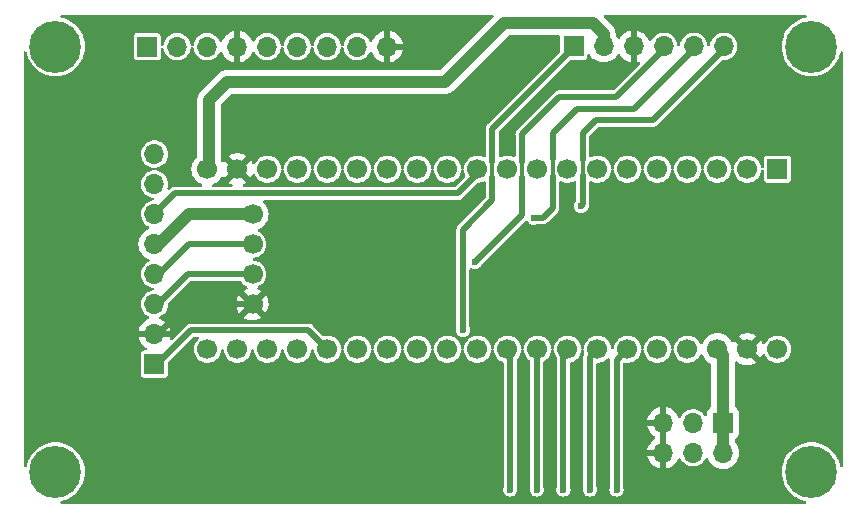
<source format=gbr>
%TF.GenerationSoftware,KiCad,Pcbnew,(6.0.7)*%
%TF.CreationDate,2023-08-27T18:36:20+02:00*%
%TF.ProjectId,libcsp-zephyr-hw,6c696263-7370-42d7-9a65-706879722d68,rev?*%
%TF.SameCoordinates,Original*%
%TF.FileFunction,Copper,L2,Bot*%
%TF.FilePolarity,Positive*%
%FSLAX46Y46*%
G04 Gerber Fmt 4.6, Leading zero omitted, Abs format (unit mm)*
G04 Created by KiCad (PCBNEW (6.0.7)) date 2023-08-27 18:36:20*
%MOMM*%
%LPD*%
G01*
G04 APERTURE LIST*
%TA.AperFunction,ComponentPad*%
%ADD10R,1.700000X1.700000*%
%TD*%
%TA.AperFunction,ComponentPad*%
%ADD11O,1.700000X1.700000*%
%TD*%
%TA.AperFunction,ComponentPad*%
%ADD12C,4.400000*%
%TD*%
%TA.AperFunction,ComponentPad*%
%ADD13C,0.700000*%
%TD*%
%TA.AperFunction,ComponentPad*%
%ADD14C,1.700000*%
%TD*%
%TA.AperFunction,ViaPad*%
%ADD15C,0.700000*%
%TD*%
%TA.AperFunction,ViaPad*%
%ADD16C,0.600000*%
%TD*%
%TA.AperFunction,Conductor*%
%ADD17C,0.500000*%
%TD*%
%TA.AperFunction,Conductor*%
%ADD18C,1.000000*%
%TD*%
%TA.AperFunction,Conductor*%
%ADD19C,0.300000*%
%TD*%
G04 APERTURE END LIST*
D10*
%TO.P,J4,1,Pin_1*%
%TO.N,Net-(J4-Pad1)*%
X166880000Y-62975000D03*
D11*
%TO.P,J4,2,Pin_2*%
%TO.N,+3.3V*%
X169420000Y-62975000D03*
%TO.P,J4,3,Pin_3*%
%TO.N,GND*%
X171960000Y-62975000D03*
%TO.P,J4,4,Pin_4*%
%TO.N,Net-(J4-Pad4)*%
X174500000Y-62975000D03*
%TO.P,J4,5,Pin_5*%
%TO.N,Net-(J4-Pad5)*%
X177040000Y-62975000D03*
%TO.P,J4,6,Pin_6*%
%TO.N,Net-(J4-Pad6)*%
X179580000Y-62975000D03*
%TD*%
D12*
%TO.P,H4,1*%
%TO.N,N/C*%
X187000000Y-99000000D03*
D13*
X185833274Y-97833274D03*
X188166726Y-100166726D03*
X187000000Y-97350000D03*
X188166726Y-97833274D03*
X188650000Y-99000000D03*
X185833274Y-100166726D03*
X185350000Y-99000000D03*
X187000000Y-100650000D03*
%TD*%
D10*
%TO.P,J2,1,Pin_1*%
%TO.N,+3.3V*%
X179525000Y-94850000D03*
D11*
%TO.P,J2,2,Pin_2*%
X179525000Y-97390000D03*
%TO.P,J2,3,Pin_3*%
%TO.N,Net-(J2-Pad3)*%
X176985000Y-94850000D03*
%TO.P,J2,4,Pin_4*%
%TO.N,Net-(J2-Pad4)*%
X176985000Y-97390000D03*
%TO.P,J2,5,Pin_5*%
%TO.N,GND*%
X174445000Y-94850000D03*
%TO.P,J2,6,Pin_6*%
X174445000Y-97390000D03*
%TD*%
D13*
%TO.P,H2,1*%
%TO.N,N/C*%
X124650000Y-99000000D03*
X124166726Y-100166726D03*
X123000000Y-97350000D03*
X121833274Y-97833274D03*
D12*
X123000000Y-99000000D03*
D13*
X124166726Y-97833274D03*
X121833274Y-100166726D03*
X123000000Y-100650000D03*
X121350000Y-99000000D03*
%TD*%
D10*
%TO.P,J1,1,Pin_1*%
%TO.N,unconnected-(J1-Pad1)*%
X130760000Y-63000000D03*
D11*
%TO.P,J1,2,Pin_2*%
%TO.N,I2C_SDA*%
X133300000Y-63000000D03*
%TO.P,J1,3,Pin_3*%
%TO.N,I2C_SCL*%
X135840000Y-63000000D03*
%TO.P,J1,4,Pin_4*%
%TO.N,GND*%
X138380000Y-63000000D03*
%TO.P,J1,5,Pin_5*%
%TO.N,Net-(J1-Pad5)*%
X140920000Y-63000000D03*
%TO.P,J1,6,Pin_6*%
%TO.N,Net-(J1-Pad6)*%
X143460000Y-63000000D03*
%TO.P,J1,7,Pin_7*%
%TO.N,Net-(J1-Pad7)*%
X146000000Y-63000000D03*
%TO.P,J1,8,Pin_8*%
%TO.N,Net-(J1-Pad8)*%
X148540000Y-63000000D03*
%TO.P,J1,9,Pin_9*%
%TO.N,GND*%
X151080000Y-63000000D03*
%TD*%
D13*
%TO.P,H1,1*%
%TO.N,N/C*%
X124166726Y-64166726D03*
X124166726Y-61833274D03*
X123000000Y-61350000D03*
D12*
X123000000Y-63000000D03*
D13*
X121833274Y-64166726D03*
X121833274Y-61833274D03*
X121350000Y-63000000D03*
X123000000Y-64650000D03*
X124650000Y-63000000D03*
%TD*%
D10*
%TO.P,U1,1,PB12*%
%TO.N,HW_ADDR_0*%
X184130000Y-73380000D03*
D14*
%TO.P,U1,2,PB13*%
%TO.N,HW_ADDR_1*%
X181590000Y-73380000D03*
%TO.P,U1,3,PB14*%
%TO.N,SIG_1*%
X179050000Y-73380000D03*
%TO.P,U1,4,PB15*%
%TO.N,SIG_2*%
X176510000Y-73380000D03*
%TO.P,U1,5,PA8*%
%TO.N,SIG_3*%
X173970000Y-73380000D03*
%TO.P,U1,6,PA9*%
%TO.N,DEBUG_TX*%
X171430000Y-73380000D03*
%TO.P,U1,7,PA10*%
%TO.N,DEBUG_RX*%
X168890000Y-73380000D03*
%TO.P,U1,8,PA11*%
%TO.N,SIG_4*%
X166350000Y-73380000D03*
%TO.P,U1,9,PA12*%
%TO.N,unconnected-(U1-Pad9)*%
X163810000Y-73380000D03*
%TO.P,U1,10,PA15*%
%TO.N,unconnected-(U1-Pad10)*%
X161270000Y-73380000D03*
%TO.P,U1,11,PB3*%
%TO.N,SWO*%
X158730000Y-73380000D03*
%TO.P,U1,12,PB4*%
%TO.N,unconnected-(U1-Pad12)*%
X156190000Y-73380000D03*
%TO.P,U1,13,PB5*%
%TO.N,unconnected-(U1-Pad13)*%
X153650000Y-73380000D03*
%TO.P,U1,14,PB6*%
%TO.N,I2C_SCL*%
X151110000Y-73380000D03*
%TO.P,U1,15,PB7*%
%TO.N,I2C_SDA*%
X148570000Y-73380000D03*
%TO.P,U1,16,PB8*%
%TO.N,unconnected-(U1-Pad16)*%
X146030000Y-73380000D03*
%TO.P,U1,17,PB9*%
%TO.N,unconnected-(U1-Pad17)*%
X143490000Y-73380000D03*
%TO.P,U1,18,5V*%
%TO.N,unconnected-(U1-Pad18)*%
X140950000Y-73380000D03*
%TO.P,U1,19,GND*%
%TO.N,GND*%
X138410000Y-73380000D03*
%TO.P,U1,20,3V3*%
%TO.N,+3.3V*%
X135870000Y-73380000D03*
%TO.P,U1,21,VBat*%
%TO.N,unconnected-(U1-Pad21)*%
X135870000Y-88620000D03*
%TO.P,U1,22,PC13*%
%TO.N,unconnected-(U1-Pad22)*%
X138410000Y-88620000D03*
%TO.P,U1,23,PC14*%
%TO.N,unconnected-(U1-Pad23)*%
X140950000Y-88620000D03*
%TO.P,U1,24,PC15*%
%TO.N,unconnected-(U1-Pad24)*%
X143490000Y-88620000D03*
%TO.P,U1,25,RES*%
%TO.N,NRST*%
X146030000Y-88620000D03*
%TO.P,U1,26,PA0*%
%TO.N,unconnected-(U1-Pad26)*%
X148570000Y-88620000D03*
%TO.P,U1,27,PA1*%
%TO.N,BT_STATE*%
X151110000Y-88620000D03*
%TO.P,U1,28,PA2*%
%TO.N,BT_RXD*%
X153650000Y-88620000D03*
%TO.P,U1,29,PA3*%
%TO.N,BT_TXD*%
X156190000Y-88620000D03*
%TO.P,U1,30,PA4*%
%TO.N,BT_EN*%
X158730000Y-88620000D03*
%TO.P,U1,31,PA5*%
%TO.N,LED_5*%
X161270000Y-88620000D03*
%TO.P,U1,32,PA6*%
%TO.N,LED_4*%
X163810000Y-88620000D03*
%TO.P,U1,33,PA7*%
%TO.N,LED_3*%
X166350000Y-88620000D03*
%TO.P,U1,34,PB0*%
%TO.N,LED_2*%
X168890000Y-88620000D03*
%TO.P,U1,35,PB1*%
%TO.N,LED_1*%
X171430000Y-88620000D03*
%TO.P,U1,36,PB2*%
%TO.N,unconnected-(U1-Pad36)*%
X173970000Y-88620000D03*
%TO.P,U1,37,PB10*%
%TO.N,unconnected-(U1-Pad37)*%
X176510000Y-88620000D03*
%TO.P,U1,38,3V3*%
%TO.N,+3.3V*%
X179050000Y-88620000D03*
%TO.P,U1,39,GND*%
%TO.N,GND*%
X181590000Y-88620000D03*
%TO.P,U1,40,5V*%
%TO.N,unconnected-(U1-Pad40)*%
X184130000Y-88620000D03*
%TO.P,U1,41,GND*%
%TO.N,GND*%
X139681000Y-84812000D03*
%TO.P,U1,42,SWCLK*%
%TO.N,SWCLK*%
X139681000Y-82272000D03*
%TO.P,U1,43,SWIO*%
%TO.N,SWDIO*%
X139681000Y-79732000D03*
%TO.P,U1,44,3V3*%
%TO.N,+3.3V*%
X139681000Y-77192000D03*
%TD*%
D13*
%TO.P,H3,1*%
%TO.N,N/C*%
X185833274Y-61833274D03*
X188166726Y-64166726D03*
X185350000Y-63000000D03*
X187000000Y-61350000D03*
X187000000Y-64650000D03*
D12*
X187000000Y-63000000D03*
D13*
X185833274Y-64166726D03*
X188166726Y-61833274D03*
X188650000Y-63000000D03*
%TD*%
D10*
%TO.P,J3,1,Pin_1*%
%TO.N,NRST*%
X131375000Y-89875000D03*
D11*
%TO.P,J3,2,Pin_2*%
%TO.N,GND*%
X131375000Y-87335000D03*
%TO.P,J3,3,Pin_3*%
%TO.N,SWCLK*%
X131375000Y-84795000D03*
%TO.P,J3,4,Pin_4*%
%TO.N,SWDIO*%
X131375000Y-82255000D03*
%TO.P,J3,5,Pin_5*%
%TO.N,+3.3V*%
X131375000Y-79715000D03*
%TO.P,J3,6,Pin_6*%
%TO.N,SWO*%
X131375000Y-77175000D03*
%TO.P,J3,7,Pin_7*%
%TO.N,DEBUG_TX*%
X131375000Y-74635000D03*
%TO.P,J3,8,Pin_8*%
%TO.N,DEBUG_RX*%
X131375000Y-72095000D03*
%TD*%
D15*
%TO.N,+3.3V*%
X136000000Y-67500000D03*
D16*
%TO.N,LED_1*%
X170500000Y-100500000D03*
%TO.N,LED_2*%
X168250000Y-100500000D03*
%TO.N,LED_3*%
X166000000Y-100500000D03*
%TO.N,LED_4*%
X163750000Y-100500000D03*
%TO.N,LED_5*%
X161500000Y-100500000D03*
%TO.N,Net-(J4-Pad1)*%
X157500000Y-87000000D03*
%TO.N,Net-(J4-Pad4)*%
X158500000Y-81250000D03*
%TO.N,Net-(J4-Pad5)*%
X163500000Y-77500000D03*
%TO.N,Net-(J4-Pad6)*%
X167500000Y-76500000D03*
%TD*%
D17*
%TO.N,GND*%
X134188000Y-84812000D02*
X131665000Y-87335000D01*
X139681000Y-84812000D02*
X134188000Y-84812000D01*
X131665000Y-87335000D02*
X131375000Y-87335000D01*
D18*
%TO.N,+3.3V*%
X131785000Y-79715000D02*
X131375000Y-79715000D01*
X168500000Y-61000000D02*
X160996000Y-61000000D01*
X136000000Y-73250000D02*
X136000000Y-67500000D01*
X155996000Y-66000000D02*
X137500000Y-66000000D01*
X139681000Y-77192000D02*
X134308000Y-77192000D01*
X169540000Y-62606000D02*
X169540000Y-63000000D01*
X134308000Y-77192000D02*
X131785000Y-79715000D01*
X137500000Y-66000000D02*
X136000000Y-67500000D01*
X179050000Y-88620000D02*
X179525000Y-89095000D01*
X179525000Y-89095000D02*
X179525000Y-94850000D01*
X135870000Y-73380000D02*
X136000000Y-73250000D01*
X169420000Y-61920000D02*
X168500000Y-61000000D01*
X169420000Y-62975000D02*
X169420000Y-61920000D01*
X179525000Y-94850000D02*
X179525000Y-97390000D01*
X160996000Y-61000000D02*
X155996000Y-66000000D01*
D17*
%TO.N,LED_1*%
X170500000Y-89550000D02*
X171430000Y-88620000D01*
X170500000Y-100500000D02*
X170500000Y-89550000D01*
%TO.N,LED_2*%
X168250000Y-100500000D02*
X168250000Y-89260000D01*
X168250000Y-89260000D02*
X168890000Y-88620000D01*
%TO.N,LED_3*%
X166350000Y-88620000D02*
X166000000Y-88970000D01*
X166000000Y-88970000D02*
X166000000Y-100500000D01*
%TO.N,LED_4*%
X163750000Y-88680000D02*
X163810000Y-88620000D01*
X163750000Y-100500000D02*
X163750000Y-88680000D01*
%TO.N,LED_5*%
X161500000Y-100500000D02*
X161500000Y-88850000D01*
X161500000Y-88850000D02*
X161270000Y-88620000D01*
%TO.N,NRST*%
X134500000Y-87000000D02*
X131625000Y-89875000D01*
X131625000Y-89875000D02*
X131375000Y-89875000D01*
X146030000Y-88620000D02*
X144410000Y-87000000D01*
X144410000Y-87000000D02*
X134500000Y-87000000D01*
%TO.N,SWCLK*%
X134228000Y-82272000D02*
X131705000Y-84795000D01*
X139681000Y-82272000D02*
X134228000Y-82272000D01*
X131705000Y-84795000D02*
X131375000Y-84795000D01*
%TO.N,SWDIO*%
X139681000Y-79732000D02*
X134268000Y-79732000D01*
X134268000Y-79732000D02*
X131745000Y-82255000D01*
X131745000Y-82255000D02*
X131375000Y-82255000D01*
%TO.N,SWO*%
X157062000Y-75438000D02*
X133112000Y-75438000D01*
X158730000Y-73770000D02*
X157062000Y-75438000D01*
X158730000Y-73380000D02*
X158730000Y-73770000D01*
X133112000Y-75438000D02*
X131375000Y-77175000D01*
D19*
%TO.N,Net-(J4-Pad1)*%
X160000000Y-72750000D02*
X160000000Y-74000000D01*
D17*
X160000000Y-76000000D02*
X157500000Y-78500000D01*
X157500000Y-78500000D02*
X157500000Y-87000000D01*
X160000000Y-74000000D02*
X160000000Y-76000000D01*
X160000000Y-69939000D02*
X160000000Y-72750000D01*
X166939000Y-63000000D02*
X160000000Y-69939000D01*
%TO.N,Net-(J4-Pad4)*%
X170494000Y-67250000D02*
X165668000Y-67250000D01*
X158500000Y-81250000D02*
X162500000Y-77250000D01*
X165668000Y-67250000D02*
X162500000Y-70418000D01*
X174620000Y-63124000D02*
X170494000Y-67250000D01*
X162500000Y-70418000D02*
X162500000Y-72750000D01*
D19*
X162500000Y-73750000D02*
X162500000Y-74000000D01*
D17*
X162500000Y-77250000D02*
X162500000Y-74000000D01*
X174620000Y-63000000D02*
X174620000Y-63124000D01*
D19*
X162500000Y-72750000D02*
X162500000Y-73750000D01*
D17*
%TO.N,Net-(J4-Pad5)*%
X167132000Y-68326000D02*
X171958000Y-68326000D01*
X165100000Y-70358000D02*
X165093143Y-70364857D01*
X165227000Y-70231000D02*
X167132000Y-68326000D01*
X171958000Y-68326000D02*
X177160000Y-63124000D01*
X165100000Y-70358000D02*
X165227000Y-70231000D01*
D19*
X165093143Y-72508128D02*
X165093143Y-73970101D01*
D17*
X165093143Y-73970101D02*
X165093143Y-76656857D01*
X165093143Y-76656857D02*
X164250000Y-77500000D01*
X177160000Y-63124000D02*
X177160000Y-63000000D01*
X164250000Y-77500000D02*
X163500000Y-77500000D01*
X165093143Y-70364857D02*
X165093143Y-72508128D01*
D19*
%TO.N,Net-(J4-Pad6)*%
X167640000Y-72572430D02*
X167640000Y-73843282D01*
D17*
X167640000Y-76360000D02*
X167640000Y-73843282D01*
X168748000Y-69250000D02*
X173574000Y-69250000D01*
X173574000Y-69250000D02*
X179700000Y-63124000D01*
X167500000Y-76500000D02*
X167640000Y-76360000D01*
X167640000Y-70358000D02*
X167640000Y-72572430D01*
X167640000Y-70358000D02*
X168748000Y-69250000D01*
%TD*%
%TA.AperFunction,Conductor*%
%TO.N,GND*%
G36*
X160044510Y-60320502D02*
G01*
X160091003Y-60374158D01*
X160101107Y-60444432D01*
X160071613Y-60509012D01*
X160065484Y-60515595D01*
X155618485Y-64962595D01*
X155556173Y-64996621D01*
X155529390Y-64999500D01*
X137516148Y-64999500D01*
X137512630Y-64999451D01*
X137432729Y-64997219D01*
X137432726Y-64997219D01*
X137426347Y-64997041D01*
X137420057Y-64998150D01*
X137420058Y-64998150D01*
X137366944Y-65007515D01*
X137357798Y-65008784D01*
X137304130Y-65014235D01*
X137304126Y-65014236D01*
X137297784Y-65014880D01*
X137270317Y-65023488D01*
X137254518Y-65027339D01*
X137226178Y-65032336D01*
X137220245Y-65034685D01*
X137170099Y-65054539D01*
X137161396Y-65057621D01*
X137109919Y-65073753D01*
X137109917Y-65073754D01*
X137103828Y-65075662D01*
X137098249Y-65078754D01*
X137098243Y-65078757D01*
X137078648Y-65089619D01*
X137063956Y-65096564D01*
X137037195Y-65107160D01*
X137031857Y-65110653D01*
X136986728Y-65140184D01*
X136978823Y-65144952D01*
X136931644Y-65171104D01*
X136931634Y-65171111D01*
X136926056Y-65174203D01*
X136904196Y-65192939D01*
X136891204Y-65202694D01*
X136867117Y-65218456D01*
X136862162Y-65222917D01*
X136823250Y-65261829D01*
X136816152Y-65268402D01*
X136771729Y-65306477D01*
X136767822Y-65311514D01*
X136767820Y-65311516D01*
X136752818Y-65330857D01*
X136742353Y-65342726D01*
X135303986Y-66781094D01*
X135301465Y-66783546D01*
X135238720Y-66842881D01*
X135206187Y-66889343D01*
X135204120Y-66892295D01*
X135198550Y-66899660D01*
X135180946Y-66921245D01*
X135160427Y-66946403D01*
X135157472Y-66952055D01*
X135157469Y-66952060D01*
X135147092Y-66971910D01*
X135138643Y-66985807D01*
X135122137Y-67009379D01*
X135119605Y-67015230D01*
X135119599Y-67015241D01*
X135098181Y-67064736D01*
X135094205Y-67073072D01*
X135069215Y-67120872D01*
X135069212Y-67120880D01*
X135066258Y-67126530D01*
X135064500Y-67132661D01*
X135058323Y-67154203D01*
X135052844Y-67169506D01*
X135041414Y-67195919D01*
X135040110Y-67202163D01*
X135040108Y-67202168D01*
X135029080Y-67254960D01*
X135026864Y-67263917D01*
X135010234Y-67321913D01*
X135009745Y-67328273D01*
X135008026Y-67350610D01*
X135005735Y-67366705D01*
X134999849Y-67394880D01*
X134999500Y-67401539D01*
X134999500Y-67456565D01*
X134999129Y-67466232D01*
X134994640Y-67524571D01*
X134995440Y-67530903D01*
X134998506Y-67555173D01*
X134999500Y-67570965D01*
X134999500Y-72288414D01*
X134979498Y-72356535D01*
X134962595Y-72377509D01*
X134831505Y-72508599D01*
X134695965Y-72702171D01*
X134693644Y-72707149D01*
X134693642Y-72707152D01*
X134600183Y-72907574D01*
X134596097Y-72916337D01*
X134594675Y-72921645D01*
X134594674Y-72921647D01*
X134561028Y-73047219D01*
X134534937Y-73144592D01*
X134514341Y-73380000D01*
X134534937Y-73615408D01*
X134536361Y-73620722D01*
X134536361Y-73620723D01*
X134594004Y-73835850D01*
X134596097Y-73843663D01*
X134598419Y-73848643D01*
X134598420Y-73848645D01*
X134687133Y-74038888D01*
X134695965Y-74057829D01*
X134831505Y-74251401D01*
X134998599Y-74418495D01*
X135003107Y-74421652D01*
X135003110Y-74421654D01*
X135163013Y-74533619D01*
X135192170Y-74554035D01*
X135197152Y-74556358D01*
X135197157Y-74556361D01*
X135392188Y-74647305D01*
X135445473Y-74694222D01*
X135464934Y-74762500D01*
X135444392Y-74830460D01*
X135390369Y-74876525D01*
X135338938Y-74887500D01*
X133126993Y-74887500D01*
X133121717Y-74887389D01*
X133117310Y-74887204D01*
X133059706Y-74884790D01*
X133051341Y-74886752D01*
X133017338Y-74894727D01*
X133005667Y-74896890D01*
X132990771Y-74898931D01*
X132962568Y-74902794D01*
X132954684Y-74906206D01*
X132954683Y-74906206D01*
X132948770Y-74908765D01*
X132927501Y-74915799D01*
X132912864Y-74919232D01*
X132905339Y-74923369D01*
X132905336Y-74923370D01*
X132874732Y-74940195D01*
X132864087Y-74945411D01*
X132824145Y-74962695D01*
X132812459Y-74972158D01*
X132793875Y-74984645D01*
X132780692Y-74991893D01*
X132774901Y-74996891D01*
X132774557Y-74997189D01*
X132772578Y-74998897D01*
X132748042Y-75023433D01*
X132738241Y-75032258D01*
X132713608Y-75052205D01*
X132713603Y-75052210D01*
X132706930Y-75057614D01*
X132701954Y-75064615D01*
X132696421Y-75070508D01*
X132635208Y-75106474D01*
X132564268Y-75103637D01*
X132506124Y-75062897D01*
X132479235Y-74997189D01*
X132485257Y-74943755D01*
X132496647Y-74910201D01*
X132496647Y-74910200D01*
X132498504Y-74904730D01*
X132499955Y-74894727D01*
X132528314Y-74699140D01*
X132528314Y-74699138D01*
X132528846Y-74695470D01*
X132530429Y-74635000D01*
X132511081Y-74424440D01*
X132509405Y-74418495D01*
X132478661Y-74309487D01*
X132453686Y-74220931D01*
X132442553Y-74198354D01*
X132362719Y-74036469D01*
X132360165Y-74031290D01*
X132251871Y-73886267D01*
X132237104Y-73866491D01*
X132237103Y-73866490D01*
X132233651Y-73861867D01*
X132106726Y-73744539D01*
X132082622Y-73722257D01*
X132082620Y-73722255D01*
X132078381Y-73718337D01*
X132045014Y-73697284D01*
X131904434Y-73608584D01*
X131904433Y-73608584D01*
X131899554Y-73605505D01*
X131703160Y-73527152D01*
X131697503Y-73526027D01*
X131697497Y-73526025D01*
X131500234Y-73486788D01*
X131437324Y-73453881D01*
X131402192Y-73392186D01*
X131405992Y-73321291D01*
X131447517Y-73263705D01*
X131506734Y-73238513D01*
X131639015Y-73219333D01*
X131639019Y-73219332D01*
X131644730Y-73218504D01*
X131726815Y-73190640D01*
X131839483Y-73152395D01*
X131839488Y-73152393D01*
X131844955Y-73150537D01*
X131849998Y-73147713D01*
X132024395Y-73050046D01*
X132024399Y-73050043D01*
X132029442Y-73047219D01*
X132192012Y-72912012D01*
X132327219Y-72749442D01*
X132330043Y-72744399D01*
X132330046Y-72744395D01*
X132427713Y-72569998D01*
X132427714Y-72569996D01*
X132430537Y-72564955D01*
X132432393Y-72559488D01*
X132432395Y-72559483D01*
X132495494Y-72373598D01*
X132498504Y-72364730D01*
X132499584Y-72357287D01*
X132528314Y-72159140D01*
X132528314Y-72159138D01*
X132528846Y-72155470D01*
X132530429Y-72095000D01*
X132511081Y-71884440D01*
X132453686Y-71680931D01*
X132442553Y-71658354D01*
X132362719Y-71496469D01*
X132360165Y-71491290D01*
X132233651Y-71321867D01*
X132078381Y-71178337D01*
X131899554Y-71065505D01*
X131703160Y-70987152D01*
X131697503Y-70986027D01*
X131697497Y-70986025D01*
X131501442Y-70947028D01*
X131501440Y-70947028D01*
X131495775Y-70945901D01*
X131490000Y-70945825D01*
X131489996Y-70945825D01*
X131383976Y-70944437D01*
X131284346Y-70943133D01*
X131278649Y-70944112D01*
X131278648Y-70944112D01*
X131081650Y-70977962D01*
X131081649Y-70977962D01*
X131075953Y-70978941D01*
X130877575Y-71052127D01*
X130872614Y-71055079D01*
X130872613Y-71055079D01*
X130855089Y-71065505D01*
X130695856Y-71160238D01*
X130536881Y-71299655D01*
X130405976Y-71465708D01*
X130403287Y-71470819D01*
X130403285Y-71470822D01*
X130389792Y-71496469D01*
X130307523Y-71652836D01*
X130244820Y-71854773D01*
X130219967Y-72064754D01*
X130233796Y-72275749D01*
X130235217Y-72281345D01*
X130235218Y-72281350D01*
X130282897Y-72469084D01*
X130285845Y-72480690D01*
X130288262Y-72485933D01*
X130353017Y-72626398D01*
X130374369Y-72672714D01*
X130496405Y-72845391D01*
X130500539Y-72849418D01*
X130620143Y-72965931D01*
X130647865Y-72992937D01*
X130652661Y-72996142D01*
X130652664Y-72996144D01*
X130795936Y-73091875D01*
X130823677Y-73110411D01*
X130828985Y-73112692D01*
X130828986Y-73112692D01*
X131012650Y-73191600D01*
X131012653Y-73191601D01*
X131017953Y-73193878D01*
X131023582Y-73195152D01*
X131023583Y-73195152D01*
X131218550Y-73239269D01*
X131218553Y-73239269D01*
X131224186Y-73240544D01*
X131229958Y-73240771D01*
X131235687Y-73241525D01*
X131235327Y-73244257D01*
X131291604Y-73263216D01*
X131335950Y-73318659D01*
X131343282Y-73389276D01*
X131311271Y-73452647D01*
X131250081Y-73488651D01*
X131240704Y-73490632D01*
X131081650Y-73517962D01*
X131081649Y-73517962D01*
X131075953Y-73518941D01*
X130877575Y-73592127D01*
X130872614Y-73595079D01*
X130872613Y-73595079D01*
X130780753Y-73649730D01*
X130695856Y-73700238D01*
X130536881Y-73839655D01*
X130405976Y-74005708D01*
X130403287Y-74010819D01*
X130403285Y-74010822D01*
X130371282Y-74071650D01*
X130307523Y-74192836D01*
X130244820Y-74394773D01*
X130219967Y-74604754D01*
X130233796Y-74815749D01*
X130235217Y-74821345D01*
X130235218Y-74821350D01*
X130279876Y-74997189D01*
X130285845Y-75020690D01*
X130288262Y-75025933D01*
X130324084Y-75103637D01*
X130374369Y-75212714D01*
X130496405Y-75385391D01*
X130647865Y-75532937D01*
X130652661Y-75536142D01*
X130652664Y-75536144D01*
X130795936Y-75631875D01*
X130823677Y-75650411D01*
X130828985Y-75652692D01*
X130828986Y-75652692D01*
X131012650Y-75731600D01*
X131012653Y-75731601D01*
X131017953Y-75733878D01*
X131023582Y-75735152D01*
X131023583Y-75735152D01*
X131218550Y-75779269D01*
X131218553Y-75779269D01*
X131224186Y-75780544D01*
X131229958Y-75780771D01*
X131235687Y-75781525D01*
X131235327Y-75784257D01*
X131291604Y-75803216D01*
X131335950Y-75858659D01*
X131343282Y-75929276D01*
X131311271Y-75992647D01*
X131250081Y-76028651D01*
X131240704Y-76030632D01*
X131081650Y-76057962D01*
X131081649Y-76057962D01*
X131075953Y-76058941D01*
X130877575Y-76132127D01*
X130872614Y-76135079D01*
X130872613Y-76135079D01*
X130733363Y-76217924D01*
X130695856Y-76240238D01*
X130536881Y-76379655D01*
X130405976Y-76545708D01*
X130403287Y-76550819D01*
X130403285Y-76550822D01*
X130356681Y-76639403D01*
X130307523Y-76732836D01*
X130271211Y-76849781D01*
X130246836Y-76928282D01*
X130244820Y-76934773D01*
X130219967Y-77144754D01*
X130233796Y-77355749D01*
X130235217Y-77361345D01*
X130235218Y-77361350D01*
X130284424Y-77555095D01*
X130285845Y-77560690D01*
X130374369Y-77752714D01*
X130496405Y-77925391D01*
X130647865Y-78072937D01*
X130652661Y-78076142D01*
X130652664Y-78076144D01*
X130767830Y-78153095D01*
X130823677Y-78190411D01*
X130828980Y-78192690D01*
X130828985Y-78192692D01*
X130860757Y-78206342D01*
X130890604Y-78219165D01*
X130945296Y-78264431D01*
X130966834Y-78332082D01*
X130948377Y-78400638D01*
X130894116Y-78449127D01*
X130702152Y-78538642D01*
X130702149Y-78538644D01*
X130697171Y-78540965D01*
X130503599Y-78676505D01*
X130336505Y-78843599D01*
X130200965Y-79037171D01*
X130198644Y-79042149D01*
X130198642Y-79042152D01*
X130107756Y-79237057D01*
X130101097Y-79251337D01*
X130099675Y-79256645D01*
X130099674Y-79256647D01*
X130041361Y-79474277D01*
X130039937Y-79479592D01*
X130019341Y-79715000D01*
X130039937Y-79950408D01*
X130041361Y-79955722D01*
X130041361Y-79955723D01*
X130053689Y-80001730D01*
X130101097Y-80178663D01*
X130103419Y-80183643D01*
X130103420Y-80183645D01*
X130197987Y-80386442D01*
X130200965Y-80392829D01*
X130336505Y-80586401D01*
X130503599Y-80753495D01*
X130508107Y-80756652D01*
X130508110Y-80756654D01*
X130692661Y-80885878D01*
X130697170Y-80889035D01*
X130702152Y-80891358D01*
X130702157Y-80891361D01*
X130889687Y-80978808D01*
X130942972Y-81025726D01*
X130962433Y-81094003D01*
X130941891Y-81161963D01*
X130887868Y-81208028D01*
X130884627Y-81209349D01*
X130882994Y-81210128D01*
X130877575Y-81212127D01*
X130872614Y-81215079D01*
X130872613Y-81215079D01*
X130792393Y-81262805D01*
X130695856Y-81320238D01*
X130536881Y-81459655D01*
X130405976Y-81625708D01*
X130403287Y-81630819D01*
X130403285Y-81630822D01*
X130378315Y-81678282D01*
X130307523Y-81812836D01*
X130244820Y-82014773D01*
X130219967Y-82224754D01*
X130233796Y-82435749D01*
X130235217Y-82441345D01*
X130235218Y-82441350D01*
X130260712Y-82541730D01*
X130285845Y-82640690D01*
X130288262Y-82645933D01*
X130369660Y-82822500D01*
X130374369Y-82832714D01*
X130496405Y-83005391D01*
X130500539Y-83009418D01*
X130577689Y-83084574D01*
X130647865Y-83152937D01*
X130652661Y-83156142D01*
X130652664Y-83156144D01*
X130749011Y-83220521D01*
X130823677Y-83270411D01*
X130828985Y-83272692D01*
X130828986Y-83272692D01*
X131012650Y-83351600D01*
X131012653Y-83351601D01*
X131017953Y-83353878D01*
X131023582Y-83355152D01*
X131023583Y-83355152D01*
X131218550Y-83399269D01*
X131218553Y-83399269D01*
X131224186Y-83400544D01*
X131229958Y-83400771D01*
X131235687Y-83401525D01*
X131235327Y-83404257D01*
X131291604Y-83423216D01*
X131335950Y-83478659D01*
X131343282Y-83549276D01*
X131311271Y-83612647D01*
X131250081Y-83648651D01*
X131240704Y-83650632D01*
X131081650Y-83677962D01*
X131081649Y-83677962D01*
X131075953Y-83678941D01*
X130877575Y-83752127D01*
X130872614Y-83755079D01*
X130872613Y-83755079D01*
X130855089Y-83765505D01*
X130695856Y-83860238D01*
X130536881Y-83999655D01*
X130405976Y-84165708D01*
X130307523Y-84352836D01*
X130244820Y-84554773D01*
X130219967Y-84764754D01*
X130233796Y-84975749D01*
X130235217Y-84981345D01*
X130235218Y-84981350D01*
X130257784Y-85070200D01*
X130285845Y-85180690D01*
X130374369Y-85372714D01*
X130496405Y-85545391D01*
X130647865Y-85692937D01*
X130652661Y-85696142D01*
X130652664Y-85696144D01*
X130733333Y-85750045D01*
X130823677Y-85810411D01*
X130828980Y-85812690D01*
X130828985Y-85812692D01*
X130863818Y-85827657D01*
X130881768Y-85835369D01*
X130936460Y-85880636D01*
X130957998Y-85948287D01*
X130939541Y-86016842D01*
X130886951Y-86064537D01*
X130871175Y-86070901D01*
X130851868Y-86077212D01*
X130842359Y-86081209D01*
X130653463Y-86179542D01*
X130644738Y-86185036D01*
X130474433Y-86312905D01*
X130466726Y-86319748D01*
X130319590Y-86473717D01*
X130313104Y-86481727D01*
X130193098Y-86657649D01*
X130188000Y-86666623D01*
X130098338Y-86859783D01*
X130094775Y-86869470D01*
X130039389Y-87069183D01*
X130040912Y-87077607D01*
X130053292Y-87081000D01*
X132693344Y-87081000D01*
X132706875Y-87077027D01*
X132708180Y-87067947D01*
X132666214Y-86900875D01*
X132662894Y-86891124D01*
X132577972Y-86695814D01*
X132573105Y-86686739D01*
X132457426Y-86507926D01*
X132451136Y-86499757D01*
X132307806Y-86342240D01*
X132300273Y-86335215D01*
X132133139Y-86203222D01*
X132124552Y-86197517D01*
X131938117Y-86094599D01*
X131928705Y-86090369D01*
X131877178Y-86072122D01*
X131819642Y-86030528D01*
X131793726Y-85964430D01*
X131799246Y-85936853D01*
X138920977Y-85936853D01*
X138926258Y-85943907D01*
X139087756Y-86038279D01*
X139097042Y-86042729D01*
X139296001Y-86118703D01*
X139305899Y-86121579D01*
X139514595Y-86164038D01*
X139524823Y-86165257D01*
X139737650Y-86173062D01*
X139747936Y-86172595D01*
X139959185Y-86145534D01*
X139969262Y-86143392D01*
X140173255Y-86082191D01*
X140182842Y-86078433D01*
X140374098Y-85984738D01*
X140382944Y-85979465D01*
X140430247Y-85945723D01*
X140438648Y-85935023D01*
X140431660Y-85921870D01*
X139693812Y-85184022D01*
X139679868Y-85176408D01*
X139678035Y-85176539D01*
X139671420Y-85180790D01*
X138927737Y-85924473D01*
X138920977Y-85936853D01*
X131799246Y-85936853D01*
X131807660Y-85894814D01*
X131857672Y-85843415D01*
X131872041Y-85835368D01*
X132029442Y-85747219D01*
X132192012Y-85612012D01*
X132327219Y-85449442D01*
X132330043Y-85444399D01*
X132330046Y-85444395D01*
X132427713Y-85269998D01*
X132427714Y-85269996D01*
X132430537Y-85264955D01*
X132432393Y-85259488D01*
X132432395Y-85259483D01*
X132496647Y-85070200D01*
X132498504Y-85064730D01*
X132508401Y-84996477D01*
X132528314Y-84859140D01*
X132528314Y-84859138D01*
X132528846Y-84855470D01*
X132530374Y-84797086D01*
X132534636Y-84783863D01*
X138319050Y-84783863D01*
X138331309Y-84996477D01*
X138332745Y-85006697D01*
X138379565Y-85214446D01*
X138382645Y-85224275D01*
X138462770Y-85421603D01*
X138467413Y-85430794D01*
X138547460Y-85561420D01*
X138557916Y-85570880D01*
X138566694Y-85567096D01*
X139308978Y-84824812D01*
X139315356Y-84813132D01*
X140045408Y-84813132D01*
X140045539Y-84814965D01*
X140049790Y-84821580D01*
X140791474Y-85563264D01*
X140803484Y-85569823D01*
X140815223Y-85560855D01*
X140846004Y-85518019D01*
X140851315Y-85509180D01*
X140945670Y-85318267D01*
X140949469Y-85308672D01*
X141011376Y-85104915D01*
X141013555Y-85094834D01*
X141041590Y-84881887D01*
X141042109Y-84875212D01*
X141043572Y-84815364D01*
X141043378Y-84808646D01*
X141025781Y-84594604D01*
X141024096Y-84584424D01*
X140972214Y-84377875D01*
X140968894Y-84368124D01*
X140883972Y-84172814D01*
X140879105Y-84163739D01*
X140814063Y-84063197D01*
X140803377Y-84053995D01*
X140793812Y-84058398D01*
X140053022Y-84799188D01*
X140045408Y-84813132D01*
X139315356Y-84813132D01*
X139316592Y-84810868D01*
X139316461Y-84809035D01*
X139312210Y-84802420D01*
X138570849Y-84061059D01*
X138559313Y-84054759D01*
X138547031Y-84064382D01*
X138499089Y-84134662D01*
X138494004Y-84143613D01*
X138404338Y-84336783D01*
X138400775Y-84346470D01*
X138343864Y-84551681D01*
X138341933Y-84561800D01*
X138319302Y-84773574D01*
X138319050Y-84783863D01*
X132534636Y-84783863D01*
X132552152Y-84729513D01*
X132567236Y-84711289D01*
X134419119Y-82859405D01*
X134481431Y-82825380D01*
X134508214Y-82822500D01*
X138595894Y-82822500D01*
X138664015Y-82842502D01*
X138698790Y-82875779D01*
X138802405Y-83022391D01*
X138953865Y-83169937D01*
X138958661Y-83173142D01*
X138958664Y-83173144D01*
X139039333Y-83227045D01*
X139129677Y-83287411D01*
X139134980Y-83289690D01*
X139134985Y-83289692D01*
X139169818Y-83304657D01*
X139187768Y-83312369D01*
X139242460Y-83357636D01*
X139263998Y-83425287D01*
X139245541Y-83493842D01*
X139192951Y-83541537D01*
X139177175Y-83547901D01*
X139157868Y-83554212D01*
X139148359Y-83558209D01*
X138959466Y-83656540D01*
X138950734Y-83662039D01*
X138930677Y-83677099D01*
X138922223Y-83688427D01*
X138928968Y-83700758D01*
X139668188Y-84439978D01*
X139682132Y-84447592D01*
X139683965Y-84447461D01*
X139690580Y-84443210D01*
X140434389Y-83699401D01*
X140441410Y-83686544D01*
X140434611Y-83677213D01*
X140430554Y-83674518D01*
X140244117Y-83571599D01*
X140234705Y-83567369D01*
X140183178Y-83549122D01*
X140125642Y-83507528D01*
X140099726Y-83441430D01*
X140113660Y-83371814D01*
X140163672Y-83320415D01*
X140178041Y-83312368D01*
X140335442Y-83224219D01*
X140498012Y-83089012D01*
X140633219Y-82926442D01*
X140636043Y-82921399D01*
X140636046Y-82921395D01*
X140733713Y-82746998D01*
X140733714Y-82746996D01*
X140736537Y-82741955D01*
X140738393Y-82736488D01*
X140738395Y-82736483D01*
X140802647Y-82547200D01*
X140804504Y-82541730D01*
X140834846Y-82332470D01*
X140836429Y-82272000D01*
X140817081Y-82061440D01*
X140759686Y-81857931D01*
X140748400Y-81835044D01*
X140668719Y-81673469D01*
X140666165Y-81668290D01*
X140539651Y-81498867D01*
X140384381Y-81355337D01*
X140205554Y-81242505D01*
X140009160Y-81164152D01*
X140003503Y-81163027D01*
X140003497Y-81163025D01*
X139806234Y-81123788D01*
X139743324Y-81090881D01*
X139708192Y-81029186D01*
X139711992Y-80958291D01*
X139753517Y-80900705D01*
X139812734Y-80875513D01*
X139945015Y-80856333D01*
X139945019Y-80856332D01*
X139950730Y-80855504D01*
X140050261Y-80821718D01*
X140145483Y-80789395D01*
X140145488Y-80789393D01*
X140150955Y-80787537D01*
X140155998Y-80784713D01*
X140330395Y-80687046D01*
X140330399Y-80687043D01*
X140335442Y-80684219D01*
X140498012Y-80549012D01*
X140633219Y-80386442D01*
X140636043Y-80381399D01*
X140636046Y-80381395D01*
X140733713Y-80206998D01*
X140733714Y-80206996D01*
X140736537Y-80201955D01*
X140738393Y-80196488D01*
X140738395Y-80196483D01*
X140802647Y-80007200D01*
X140804504Y-80001730D01*
X140834846Y-79792470D01*
X140836429Y-79732000D01*
X140817081Y-79521440D01*
X140759686Y-79317931D01*
X140726846Y-79251337D01*
X140668719Y-79133469D01*
X140666165Y-79128290D01*
X140539651Y-78958867D01*
X140384381Y-78815337D01*
X140205554Y-78702505D01*
X140170059Y-78688344D01*
X140114200Y-78644522D01*
X140090900Y-78577458D01*
X140107556Y-78508443D01*
X140163500Y-78457119D01*
X140166312Y-78455808D01*
X140222697Y-78429515D01*
X140353843Y-78368361D01*
X140353848Y-78368358D01*
X140358830Y-78366035D01*
X140407320Y-78332082D01*
X140547890Y-78233654D01*
X140547893Y-78233652D01*
X140552401Y-78230495D01*
X140719495Y-78063401D01*
X140855035Y-77869829D01*
X140883218Y-77809392D01*
X140952580Y-77660645D01*
X140952581Y-77660643D01*
X140954903Y-77655663D01*
X141016063Y-77427408D01*
X141036659Y-77192000D01*
X141016063Y-76956592D01*
X141011593Y-76939909D01*
X140956326Y-76733647D01*
X140956325Y-76733645D01*
X140954903Y-76728337D01*
X140935176Y-76686032D01*
X140857358Y-76519152D01*
X140857356Y-76519149D01*
X140855035Y-76514171D01*
X140719495Y-76320599D01*
X140602491Y-76203595D01*
X140568465Y-76141283D01*
X140573530Y-76070468D01*
X140616077Y-76013632D01*
X140682597Y-75988821D01*
X140691586Y-75988500D01*
X157047007Y-75988500D01*
X157052284Y-75988611D01*
X157114294Y-75991210D01*
X157122659Y-75989248D01*
X157156662Y-75981273D01*
X157168333Y-75979110D01*
X157183229Y-75977069D01*
X157211432Y-75973206D01*
X157225230Y-75967235D01*
X157246499Y-75960201D01*
X157252775Y-75958729D01*
X157261136Y-75956768D01*
X157268661Y-75952631D01*
X157268664Y-75952630D01*
X157299268Y-75935805D01*
X157309913Y-75930589D01*
X157349855Y-75913305D01*
X157361541Y-75903842D01*
X157380126Y-75891354D01*
X157387518Y-75887290D01*
X157393308Y-75884107D01*
X157401422Y-75877103D01*
X157425958Y-75852567D01*
X157435759Y-75843742D01*
X157460392Y-75823794D01*
X157460393Y-75823793D01*
X157467070Y-75818386D01*
X157472043Y-75811388D01*
X157472048Y-75811383D01*
X157477968Y-75803052D01*
X157491579Y-75786946D01*
X158708504Y-74570021D01*
X158770816Y-74535995D01*
X158787669Y-74533736D01*
X158790470Y-74533846D01*
X158796178Y-74533018D01*
X158796184Y-74533018D01*
X158994015Y-74504333D01*
X158994019Y-74504332D01*
X158999730Y-74503504D01*
X159086579Y-74474023D01*
X159194483Y-74437395D01*
X159194488Y-74437393D01*
X159199955Y-74435537D01*
X159207182Y-74431490D01*
X159261934Y-74400827D01*
X159331142Y-74384993D01*
X159397924Y-74409090D01*
X159441077Y-74465467D01*
X159449500Y-74510761D01*
X159449500Y-75719785D01*
X159429498Y-75787906D01*
X159412595Y-75808880D01*
X157121358Y-78100118D01*
X157117549Y-78103771D01*
X157071844Y-78145799D01*
X157048901Y-78182802D01*
X157042200Y-78192552D01*
X157015888Y-78227217D01*
X157010354Y-78241195D01*
X157000293Y-78261199D01*
X156992365Y-78273986D01*
X156989968Y-78282237D01*
X156989967Y-78282239D01*
X156980225Y-78315772D01*
X156976380Y-78327002D01*
X156960364Y-78367453D01*
X156959466Y-78375994D01*
X156959466Y-78375995D01*
X156958792Y-78382408D01*
X156954480Y-78404383D01*
X156950285Y-78418825D01*
X156949500Y-78429515D01*
X156949500Y-78464217D01*
X156948810Y-78477387D01*
X156944599Y-78517454D01*
X156946031Y-78525919D01*
X156946031Y-78525928D01*
X156947735Y-78536000D01*
X156949500Y-78557013D01*
X156949500Y-86734779D01*
X156939910Y-86782995D01*
X156914956Y-86843238D01*
X156913878Y-86851426D01*
X156908652Y-86891124D01*
X156894318Y-87000000D01*
X156914956Y-87156762D01*
X156975464Y-87302841D01*
X157071718Y-87428282D01*
X157197159Y-87524536D01*
X157343238Y-87585044D01*
X157351426Y-87586122D01*
X157401984Y-87592778D01*
X157500000Y-87605682D01*
X157508188Y-87604604D01*
X157648574Y-87586122D01*
X157656762Y-87585044D01*
X157802841Y-87524536D01*
X157928282Y-87428282D01*
X158024536Y-87302841D01*
X158085044Y-87156762D01*
X158105682Y-87000000D01*
X158091348Y-86891124D01*
X158086122Y-86851426D01*
X158085044Y-86843238D01*
X158060090Y-86782995D01*
X158050500Y-86734779D01*
X158050500Y-81902360D01*
X158070502Y-81834239D01*
X158124158Y-81787746D01*
X158194432Y-81777642D01*
X158224716Y-81785950D01*
X158343238Y-81835044D01*
X158500000Y-81855682D01*
X158508188Y-81854604D01*
X158648574Y-81836122D01*
X158656762Y-81835044D01*
X158802841Y-81774536D01*
X158928282Y-81678282D01*
X158951656Y-81647821D01*
X159019509Y-81559392D01*
X159024536Y-81552841D01*
X159049490Y-81492598D01*
X159076803Y-81451722D01*
X162768964Y-77759560D01*
X162831276Y-77725534D01*
X162902091Y-77730599D01*
X162958927Y-77773146D01*
X162967607Y-77788388D01*
X162968175Y-77788060D01*
X162972303Y-77795211D01*
X162975464Y-77802841D01*
X163071718Y-77928282D01*
X163197159Y-78024536D01*
X163343238Y-78085044D01*
X163500000Y-78105682D01*
X163508188Y-78104604D01*
X163514516Y-78103771D01*
X163656762Y-78085044D01*
X163717005Y-78060090D01*
X163765221Y-78050500D01*
X164235007Y-78050500D01*
X164240284Y-78050611D01*
X164302294Y-78053210D01*
X164313848Y-78050500D01*
X164344662Y-78043273D01*
X164356333Y-78041110D01*
X164371229Y-78039069D01*
X164399432Y-78035206D01*
X164413230Y-78029235D01*
X164434499Y-78022201D01*
X164440775Y-78020729D01*
X164449136Y-78018768D01*
X164456661Y-78014631D01*
X164456664Y-78014630D01*
X164487268Y-77997805D01*
X164497913Y-77992589D01*
X164537855Y-77975305D01*
X164549541Y-77965842D01*
X164568126Y-77953354D01*
X164575518Y-77949290D01*
X164581308Y-77946107D01*
X164589422Y-77939103D01*
X164613958Y-77914567D01*
X164623759Y-77905742D01*
X164648392Y-77885794D01*
X164648393Y-77885793D01*
X164655070Y-77880386D01*
X164662573Y-77869829D01*
X164665966Y-77865054D01*
X164679576Y-77848949D01*
X165471797Y-77056727D01*
X165475607Y-77053074D01*
X165509427Y-77021975D01*
X165521299Y-77011058D01*
X165544230Y-76974074D01*
X165550944Y-76964304D01*
X165577255Y-76929641D01*
X165582789Y-76915664D01*
X165592852Y-76895655D01*
X165596254Y-76890169D01*
X165596256Y-76890165D01*
X165600778Y-76882871D01*
X165603172Y-76874629D01*
X165603174Y-76874626D01*
X165612922Y-76841073D01*
X165616761Y-76829860D01*
X165632778Y-76789404D01*
X165634349Y-76774455D01*
X165638662Y-76752472D01*
X165641016Y-76744371D01*
X165642858Y-76738032D01*
X165643643Y-76727342D01*
X165643643Y-76692638D01*
X165644333Y-76679467D01*
X165647646Y-76647945D01*
X165648544Y-76639403D01*
X165647112Y-76630938D01*
X165647112Y-76630929D01*
X165645408Y-76620857D01*
X165643643Y-76599844D01*
X165643643Y-74520074D01*
X165663645Y-74451953D01*
X165717301Y-74405460D01*
X165787575Y-74395356D01*
X165819380Y-74404306D01*
X165987650Y-74476600D01*
X165987653Y-74476601D01*
X165992953Y-74478878D01*
X165998582Y-74480152D01*
X165998583Y-74480152D01*
X166193550Y-74524269D01*
X166193553Y-74524269D01*
X166199186Y-74525544D01*
X166204957Y-74525771D01*
X166204959Y-74525771D01*
X166266989Y-74528208D01*
X166410470Y-74533846D01*
X166416179Y-74533018D01*
X166416183Y-74533018D01*
X166614015Y-74504333D01*
X166614019Y-74504332D01*
X166619730Y-74503504D01*
X166706579Y-74474023D01*
X166814483Y-74437395D01*
X166814488Y-74437393D01*
X166819955Y-74435537D01*
X166901936Y-74389625D01*
X166971142Y-74373792D01*
X167037924Y-74397889D01*
X167081077Y-74454265D01*
X167089500Y-74499560D01*
X167089500Y-76005772D01*
X167069498Y-76073893D01*
X167063463Y-76082476D01*
X166975464Y-76197159D01*
X166914956Y-76343238D01*
X166894318Y-76500000D01*
X166914956Y-76656762D01*
X166975464Y-76802841D01*
X167071718Y-76928282D01*
X167078264Y-76933305D01*
X167086805Y-76939859D01*
X167197159Y-77024536D01*
X167343238Y-77085044D01*
X167500000Y-77105682D01*
X167508188Y-77104604D01*
X167648574Y-77086122D01*
X167656762Y-77085044D01*
X167802841Y-77024536D01*
X167913195Y-76939859D01*
X167921736Y-76933305D01*
X167928282Y-76928282D01*
X168024536Y-76802841D01*
X168048596Y-76744755D01*
X168065546Y-76716601D01*
X168068156Y-76714201D01*
X168091099Y-76677198D01*
X168097800Y-76667448D01*
X168124112Y-76632783D01*
X168129646Y-76618804D01*
X168139707Y-76598801D01*
X168147635Y-76586014D01*
X168159775Y-76544228D01*
X168163621Y-76532995D01*
X168176473Y-76500535D01*
X168179636Y-76492547D01*
X168181208Y-76477592D01*
X168185520Y-76455617D01*
X168189715Y-76441175D01*
X168190500Y-76430485D01*
X168190500Y-76395783D01*
X168191190Y-76382613D01*
X168194176Y-76354201D01*
X168195401Y-76342546D01*
X168193969Y-76334081D01*
X168193969Y-76334072D01*
X168192265Y-76324000D01*
X168190500Y-76302987D01*
X168190500Y-74523020D01*
X168210502Y-74454899D01*
X168264158Y-74408406D01*
X168334432Y-74398302D01*
X168366237Y-74407252D01*
X168527650Y-74476600D01*
X168527653Y-74476601D01*
X168532953Y-74478878D01*
X168538582Y-74480152D01*
X168538583Y-74480152D01*
X168733550Y-74524269D01*
X168733553Y-74524269D01*
X168739186Y-74525544D01*
X168744957Y-74525771D01*
X168744959Y-74525771D01*
X168806989Y-74528208D01*
X168950470Y-74533846D01*
X168956179Y-74533018D01*
X168956183Y-74533018D01*
X169154015Y-74504333D01*
X169154019Y-74504332D01*
X169159730Y-74503504D01*
X169246579Y-74474023D01*
X169354483Y-74437395D01*
X169354488Y-74437393D01*
X169359955Y-74435537D01*
X169364998Y-74432713D01*
X169539395Y-74335046D01*
X169539399Y-74335043D01*
X169544442Y-74332219D01*
X169707012Y-74197012D01*
X169842219Y-74034442D01*
X169845043Y-74029399D01*
X169845046Y-74029395D01*
X169942713Y-73854998D01*
X169942714Y-73854996D01*
X169945537Y-73849955D01*
X169947393Y-73844488D01*
X169947395Y-73844483D01*
X170011647Y-73655200D01*
X170013504Y-73649730D01*
X170018481Y-73615408D01*
X170035090Y-73500860D01*
X170064660Y-73436315D01*
X170124432Y-73398003D01*
X170195429Y-73398087D01*
X170255109Y-73436542D01*
X170284525Y-73501158D01*
X170285515Y-73510695D01*
X170288796Y-73560749D01*
X170290217Y-73566345D01*
X170290218Y-73566350D01*
X170312784Y-73655200D01*
X170340845Y-73765690D01*
X170429369Y-73957714D01*
X170551405Y-74130391D01*
X170619793Y-74197012D01*
X170695727Y-74270983D01*
X170702865Y-74277937D01*
X170707661Y-74281142D01*
X170707664Y-74281144D01*
X170836640Y-74367323D01*
X170878677Y-74395411D01*
X170883985Y-74397692D01*
X170883986Y-74397692D01*
X171067650Y-74476600D01*
X171067653Y-74476601D01*
X171072953Y-74478878D01*
X171078582Y-74480152D01*
X171078583Y-74480152D01*
X171273550Y-74524269D01*
X171273553Y-74524269D01*
X171279186Y-74525544D01*
X171284957Y-74525771D01*
X171284959Y-74525771D01*
X171346989Y-74528208D01*
X171490470Y-74533846D01*
X171496179Y-74533018D01*
X171496183Y-74533018D01*
X171694015Y-74504333D01*
X171694019Y-74504332D01*
X171699730Y-74503504D01*
X171786579Y-74474023D01*
X171894483Y-74437395D01*
X171894488Y-74437393D01*
X171899955Y-74435537D01*
X171904998Y-74432713D01*
X172079395Y-74335046D01*
X172079399Y-74335043D01*
X172084442Y-74332219D01*
X172247012Y-74197012D01*
X172382219Y-74034442D01*
X172385043Y-74029399D01*
X172385046Y-74029395D01*
X172482713Y-73854998D01*
X172482714Y-73854996D01*
X172485537Y-73849955D01*
X172487393Y-73844488D01*
X172487395Y-73844483D01*
X172551647Y-73655200D01*
X172553504Y-73649730D01*
X172558481Y-73615408D01*
X172575090Y-73500860D01*
X172604660Y-73436315D01*
X172664432Y-73398003D01*
X172735429Y-73398087D01*
X172795109Y-73436542D01*
X172824525Y-73501158D01*
X172825515Y-73510695D01*
X172828796Y-73560749D01*
X172830217Y-73566345D01*
X172830218Y-73566350D01*
X172852784Y-73655200D01*
X172880845Y-73765690D01*
X172969369Y-73957714D01*
X173091405Y-74130391D01*
X173159793Y-74197012D01*
X173235727Y-74270983D01*
X173242865Y-74277937D01*
X173247661Y-74281142D01*
X173247664Y-74281144D01*
X173376640Y-74367323D01*
X173418677Y-74395411D01*
X173423985Y-74397692D01*
X173423986Y-74397692D01*
X173607650Y-74476600D01*
X173607653Y-74476601D01*
X173612953Y-74478878D01*
X173618582Y-74480152D01*
X173618583Y-74480152D01*
X173813550Y-74524269D01*
X173813553Y-74524269D01*
X173819186Y-74525544D01*
X173824957Y-74525771D01*
X173824959Y-74525771D01*
X173886989Y-74528208D01*
X174030470Y-74533846D01*
X174036179Y-74533018D01*
X174036183Y-74533018D01*
X174234015Y-74504333D01*
X174234019Y-74504332D01*
X174239730Y-74503504D01*
X174326579Y-74474023D01*
X174434483Y-74437395D01*
X174434488Y-74437393D01*
X174439955Y-74435537D01*
X174444998Y-74432713D01*
X174619395Y-74335046D01*
X174619399Y-74335043D01*
X174624442Y-74332219D01*
X174787012Y-74197012D01*
X174922219Y-74034442D01*
X174925043Y-74029399D01*
X174925046Y-74029395D01*
X175022713Y-73854998D01*
X175022714Y-73854996D01*
X175025537Y-73849955D01*
X175027393Y-73844488D01*
X175027395Y-73844483D01*
X175091647Y-73655200D01*
X175093504Y-73649730D01*
X175098481Y-73615408D01*
X175115090Y-73500860D01*
X175144660Y-73436315D01*
X175204432Y-73398003D01*
X175275429Y-73398087D01*
X175335109Y-73436542D01*
X175364525Y-73501158D01*
X175365515Y-73510695D01*
X175368796Y-73560749D01*
X175370217Y-73566345D01*
X175370218Y-73566350D01*
X175392784Y-73655200D01*
X175420845Y-73765690D01*
X175509369Y-73957714D01*
X175631405Y-74130391D01*
X175699793Y-74197012D01*
X175775727Y-74270983D01*
X175782865Y-74277937D01*
X175787661Y-74281142D01*
X175787664Y-74281144D01*
X175916640Y-74367323D01*
X175958677Y-74395411D01*
X175963985Y-74397692D01*
X175963986Y-74397692D01*
X176147650Y-74476600D01*
X176147653Y-74476601D01*
X176152953Y-74478878D01*
X176158582Y-74480152D01*
X176158583Y-74480152D01*
X176353550Y-74524269D01*
X176353553Y-74524269D01*
X176359186Y-74525544D01*
X176364957Y-74525771D01*
X176364959Y-74525771D01*
X176426989Y-74528208D01*
X176570470Y-74533846D01*
X176576179Y-74533018D01*
X176576183Y-74533018D01*
X176774015Y-74504333D01*
X176774019Y-74504332D01*
X176779730Y-74503504D01*
X176866579Y-74474023D01*
X176974483Y-74437395D01*
X176974488Y-74437393D01*
X176979955Y-74435537D01*
X176984998Y-74432713D01*
X177159395Y-74335046D01*
X177159399Y-74335043D01*
X177164442Y-74332219D01*
X177327012Y-74197012D01*
X177462219Y-74034442D01*
X177465043Y-74029399D01*
X177465046Y-74029395D01*
X177562713Y-73854998D01*
X177562714Y-73854996D01*
X177565537Y-73849955D01*
X177567393Y-73844488D01*
X177567395Y-73844483D01*
X177631647Y-73655200D01*
X177633504Y-73649730D01*
X177638481Y-73615408D01*
X177655090Y-73500860D01*
X177684660Y-73436315D01*
X177744432Y-73398003D01*
X177815429Y-73398087D01*
X177875109Y-73436542D01*
X177904525Y-73501158D01*
X177905515Y-73510695D01*
X177908796Y-73560749D01*
X177910217Y-73566345D01*
X177910218Y-73566350D01*
X177932784Y-73655200D01*
X177960845Y-73765690D01*
X178049369Y-73957714D01*
X178171405Y-74130391D01*
X178239793Y-74197012D01*
X178315727Y-74270983D01*
X178322865Y-74277937D01*
X178327661Y-74281142D01*
X178327664Y-74281144D01*
X178456640Y-74367323D01*
X178498677Y-74395411D01*
X178503985Y-74397692D01*
X178503986Y-74397692D01*
X178687650Y-74476600D01*
X178687653Y-74476601D01*
X178692953Y-74478878D01*
X178698582Y-74480152D01*
X178698583Y-74480152D01*
X178893550Y-74524269D01*
X178893553Y-74524269D01*
X178899186Y-74525544D01*
X178904957Y-74525771D01*
X178904959Y-74525771D01*
X178966989Y-74528208D01*
X179110470Y-74533846D01*
X179116179Y-74533018D01*
X179116183Y-74533018D01*
X179314015Y-74504333D01*
X179314019Y-74504332D01*
X179319730Y-74503504D01*
X179406579Y-74474023D01*
X179514483Y-74437395D01*
X179514488Y-74437393D01*
X179519955Y-74435537D01*
X179524998Y-74432713D01*
X179699395Y-74335046D01*
X179699399Y-74335043D01*
X179704442Y-74332219D01*
X179867012Y-74197012D01*
X180002219Y-74034442D01*
X180005043Y-74029399D01*
X180005046Y-74029395D01*
X180102713Y-73854998D01*
X180102714Y-73854996D01*
X180105537Y-73849955D01*
X180107393Y-73844488D01*
X180107395Y-73844483D01*
X180171647Y-73655200D01*
X180173504Y-73649730D01*
X180178481Y-73615408D01*
X180195090Y-73500860D01*
X180224660Y-73436315D01*
X180284432Y-73398003D01*
X180355429Y-73398087D01*
X180415109Y-73436542D01*
X180444525Y-73501158D01*
X180445515Y-73510695D01*
X180448796Y-73560749D01*
X180450217Y-73566345D01*
X180450218Y-73566350D01*
X180472784Y-73655200D01*
X180500845Y-73765690D01*
X180589369Y-73957714D01*
X180711405Y-74130391D01*
X180779793Y-74197012D01*
X180855727Y-74270983D01*
X180862865Y-74277937D01*
X180867661Y-74281142D01*
X180867664Y-74281144D01*
X180996640Y-74367323D01*
X181038677Y-74395411D01*
X181043985Y-74397692D01*
X181043986Y-74397692D01*
X181227650Y-74476600D01*
X181227653Y-74476601D01*
X181232953Y-74478878D01*
X181238582Y-74480152D01*
X181238583Y-74480152D01*
X181433550Y-74524269D01*
X181433553Y-74524269D01*
X181439186Y-74525544D01*
X181444957Y-74525771D01*
X181444959Y-74525771D01*
X181506989Y-74528208D01*
X181650470Y-74533846D01*
X181656179Y-74533018D01*
X181656183Y-74533018D01*
X181854015Y-74504333D01*
X181854019Y-74504332D01*
X181859730Y-74503504D01*
X181946579Y-74474023D01*
X182054483Y-74437395D01*
X182054488Y-74437393D01*
X182059955Y-74435537D01*
X182064998Y-74432713D01*
X182239395Y-74335046D01*
X182239399Y-74335043D01*
X182244442Y-74332219D01*
X182407012Y-74197012D01*
X182542219Y-74034442D01*
X182545043Y-74029399D01*
X182545046Y-74029395D01*
X182642713Y-73854998D01*
X182642714Y-73854996D01*
X182645537Y-73849955D01*
X182647393Y-73844488D01*
X182647395Y-73844483D01*
X182711647Y-73655200D01*
X182713504Y-73649730D01*
X182719470Y-73608584D01*
X182728804Y-73544211D01*
X182758374Y-73479665D01*
X182818146Y-73441353D01*
X182889143Y-73441437D01*
X182948823Y-73479892D01*
X182978239Y-73544508D01*
X182979500Y-73562291D01*
X182979500Y-74274646D01*
X182982618Y-74300846D01*
X182986456Y-74309486D01*
X182986456Y-74309487D01*
X183022089Y-74389709D01*
X183028061Y-74403153D01*
X183036294Y-74411372D01*
X183036295Y-74411373D01*
X183062363Y-74437395D01*
X183107287Y-74482241D01*
X183117924Y-74486944D01*
X183117926Y-74486945D01*
X183171797Y-74510761D01*
X183209673Y-74527506D01*
X183235354Y-74530500D01*
X185024646Y-74530500D01*
X185028350Y-74530059D01*
X185028353Y-74530059D01*
X185035746Y-74529179D01*
X185050846Y-74527382D01*
X185060667Y-74523020D01*
X185142518Y-74486663D01*
X185153153Y-74481939D01*
X185169597Y-74465467D01*
X185216486Y-74418495D01*
X185232241Y-74402713D01*
X185237991Y-74389709D01*
X185263265Y-74332538D01*
X185277506Y-74300327D01*
X185280500Y-74274646D01*
X185280500Y-72485354D01*
X185277382Y-72459154D01*
X185241350Y-72378033D01*
X185236663Y-72367482D01*
X185231939Y-72356847D01*
X185223444Y-72348366D01*
X185169500Y-72294517D01*
X185152713Y-72277759D01*
X185142076Y-72273056D01*
X185142074Y-72273055D01*
X185079096Y-72245213D01*
X185050327Y-72232494D01*
X185024646Y-72229500D01*
X183235354Y-72229500D01*
X183231650Y-72229941D01*
X183231647Y-72229941D01*
X183224254Y-72230821D01*
X183209154Y-72232618D01*
X183200514Y-72236456D01*
X183200513Y-72236456D01*
X183134131Y-72265942D01*
X183106847Y-72278061D01*
X183098628Y-72286294D01*
X183098627Y-72286295D01*
X183088909Y-72296030D01*
X183027759Y-72357287D01*
X183023056Y-72367924D01*
X183023055Y-72367926D01*
X183010027Y-72397395D01*
X182982494Y-72459673D01*
X182979500Y-72485354D01*
X182979500Y-73179111D01*
X182959498Y-73247232D01*
X182905842Y-73293725D01*
X182835568Y-73303829D01*
X182770988Y-73274335D01*
X182732604Y-73214609D01*
X182728029Y-73190640D01*
X182726610Y-73175197D01*
X182726081Y-73169440D01*
X182719954Y-73147713D01*
X182708528Y-73107201D01*
X182668686Y-72965931D01*
X182659692Y-72947692D01*
X182577719Y-72781469D01*
X182575165Y-72776290D01*
X182465223Y-72629059D01*
X182452104Y-72611491D01*
X182452103Y-72611490D01*
X182448651Y-72606867D01*
X182329500Y-72496725D01*
X182297622Y-72467257D01*
X182297620Y-72467255D01*
X182293381Y-72463337D01*
X182151154Y-72373598D01*
X182119434Y-72353584D01*
X182119433Y-72353584D01*
X182114554Y-72350505D01*
X181918160Y-72272152D01*
X181912503Y-72271027D01*
X181912497Y-72271025D01*
X181716442Y-72232028D01*
X181716440Y-72232028D01*
X181710775Y-72230901D01*
X181705000Y-72230825D01*
X181704996Y-72230825D01*
X181598976Y-72229437D01*
X181499346Y-72228133D01*
X181493649Y-72229112D01*
X181493648Y-72229112D01*
X181296650Y-72262962D01*
X181296649Y-72262962D01*
X181290953Y-72263941D01*
X181092575Y-72337127D01*
X181087614Y-72340079D01*
X181087613Y-72340079D01*
X181016547Y-72382359D01*
X180910856Y-72445238D01*
X180751881Y-72584655D01*
X180620976Y-72750708D01*
X180618287Y-72755819D01*
X180618285Y-72755822D01*
X180604792Y-72781469D01*
X180522523Y-72937836D01*
X180459820Y-73139773D01*
X180459141Y-73145510D01*
X180445088Y-73264239D01*
X180417217Y-73329537D01*
X180358469Y-73369401D01*
X180287494Y-73371174D01*
X180226828Y-73334295D01*
X180195730Y-73270471D01*
X180194490Y-73260958D01*
X180192956Y-73244257D01*
X180186081Y-73169440D01*
X180179954Y-73147713D01*
X180168528Y-73107201D01*
X180128686Y-72965931D01*
X180119692Y-72947692D01*
X180037719Y-72781469D01*
X180035165Y-72776290D01*
X179925223Y-72629059D01*
X179912104Y-72611491D01*
X179912103Y-72611490D01*
X179908651Y-72606867D01*
X179789500Y-72496725D01*
X179757622Y-72467257D01*
X179757620Y-72467255D01*
X179753381Y-72463337D01*
X179611154Y-72373598D01*
X179579434Y-72353584D01*
X179579433Y-72353584D01*
X179574554Y-72350505D01*
X179378160Y-72272152D01*
X179372503Y-72271027D01*
X179372497Y-72271025D01*
X179176442Y-72232028D01*
X179176440Y-72232028D01*
X179170775Y-72230901D01*
X179165000Y-72230825D01*
X179164996Y-72230825D01*
X179058976Y-72229437D01*
X178959346Y-72228133D01*
X178953649Y-72229112D01*
X178953648Y-72229112D01*
X178756650Y-72262962D01*
X178756649Y-72262962D01*
X178750953Y-72263941D01*
X178552575Y-72337127D01*
X178547614Y-72340079D01*
X178547613Y-72340079D01*
X178476547Y-72382359D01*
X178370856Y-72445238D01*
X178211881Y-72584655D01*
X178080976Y-72750708D01*
X178078287Y-72755819D01*
X178078285Y-72755822D01*
X178064792Y-72781469D01*
X177982523Y-72937836D01*
X177919820Y-73139773D01*
X177919141Y-73145510D01*
X177905088Y-73264239D01*
X177877217Y-73329537D01*
X177818469Y-73369401D01*
X177747494Y-73371174D01*
X177686828Y-73334295D01*
X177655730Y-73270471D01*
X177654490Y-73260958D01*
X177652956Y-73244257D01*
X177646081Y-73169440D01*
X177639954Y-73147713D01*
X177628528Y-73107201D01*
X177588686Y-72965931D01*
X177579692Y-72947692D01*
X177497719Y-72781469D01*
X177495165Y-72776290D01*
X177385223Y-72629059D01*
X177372104Y-72611491D01*
X177372103Y-72611490D01*
X177368651Y-72606867D01*
X177249500Y-72496725D01*
X177217622Y-72467257D01*
X177217620Y-72467255D01*
X177213381Y-72463337D01*
X177071154Y-72373598D01*
X177039434Y-72353584D01*
X177039433Y-72353584D01*
X177034554Y-72350505D01*
X176838160Y-72272152D01*
X176832503Y-72271027D01*
X176832497Y-72271025D01*
X176636442Y-72232028D01*
X176636440Y-72232028D01*
X176630775Y-72230901D01*
X176625000Y-72230825D01*
X176624996Y-72230825D01*
X176518976Y-72229437D01*
X176419346Y-72228133D01*
X176413649Y-72229112D01*
X176413648Y-72229112D01*
X176216650Y-72262962D01*
X176216649Y-72262962D01*
X176210953Y-72263941D01*
X176012575Y-72337127D01*
X176007614Y-72340079D01*
X176007613Y-72340079D01*
X175936547Y-72382359D01*
X175830856Y-72445238D01*
X175671881Y-72584655D01*
X175540976Y-72750708D01*
X175538287Y-72755819D01*
X175538285Y-72755822D01*
X175524792Y-72781469D01*
X175442523Y-72937836D01*
X175379820Y-73139773D01*
X175379141Y-73145510D01*
X175365088Y-73264239D01*
X175337217Y-73329537D01*
X175278469Y-73369401D01*
X175207494Y-73371174D01*
X175146828Y-73334295D01*
X175115730Y-73270471D01*
X175114490Y-73260958D01*
X175112956Y-73244257D01*
X175106081Y-73169440D01*
X175099954Y-73147713D01*
X175088528Y-73107201D01*
X175048686Y-72965931D01*
X175039692Y-72947692D01*
X174957719Y-72781469D01*
X174955165Y-72776290D01*
X174845223Y-72629059D01*
X174832104Y-72611491D01*
X174832103Y-72611490D01*
X174828651Y-72606867D01*
X174709500Y-72496725D01*
X174677622Y-72467257D01*
X174677620Y-72467255D01*
X174673381Y-72463337D01*
X174531154Y-72373598D01*
X174499434Y-72353584D01*
X174499433Y-72353584D01*
X174494554Y-72350505D01*
X174298160Y-72272152D01*
X174292503Y-72271027D01*
X174292497Y-72271025D01*
X174096442Y-72232028D01*
X174096440Y-72232028D01*
X174090775Y-72230901D01*
X174085000Y-72230825D01*
X174084996Y-72230825D01*
X173978976Y-72229437D01*
X173879346Y-72228133D01*
X173873649Y-72229112D01*
X173873648Y-72229112D01*
X173676650Y-72262962D01*
X173676649Y-72262962D01*
X173670953Y-72263941D01*
X173472575Y-72337127D01*
X173467614Y-72340079D01*
X173467613Y-72340079D01*
X173396547Y-72382359D01*
X173290856Y-72445238D01*
X173131881Y-72584655D01*
X173000976Y-72750708D01*
X172998287Y-72755819D01*
X172998285Y-72755822D01*
X172984792Y-72781469D01*
X172902523Y-72937836D01*
X172839820Y-73139773D01*
X172839141Y-73145510D01*
X172825088Y-73264239D01*
X172797217Y-73329537D01*
X172738469Y-73369401D01*
X172667494Y-73371174D01*
X172606828Y-73334295D01*
X172575730Y-73270471D01*
X172574490Y-73260958D01*
X172572956Y-73244257D01*
X172566081Y-73169440D01*
X172559954Y-73147713D01*
X172548528Y-73107201D01*
X172508686Y-72965931D01*
X172499692Y-72947692D01*
X172417719Y-72781469D01*
X172415165Y-72776290D01*
X172305223Y-72629059D01*
X172292104Y-72611491D01*
X172292103Y-72611490D01*
X172288651Y-72606867D01*
X172169500Y-72496725D01*
X172137622Y-72467257D01*
X172137620Y-72467255D01*
X172133381Y-72463337D01*
X171991154Y-72373598D01*
X171959434Y-72353584D01*
X171959433Y-72353584D01*
X171954554Y-72350505D01*
X171758160Y-72272152D01*
X171752503Y-72271027D01*
X171752497Y-72271025D01*
X171556442Y-72232028D01*
X171556440Y-72232028D01*
X171550775Y-72230901D01*
X171545000Y-72230825D01*
X171544996Y-72230825D01*
X171438976Y-72229437D01*
X171339346Y-72228133D01*
X171333649Y-72229112D01*
X171333648Y-72229112D01*
X171136650Y-72262962D01*
X171136649Y-72262962D01*
X171130953Y-72263941D01*
X170932575Y-72337127D01*
X170927614Y-72340079D01*
X170927613Y-72340079D01*
X170856547Y-72382359D01*
X170750856Y-72445238D01*
X170591881Y-72584655D01*
X170460976Y-72750708D01*
X170458287Y-72755819D01*
X170458285Y-72755822D01*
X170444792Y-72781469D01*
X170362523Y-72937836D01*
X170299820Y-73139773D01*
X170299141Y-73145510D01*
X170285088Y-73264239D01*
X170257217Y-73329537D01*
X170198469Y-73369401D01*
X170127494Y-73371174D01*
X170066828Y-73334295D01*
X170035730Y-73270471D01*
X170034490Y-73260958D01*
X170032956Y-73244257D01*
X170026081Y-73169440D01*
X170019954Y-73147713D01*
X170008528Y-73107201D01*
X169968686Y-72965931D01*
X169959692Y-72947692D01*
X169877719Y-72781469D01*
X169875165Y-72776290D01*
X169765223Y-72629059D01*
X169752104Y-72611491D01*
X169752103Y-72611490D01*
X169748651Y-72606867D01*
X169629500Y-72496725D01*
X169597622Y-72467257D01*
X169597620Y-72467255D01*
X169593381Y-72463337D01*
X169451154Y-72373598D01*
X169419434Y-72353584D01*
X169419433Y-72353584D01*
X169414554Y-72350505D01*
X169218160Y-72272152D01*
X169212503Y-72271027D01*
X169212497Y-72271025D01*
X169016442Y-72232028D01*
X169016440Y-72232028D01*
X169010775Y-72230901D01*
X169005000Y-72230825D01*
X169004996Y-72230825D01*
X168898976Y-72229437D01*
X168799346Y-72228133D01*
X168793649Y-72229112D01*
X168793648Y-72229112D01*
X168596650Y-72262962D01*
X168596649Y-72262962D01*
X168590953Y-72263941D01*
X168392575Y-72337127D01*
X168387613Y-72340079D01*
X168387611Y-72340080D01*
X168380921Y-72344060D01*
X168312151Y-72361699D01*
X168244761Y-72339357D01*
X168200148Y-72284129D01*
X168190500Y-72235774D01*
X168190500Y-70638215D01*
X168210502Y-70570094D01*
X168227405Y-70549120D01*
X168939120Y-69837405D01*
X169001432Y-69803379D01*
X169028215Y-69800500D01*
X173559007Y-69800500D01*
X173564284Y-69800611D01*
X173626294Y-69803210D01*
X173637848Y-69800500D01*
X173668662Y-69793273D01*
X173680333Y-69791110D01*
X173695229Y-69789069D01*
X173723432Y-69785206D01*
X173737230Y-69779235D01*
X173758499Y-69772201D01*
X173764775Y-69770729D01*
X173773136Y-69768768D01*
X173780661Y-69764631D01*
X173780664Y-69764630D01*
X173811268Y-69747805D01*
X173821913Y-69742589D01*
X173861855Y-69725305D01*
X173873541Y-69715842D01*
X173892126Y-69703354D01*
X173899518Y-69699290D01*
X173905308Y-69696107D01*
X173913422Y-69689103D01*
X173937958Y-69664567D01*
X173947759Y-69655742D01*
X173972392Y-69635794D01*
X173972393Y-69635793D01*
X173979070Y-69630386D01*
X173984043Y-69623388D01*
X173984048Y-69623383D01*
X173989968Y-69615052D01*
X174003579Y-69598946D01*
X176717577Y-66884948D01*
X179441012Y-64161512D01*
X179503324Y-64127486D01*
X179535054Y-64124704D01*
X179561102Y-64125727D01*
X179640470Y-64128846D01*
X179646179Y-64128018D01*
X179646183Y-64128018D01*
X179844015Y-64099333D01*
X179844019Y-64099332D01*
X179849730Y-64098504D01*
X179913259Y-64076939D01*
X180044483Y-64032395D01*
X180044488Y-64032393D01*
X180049955Y-64030537D01*
X180063926Y-64022713D01*
X180229395Y-63930046D01*
X180229399Y-63930043D01*
X180234442Y-63927219D01*
X180397012Y-63792012D01*
X180532219Y-63629442D01*
X180535043Y-63624399D01*
X180535046Y-63624395D01*
X180632713Y-63449998D01*
X180632714Y-63449996D01*
X180635537Y-63444955D01*
X180637393Y-63439488D01*
X180637395Y-63439483D01*
X180701647Y-63250200D01*
X180703504Y-63244730D01*
X180713590Y-63175175D01*
X180733314Y-63039140D01*
X180733314Y-63039138D01*
X180733846Y-63035470D01*
X180735429Y-62975000D01*
X180716081Y-62764440D01*
X180710881Y-62746000D01*
X180667306Y-62591496D01*
X180658686Y-62560931D01*
X180649692Y-62542692D01*
X180567719Y-62376469D01*
X180565165Y-62371290D01*
X180438651Y-62201867D01*
X180330234Y-62101647D01*
X180287622Y-62062257D01*
X180287620Y-62062255D01*
X180283381Y-62058337D01*
X180250014Y-62037284D01*
X180109434Y-61948584D01*
X180109433Y-61948584D01*
X180104554Y-61945505D01*
X179908160Y-61867152D01*
X179902503Y-61866027D01*
X179902497Y-61866025D01*
X179706442Y-61827028D01*
X179706440Y-61827028D01*
X179700775Y-61825901D01*
X179695000Y-61825825D01*
X179694996Y-61825825D01*
X179588976Y-61824437D01*
X179489346Y-61823133D01*
X179483649Y-61824112D01*
X179483648Y-61824112D01*
X179286650Y-61857962D01*
X179286649Y-61857962D01*
X179280953Y-61858941D01*
X179082575Y-61932127D01*
X179077614Y-61935079D01*
X179077613Y-61935079D01*
X178962811Y-62003379D01*
X178900856Y-62040238D01*
X178741881Y-62179655D01*
X178610976Y-62345708D01*
X178608287Y-62350819D01*
X178608285Y-62350822D01*
X178558400Y-62445638D01*
X178512523Y-62532836D01*
X178449820Y-62734773D01*
X178449141Y-62740510D01*
X178435088Y-62859239D01*
X178407217Y-62924537D01*
X178348469Y-62964401D01*
X178277494Y-62966174D01*
X178216828Y-62929295D01*
X178185730Y-62865471D01*
X178184490Y-62855958D01*
X178176610Y-62770197D01*
X178176081Y-62764440D01*
X178170881Y-62746000D01*
X178127306Y-62591496D01*
X178118686Y-62560931D01*
X178109692Y-62542692D01*
X178027719Y-62376469D01*
X178025165Y-62371290D01*
X177898651Y-62201867D01*
X177790234Y-62101647D01*
X177747622Y-62062257D01*
X177747620Y-62062255D01*
X177743381Y-62058337D01*
X177710014Y-62037284D01*
X177569434Y-61948584D01*
X177569433Y-61948584D01*
X177564554Y-61945505D01*
X177368160Y-61867152D01*
X177362503Y-61866027D01*
X177362497Y-61866025D01*
X177166442Y-61827028D01*
X177166440Y-61827028D01*
X177160775Y-61825901D01*
X177155000Y-61825825D01*
X177154996Y-61825825D01*
X177048976Y-61824437D01*
X176949346Y-61823133D01*
X176943649Y-61824112D01*
X176943648Y-61824112D01*
X176746650Y-61857962D01*
X176746649Y-61857962D01*
X176740953Y-61858941D01*
X176542575Y-61932127D01*
X176537614Y-61935079D01*
X176537613Y-61935079D01*
X176422811Y-62003379D01*
X176360856Y-62040238D01*
X176201881Y-62179655D01*
X176070976Y-62345708D01*
X176068287Y-62350819D01*
X176068285Y-62350822D01*
X176018400Y-62445638D01*
X175972523Y-62532836D01*
X175909820Y-62734773D01*
X175909141Y-62740510D01*
X175895088Y-62859239D01*
X175867217Y-62924537D01*
X175808469Y-62964401D01*
X175737494Y-62966174D01*
X175676828Y-62929295D01*
X175645730Y-62865471D01*
X175644490Y-62855958D01*
X175636610Y-62770197D01*
X175636081Y-62764440D01*
X175630881Y-62746000D01*
X175587306Y-62591496D01*
X175578686Y-62560931D01*
X175569692Y-62542692D01*
X175487719Y-62376469D01*
X175485165Y-62371290D01*
X175358651Y-62201867D01*
X175250234Y-62101647D01*
X175207622Y-62062257D01*
X175207620Y-62062255D01*
X175203381Y-62058337D01*
X175170014Y-62037284D01*
X175029434Y-61948584D01*
X175029433Y-61948584D01*
X175024554Y-61945505D01*
X174828160Y-61867152D01*
X174822503Y-61866027D01*
X174822497Y-61866025D01*
X174626442Y-61827028D01*
X174626440Y-61827028D01*
X174620775Y-61825901D01*
X174615000Y-61825825D01*
X174614996Y-61825825D01*
X174508976Y-61824437D01*
X174409346Y-61823133D01*
X174403649Y-61824112D01*
X174403648Y-61824112D01*
X174206650Y-61857962D01*
X174206649Y-61857962D01*
X174200953Y-61858941D01*
X174002575Y-61932127D01*
X173997614Y-61935079D01*
X173997613Y-61935079D01*
X173882811Y-62003379D01*
X173820856Y-62040238D01*
X173661881Y-62179655D01*
X173530976Y-62345708D01*
X173528287Y-62350819D01*
X173528285Y-62350822D01*
X173454155Y-62491720D01*
X173404736Y-62542692D01*
X173335603Y-62558855D01*
X173268707Y-62535076D01*
X173227097Y-62483294D01*
X173162971Y-62335814D01*
X173158105Y-62326739D01*
X173042426Y-62147926D01*
X173036136Y-62139757D01*
X172892806Y-61982240D01*
X172885273Y-61975215D01*
X172718139Y-61843222D01*
X172709552Y-61837517D01*
X172523117Y-61734599D01*
X172513705Y-61730369D01*
X172312959Y-61659280D01*
X172302988Y-61656646D01*
X172231837Y-61643972D01*
X172218540Y-61645432D01*
X172214000Y-61659989D01*
X172214000Y-64293517D01*
X172218064Y-64307359D01*
X172231478Y-64309393D01*
X172238184Y-64308534D01*
X172248266Y-64306391D01*
X172356462Y-64273931D01*
X172427457Y-64273515D01*
X172487408Y-64311547D01*
X172517279Y-64375954D01*
X172507588Y-64446286D01*
X172481766Y-64483710D01*
X170302881Y-66662595D01*
X170240569Y-66696621D01*
X170213786Y-66699500D01*
X165682993Y-66699500D01*
X165677717Y-66699389D01*
X165673310Y-66699204D01*
X165615706Y-66696790D01*
X165607341Y-66698752D01*
X165573338Y-66706727D01*
X165561667Y-66708890D01*
X165546771Y-66710931D01*
X165518568Y-66714794D01*
X165510684Y-66718206D01*
X165510683Y-66718206D01*
X165504770Y-66720765D01*
X165483501Y-66727799D01*
X165468864Y-66731232D01*
X165461339Y-66735369D01*
X165461336Y-66735370D01*
X165430732Y-66752195D01*
X165420087Y-66757411D01*
X165380145Y-66774695D01*
X165368459Y-66784158D01*
X165349875Y-66796645D01*
X165336692Y-66803893D01*
X165328578Y-66810897D01*
X165304042Y-66835433D01*
X165294241Y-66844258D01*
X165280922Y-66855044D01*
X165262930Y-66869614D01*
X165257957Y-66876612D01*
X165257952Y-66876617D01*
X165252032Y-66884948D01*
X165238421Y-66901054D01*
X162121358Y-70018118D01*
X162117549Y-70021771D01*
X162071844Y-70063799D01*
X162048901Y-70100802D01*
X162042200Y-70110552D01*
X162015888Y-70145217D01*
X162010354Y-70159195D01*
X162000293Y-70179199D01*
X161992365Y-70191986D01*
X161989968Y-70200237D01*
X161989967Y-70200239D01*
X161980225Y-70233772D01*
X161976380Y-70245002D01*
X161960364Y-70285453D01*
X161959466Y-70293994D01*
X161959466Y-70293995D01*
X161958792Y-70300408D01*
X161954480Y-70322383D01*
X161950285Y-70336825D01*
X161949500Y-70347515D01*
X161949500Y-70382217D01*
X161948810Y-70395387D01*
X161944599Y-70435454D01*
X161946031Y-70443919D01*
X161946031Y-70443928D01*
X161947735Y-70454000D01*
X161949500Y-70475013D01*
X161949500Y-72226396D01*
X161929498Y-72294517D01*
X161875842Y-72341010D01*
X161805568Y-72351114D01*
X161776810Y-72343426D01*
X161770755Y-72341010D01*
X161598160Y-72272152D01*
X161592503Y-72271027D01*
X161592497Y-72271025D01*
X161396442Y-72232028D01*
X161396440Y-72232028D01*
X161390775Y-72230901D01*
X161385000Y-72230825D01*
X161384996Y-72230825D01*
X161278976Y-72229437D01*
X161179346Y-72228133D01*
X161173649Y-72229112D01*
X161173648Y-72229112D01*
X160976650Y-72262962D01*
X160976649Y-72262962D01*
X160970953Y-72263941D01*
X160772575Y-72337127D01*
X160767614Y-72340079D01*
X160767613Y-72340079D01*
X160740923Y-72355958D01*
X160672153Y-72373598D01*
X160604763Y-72351258D01*
X160560149Y-72296030D01*
X160550500Y-72247673D01*
X160550500Y-70219215D01*
X160570502Y-70151094D01*
X160587405Y-70130120D01*
X166555119Y-64162405D01*
X166617431Y-64128379D01*
X166644214Y-64125500D01*
X167774646Y-64125500D01*
X167778350Y-64125059D01*
X167778353Y-64125059D01*
X167785746Y-64124179D01*
X167800846Y-64122382D01*
X167864692Y-64094023D01*
X167892518Y-64081663D01*
X167903153Y-64076939D01*
X167982241Y-63997713D01*
X167994641Y-63969667D01*
X168013265Y-63927538D01*
X168027506Y-63895327D01*
X168030500Y-63869646D01*
X168030500Y-63744733D01*
X168050502Y-63676612D01*
X168104158Y-63630119D01*
X168174432Y-63620015D01*
X168239012Y-63649509D01*
X168259712Y-63672462D01*
X168381505Y-63846401D01*
X168548599Y-64013495D01*
X168553107Y-64016652D01*
X168553110Y-64016654D01*
X168737661Y-64145878D01*
X168742170Y-64149035D01*
X168747152Y-64151358D01*
X168747157Y-64151361D01*
X168951355Y-64246580D01*
X168956337Y-64248903D01*
X168961645Y-64250325D01*
X168961647Y-64250326D01*
X169179277Y-64308639D01*
X169184592Y-64310063D01*
X169420000Y-64330659D01*
X169655408Y-64310063D01*
X169660723Y-64308639D01*
X169878353Y-64250326D01*
X169878355Y-64250325D01*
X169883663Y-64248903D01*
X169888645Y-64246580D01*
X170092843Y-64151361D01*
X170092848Y-64151358D01*
X170097830Y-64149035D01*
X170102339Y-64145878D01*
X170286890Y-64016654D01*
X170286893Y-64016652D01*
X170291401Y-64013495D01*
X170458495Y-63846401D01*
X170584358Y-63666649D01*
X170639814Y-63622322D01*
X170710433Y-63615013D01*
X170773794Y-63647043D01*
X170795003Y-63673086D01*
X170857694Y-63775388D01*
X170863777Y-63783699D01*
X171003213Y-63944667D01*
X171010580Y-63951883D01*
X171174434Y-64087916D01*
X171182881Y-64093831D01*
X171366756Y-64201279D01*
X171376042Y-64205729D01*
X171575001Y-64281703D01*
X171584899Y-64284579D01*
X171688250Y-64305606D01*
X171702299Y-64304410D01*
X171706000Y-64294065D01*
X171706000Y-61658102D01*
X171702082Y-61644758D01*
X171687806Y-61642771D01*
X171649324Y-61648660D01*
X171639288Y-61651051D01*
X171436868Y-61717212D01*
X171427359Y-61721209D01*
X171238463Y-61819542D01*
X171229738Y-61825036D01*
X171059433Y-61952905D01*
X171051726Y-61959748D01*
X170904590Y-62113717D01*
X170898104Y-62121727D01*
X170790168Y-62279955D01*
X170735257Y-62324958D01*
X170664732Y-62333129D01*
X170600985Y-62301875D01*
X170582867Y-62281222D01*
X170581980Y-62279955D01*
X170458495Y-62103599D01*
X170454599Y-62099703D01*
X170451069Y-62095496D01*
X170452788Y-62094054D01*
X170423379Y-62040197D01*
X170420500Y-62013414D01*
X170420500Y-61936148D01*
X170420549Y-61932630D01*
X170422781Y-61852729D01*
X170422781Y-61852726D01*
X170422959Y-61846347D01*
X170414184Y-61796579D01*
X170412485Y-61786944D01*
X170411216Y-61777798D01*
X170405765Y-61724130D01*
X170405764Y-61724126D01*
X170405120Y-61717784D01*
X170396512Y-61690317D01*
X170392661Y-61674518D01*
X170388772Y-61652462D01*
X170387664Y-61646178D01*
X170365461Y-61590099D01*
X170362379Y-61581396D01*
X170346247Y-61529919D01*
X170346246Y-61529917D01*
X170344338Y-61523828D01*
X170341246Y-61518249D01*
X170341243Y-61518243D01*
X170330381Y-61498648D01*
X170323436Y-61483956D01*
X170312840Y-61457195D01*
X170279816Y-61406728D01*
X170275048Y-61398823D01*
X170248896Y-61351644D01*
X170248889Y-61351634D01*
X170245797Y-61346056D01*
X170227061Y-61324196D01*
X170217303Y-61311200D01*
X170204189Y-61291159D01*
X170201544Y-61287117D01*
X170197082Y-61282162D01*
X170158177Y-61243257D01*
X170151604Y-61236159D01*
X170113523Y-61191729D01*
X170089139Y-61172815D01*
X170077270Y-61162350D01*
X169430515Y-60515595D01*
X169396489Y-60453283D01*
X169401554Y-60382468D01*
X169444101Y-60325632D01*
X169510621Y-60300821D01*
X169519610Y-60300500D01*
X186461775Y-60300500D01*
X186529896Y-60320502D01*
X186576389Y-60374158D01*
X186586493Y-60444432D01*
X186556999Y-60509012D01*
X186493110Y-60548541D01*
X186229617Y-60616194D01*
X186229609Y-60616197D01*
X186225775Y-60617181D01*
X186222095Y-60618638D01*
X186222092Y-60618639D01*
X186092637Y-60669894D01*
X185933234Y-60733006D01*
X185657516Y-60884584D01*
X185654312Y-60886912D01*
X185654307Y-60886915D01*
X185419719Y-61057353D01*
X185402970Y-61069522D01*
X185173610Y-61284906D01*
X185171086Y-61287957D01*
X185171085Y-61287958D01*
X185127029Y-61341213D01*
X184973053Y-61527337D01*
X184804463Y-61792993D01*
X184802779Y-61796572D01*
X184802775Y-61796579D01*
X184681051Y-62055256D01*
X184670497Y-62077685D01*
X184669271Y-62081457D01*
X184669271Y-62081458D01*
X184648064Y-62146727D01*
X184573269Y-62376921D01*
X184514312Y-62685985D01*
X184494556Y-63000000D01*
X184514312Y-63314015D01*
X184573269Y-63623079D01*
X184584904Y-63658888D01*
X184647097Y-63850296D01*
X184670497Y-63922315D01*
X184672184Y-63925901D01*
X184672186Y-63925905D01*
X184802775Y-64203421D01*
X184802779Y-64203428D01*
X184804463Y-64207007D01*
X184973053Y-64472663D01*
X185173610Y-64715094D01*
X185402970Y-64930478D01*
X185406172Y-64932805D01*
X185406174Y-64932806D01*
X185654307Y-65113085D01*
X185654312Y-65113088D01*
X185657516Y-65115416D01*
X185711242Y-65144952D01*
X185923839Y-65261829D01*
X185933234Y-65266994D01*
X186022470Y-65302325D01*
X186222092Y-65381361D01*
X186222095Y-65381362D01*
X186225775Y-65382819D01*
X186229609Y-65383803D01*
X186229617Y-65383806D01*
X186418074Y-65432193D01*
X186530527Y-65461066D01*
X186534455Y-65461562D01*
X186534459Y-65461563D01*
X186658375Y-65477217D01*
X186842682Y-65500500D01*
X187157318Y-65500500D01*
X187341625Y-65477217D01*
X187465541Y-65461563D01*
X187465545Y-65461562D01*
X187469473Y-65461066D01*
X187581926Y-65432193D01*
X187770383Y-65383806D01*
X187770391Y-65383803D01*
X187774225Y-65382819D01*
X187777905Y-65381362D01*
X187777908Y-65381361D01*
X187977530Y-65302325D01*
X188066766Y-65266994D01*
X188076162Y-65261829D01*
X188288758Y-65144952D01*
X188342484Y-65115416D01*
X188345688Y-65113088D01*
X188345693Y-65113085D01*
X188593826Y-64932806D01*
X188593828Y-64932805D01*
X188597030Y-64930478D01*
X188826390Y-64715094D01*
X189026947Y-64472663D01*
X189195537Y-64207007D01*
X189197221Y-64203428D01*
X189197225Y-64203421D01*
X189327814Y-63925905D01*
X189327816Y-63925901D01*
X189329503Y-63922315D01*
X189352904Y-63850296D01*
X189415096Y-63658888D01*
X189426731Y-63623079D01*
X189449732Y-63502503D01*
X189482144Y-63439337D01*
X189543561Y-63403722D01*
X189614484Y-63406965D01*
X189672394Y-63448036D01*
X189698906Y-63513897D01*
X189699500Y-63526113D01*
X189699500Y-98473887D01*
X189679498Y-98542008D01*
X189625842Y-98588501D01*
X189555568Y-98598605D01*
X189490988Y-98569111D01*
X189452604Y-98509385D01*
X189449732Y-98497497D01*
X189447653Y-98486600D01*
X189426731Y-98376921D01*
X189351186Y-98144418D01*
X189330729Y-98081458D01*
X189330729Y-98081457D01*
X189329503Y-98077685D01*
X189324865Y-98067829D01*
X189197225Y-97796579D01*
X189197221Y-97796572D01*
X189195537Y-97792993D01*
X189026947Y-97527337D01*
X188826390Y-97284906D01*
X188597030Y-97069522D01*
X188593826Y-97067194D01*
X188345693Y-96886915D01*
X188345688Y-96886912D01*
X188342484Y-96884584D01*
X188163689Y-96786290D01*
X188070228Y-96734909D01*
X188070225Y-96734907D01*
X188066766Y-96733006D01*
X187785111Y-96621491D01*
X187777908Y-96618639D01*
X187777905Y-96618638D01*
X187774225Y-96617181D01*
X187770391Y-96616197D01*
X187770383Y-96616194D01*
X187581926Y-96567807D01*
X187469473Y-96538934D01*
X187465545Y-96538438D01*
X187465541Y-96538437D01*
X187308503Y-96518599D01*
X187157318Y-96499500D01*
X186842682Y-96499500D01*
X186691497Y-96518599D01*
X186534459Y-96538437D01*
X186534455Y-96538438D01*
X186530527Y-96538934D01*
X186418074Y-96567807D01*
X186229617Y-96616194D01*
X186229609Y-96616197D01*
X186225775Y-96617181D01*
X186222095Y-96618638D01*
X186222092Y-96618639D01*
X186214889Y-96621491D01*
X185933234Y-96733006D01*
X185929775Y-96734907D01*
X185929772Y-96734909D01*
X185836311Y-96786290D01*
X185657516Y-96884584D01*
X185654312Y-96886912D01*
X185654307Y-96886915D01*
X185406174Y-97067194D01*
X185402970Y-97069522D01*
X185173610Y-97284906D01*
X184973053Y-97527337D01*
X184804463Y-97792993D01*
X184802779Y-97796572D01*
X184802775Y-97796579D01*
X184675135Y-98067829D01*
X184670497Y-98077685D01*
X184669271Y-98081457D01*
X184669271Y-98081458D01*
X184648814Y-98144418D01*
X184573269Y-98376921D01*
X184514312Y-98685985D01*
X184494556Y-99000000D01*
X184514312Y-99314015D01*
X184573269Y-99623079D01*
X184670497Y-99922315D01*
X184672184Y-99925901D01*
X184672186Y-99925905D01*
X184802775Y-100203421D01*
X184802779Y-100203428D01*
X184804463Y-100207007D01*
X184973053Y-100472663D01*
X185173610Y-100715094D01*
X185402970Y-100930478D01*
X185406172Y-100932805D01*
X185406174Y-100932806D01*
X185654307Y-101113085D01*
X185654312Y-101113088D01*
X185657516Y-101115416D01*
X185933234Y-101266994D01*
X185980561Y-101285732D01*
X186222092Y-101381361D01*
X186222095Y-101381362D01*
X186225775Y-101382819D01*
X186229609Y-101383803D01*
X186229617Y-101383806D01*
X186493110Y-101451459D01*
X186554116Y-101487773D01*
X186585805Y-101551305D01*
X186578115Y-101621884D01*
X186533488Y-101677102D01*
X186461775Y-101699500D01*
X123538225Y-101699500D01*
X123470104Y-101679498D01*
X123423611Y-101625842D01*
X123413507Y-101555568D01*
X123443001Y-101490988D01*
X123506890Y-101451459D01*
X123770383Y-101383806D01*
X123770391Y-101383803D01*
X123774225Y-101382819D01*
X123777905Y-101381362D01*
X123777908Y-101381361D01*
X124019439Y-101285732D01*
X124066766Y-101266994D01*
X124342484Y-101115416D01*
X124345688Y-101113088D01*
X124345693Y-101113085D01*
X124593826Y-100932806D01*
X124593828Y-100932805D01*
X124597030Y-100930478D01*
X124826390Y-100715094D01*
X125026947Y-100472663D01*
X125195537Y-100207007D01*
X125197221Y-100203428D01*
X125197225Y-100203421D01*
X125327814Y-99925905D01*
X125327816Y-99925901D01*
X125329503Y-99922315D01*
X125426731Y-99623079D01*
X125485688Y-99314015D01*
X125505444Y-99000000D01*
X125485688Y-98685985D01*
X125426731Y-98376921D01*
X125351186Y-98144418D01*
X125330729Y-98081458D01*
X125330729Y-98081457D01*
X125329503Y-98077685D01*
X125324865Y-98067829D01*
X125197225Y-97796579D01*
X125197221Y-97796572D01*
X125195537Y-97792993D01*
X125026947Y-97527337D01*
X124826390Y-97284906D01*
X124597030Y-97069522D01*
X124593826Y-97067194D01*
X124345693Y-96886915D01*
X124345688Y-96886912D01*
X124342484Y-96884584D01*
X124163689Y-96786290D01*
X124070228Y-96734909D01*
X124070225Y-96734907D01*
X124066766Y-96733006D01*
X123785111Y-96621491D01*
X123777908Y-96618639D01*
X123777905Y-96618638D01*
X123774225Y-96617181D01*
X123770391Y-96616197D01*
X123770383Y-96616194D01*
X123581926Y-96567807D01*
X123469473Y-96538934D01*
X123465545Y-96538438D01*
X123465541Y-96538437D01*
X123308503Y-96518599D01*
X123157318Y-96499500D01*
X122842682Y-96499500D01*
X122691497Y-96518599D01*
X122534459Y-96538437D01*
X122534455Y-96538438D01*
X122530527Y-96538934D01*
X122418074Y-96567807D01*
X122229617Y-96616194D01*
X122229609Y-96616197D01*
X122225775Y-96617181D01*
X122222095Y-96618638D01*
X122222092Y-96618639D01*
X122214889Y-96621491D01*
X121933234Y-96733006D01*
X121929775Y-96734907D01*
X121929772Y-96734909D01*
X121836311Y-96786290D01*
X121657516Y-96884584D01*
X121654312Y-96886912D01*
X121654307Y-96886915D01*
X121406174Y-97067194D01*
X121402970Y-97069522D01*
X121173610Y-97284906D01*
X120973053Y-97527337D01*
X120804463Y-97792993D01*
X120802779Y-97796572D01*
X120802775Y-97796579D01*
X120675135Y-98067829D01*
X120670497Y-98077685D01*
X120669271Y-98081457D01*
X120669271Y-98081458D01*
X120648814Y-98144418D01*
X120573269Y-98376921D01*
X120552347Y-98486600D01*
X120550268Y-98497497D01*
X120517856Y-98560663D01*
X120456439Y-98596278D01*
X120385516Y-98593035D01*
X120327606Y-98551964D01*
X120301094Y-98486103D01*
X120300500Y-98473887D01*
X120300500Y-87602966D01*
X130043257Y-87602966D01*
X130073565Y-87737446D01*
X130076645Y-87747275D01*
X130156770Y-87944603D01*
X130161413Y-87953794D01*
X130272694Y-88135388D01*
X130278777Y-88143699D01*
X130418213Y-88304667D01*
X130425580Y-88311883D01*
X130589434Y-88447916D01*
X130597876Y-88453828D01*
X130659284Y-88489712D01*
X130708007Y-88541351D01*
X130721078Y-88611134D01*
X130694346Y-88676906D01*
X130636299Y-88717784D01*
X130595713Y-88724500D01*
X130480354Y-88724500D01*
X130476650Y-88724941D01*
X130476647Y-88724941D01*
X130469254Y-88725821D01*
X130454154Y-88727618D01*
X130445514Y-88731456D01*
X130445513Y-88731456D01*
X130362482Y-88768337D01*
X130351847Y-88773061D01*
X130272759Y-88852287D01*
X130268056Y-88862924D01*
X130268055Y-88862926D01*
X130250373Y-88902922D01*
X130227494Y-88954673D01*
X130224500Y-88980354D01*
X130224500Y-90769646D01*
X130227618Y-90795846D01*
X130273061Y-90898153D01*
X130352287Y-90977241D01*
X130362924Y-90981944D01*
X130362926Y-90981945D01*
X130422462Y-91008265D01*
X130454673Y-91022506D01*
X130480354Y-91025500D01*
X132269646Y-91025500D01*
X132273350Y-91025059D01*
X132273353Y-91025059D01*
X132280746Y-91024179D01*
X132295846Y-91022382D01*
X132398153Y-90976939D01*
X132477241Y-90897713D01*
X132522506Y-90795327D01*
X132525500Y-90769646D01*
X132525500Y-89805215D01*
X132545502Y-89737094D01*
X132562405Y-89716120D01*
X134691119Y-87587405D01*
X134753431Y-87553380D01*
X134780214Y-87550500D01*
X135009721Y-87550500D01*
X135077842Y-87570502D01*
X135124335Y-87624158D01*
X135134439Y-87694432D01*
X135104945Y-87759012D01*
X135092803Y-87771228D01*
X135031881Y-87824655D01*
X134900976Y-87990708D01*
X134898287Y-87995819D01*
X134898285Y-87995822D01*
X134884792Y-88021469D01*
X134802523Y-88177836D01*
X134739820Y-88379773D01*
X134714967Y-88589754D01*
X134728796Y-88800749D01*
X134730217Y-88806345D01*
X134730218Y-88806350D01*
X134779424Y-89000095D01*
X134780845Y-89005690D01*
X134869369Y-89197714D01*
X134991405Y-89370391D01*
X135142865Y-89517937D01*
X135147661Y-89521142D01*
X135147664Y-89521144D01*
X135244728Y-89586000D01*
X135318677Y-89635411D01*
X135323982Y-89637690D01*
X135323986Y-89637692D01*
X135507650Y-89716600D01*
X135507653Y-89716601D01*
X135512953Y-89718878D01*
X135518582Y-89720152D01*
X135518583Y-89720152D01*
X135713550Y-89764269D01*
X135713553Y-89764269D01*
X135719186Y-89765544D01*
X135724957Y-89765771D01*
X135724959Y-89765771D01*
X135780494Y-89767953D01*
X135930470Y-89773846D01*
X135936179Y-89773018D01*
X135936183Y-89773018D01*
X136134015Y-89744333D01*
X136134019Y-89744332D01*
X136139730Y-89743504D01*
X136220401Y-89716120D01*
X136334483Y-89677395D01*
X136334488Y-89677393D01*
X136339955Y-89675537D01*
X136344998Y-89672713D01*
X136519395Y-89575046D01*
X136519399Y-89575043D01*
X136524442Y-89572219D01*
X136687012Y-89437012D01*
X136822219Y-89274442D01*
X136825043Y-89269399D01*
X136825046Y-89269395D01*
X136922713Y-89094998D01*
X136922714Y-89094996D01*
X136925537Y-89089955D01*
X136927393Y-89084488D01*
X136927395Y-89084483D01*
X136991647Y-88895200D01*
X136993504Y-88889730D01*
X136995439Y-88876387D01*
X137015090Y-88740860D01*
X137044660Y-88676315D01*
X137104432Y-88638003D01*
X137175429Y-88638087D01*
X137235109Y-88676542D01*
X137264525Y-88741158D01*
X137265515Y-88750695D01*
X137268796Y-88800749D01*
X137270217Y-88806345D01*
X137270218Y-88806350D01*
X137319424Y-89000095D01*
X137320845Y-89005690D01*
X137409369Y-89197714D01*
X137531405Y-89370391D01*
X137682865Y-89517937D01*
X137687661Y-89521142D01*
X137687664Y-89521144D01*
X137784728Y-89586000D01*
X137858677Y-89635411D01*
X137863982Y-89637690D01*
X137863986Y-89637692D01*
X138047650Y-89716600D01*
X138047653Y-89716601D01*
X138052953Y-89718878D01*
X138058582Y-89720152D01*
X138058583Y-89720152D01*
X138253550Y-89764269D01*
X138253553Y-89764269D01*
X138259186Y-89765544D01*
X138264957Y-89765771D01*
X138264959Y-89765771D01*
X138320494Y-89767953D01*
X138470470Y-89773846D01*
X138476179Y-89773018D01*
X138476183Y-89773018D01*
X138674015Y-89744333D01*
X138674019Y-89744332D01*
X138679730Y-89743504D01*
X138760401Y-89716120D01*
X138874483Y-89677395D01*
X138874488Y-89677393D01*
X138879955Y-89675537D01*
X138884998Y-89672713D01*
X139059395Y-89575046D01*
X139059399Y-89575043D01*
X139064442Y-89572219D01*
X139227012Y-89437012D01*
X139362219Y-89274442D01*
X139365043Y-89269399D01*
X139365046Y-89269395D01*
X139462713Y-89094998D01*
X139462714Y-89094996D01*
X139465537Y-89089955D01*
X139467393Y-89084488D01*
X139467395Y-89084483D01*
X139531647Y-88895200D01*
X139533504Y-88889730D01*
X139535439Y-88876387D01*
X139555090Y-88740860D01*
X139584660Y-88676315D01*
X139644432Y-88638003D01*
X139715429Y-88638087D01*
X139775109Y-88676542D01*
X139804525Y-88741158D01*
X139805515Y-88750695D01*
X139808796Y-88800749D01*
X139810217Y-88806345D01*
X139810218Y-88806350D01*
X139859424Y-89000095D01*
X139860845Y-89005690D01*
X139949369Y-89197714D01*
X140071405Y-89370391D01*
X140222865Y-89517937D01*
X140227661Y-89521142D01*
X140227664Y-89521144D01*
X140324728Y-89586000D01*
X140398677Y-89635411D01*
X140403982Y-89637690D01*
X140403986Y-89637692D01*
X140587650Y-89716600D01*
X140587653Y-89716601D01*
X140592953Y-89718878D01*
X140598582Y-89720152D01*
X140598583Y-89720152D01*
X140793550Y-89764269D01*
X140793553Y-89764269D01*
X140799186Y-89765544D01*
X140804957Y-89765771D01*
X140804959Y-89765771D01*
X140860494Y-89767953D01*
X141010470Y-89773846D01*
X141016179Y-89773018D01*
X141016183Y-89773018D01*
X141214015Y-89744333D01*
X141214019Y-89744332D01*
X141219730Y-89743504D01*
X141300401Y-89716120D01*
X141414483Y-89677395D01*
X141414488Y-89677393D01*
X141419955Y-89675537D01*
X141424998Y-89672713D01*
X141599395Y-89575046D01*
X141599399Y-89575043D01*
X141604442Y-89572219D01*
X141767012Y-89437012D01*
X141902219Y-89274442D01*
X141905043Y-89269399D01*
X141905046Y-89269395D01*
X142002713Y-89094998D01*
X142002714Y-89094996D01*
X142005537Y-89089955D01*
X142007393Y-89084488D01*
X142007395Y-89084483D01*
X142071647Y-88895200D01*
X142073504Y-88889730D01*
X142075439Y-88876387D01*
X142095090Y-88740860D01*
X142124660Y-88676315D01*
X142184432Y-88638003D01*
X142255429Y-88638087D01*
X142315109Y-88676542D01*
X142344525Y-88741158D01*
X142345515Y-88750695D01*
X142348796Y-88800749D01*
X142350217Y-88806345D01*
X142350218Y-88806350D01*
X142399424Y-89000095D01*
X142400845Y-89005690D01*
X142489369Y-89197714D01*
X142611405Y-89370391D01*
X142762865Y-89517937D01*
X142767661Y-89521142D01*
X142767664Y-89521144D01*
X142864728Y-89586000D01*
X142938677Y-89635411D01*
X142943982Y-89637690D01*
X142943986Y-89637692D01*
X143127650Y-89716600D01*
X143127653Y-89716601D01*
X143132953Y-89718878D01*
X143138582Y-89720152D01*
X143138583Y-89720152D01*
X143333550Y-89764269D01*
X143333553Y-89764269D01*
X143339186Y-89765544D01*
X143344957Y-89765771D01*
X143344959Y-89765771D01*
X143400494Y-89767953D01*
X143550470Y-89773846D01*
X143556179Y-89773018D01*
X143556183Y-89773018D01*
X143754015Y-89744333D01*
X143754019Y-89744332D01*
X143759730Y-89743504D01*
X143840401Y-89716120D01*
X143954483Y-89677395D01*
X143954488Y-89677393D01*
X143959955Y-89675537D01*
X143964998Y-89672713D01*
X144139395Y-89575046D01*
X144139399Y-89575043D01*
X144144442Y-89572219D01*
X144307012Y-89437012D01*
X144442219Y-89274442D01*
X144445043Y-89269399D01*
X144445046Y-89269395D01*
X144542713Y-89094998D01*
X144542714Y-89094996D01*
X144545537Y-89089955D01*
X144547393Y-89084488D01*
X144547395Y-89084483D01*
X144611647Y-88895200D01*
X144613504Y-88889730D01*
X144615439Y-88876387D01*
X144635090Y-88740860D01*
X144664660Y-88676315D01*
X144724432Y-88638003D01*
X144795429Y-88638087D01*
X144855109Y-88676542D01*
X144884525Y-88741158D01*
X144885515Y-88750695D01*
X144888796Y-88800749D01*
X144890217Y-88806345D01*
X144890218Y-88806350D01*
X144939424Y-89000095D01*
X144940845Y-89005690D01*
X145029369Y-89197714D01*
X145151405Y-89370391D01*
X145302865Y-89517937D01*
X145307661Y-89521142D01*
X145307664Y-89521144D01*
X145404728Y-89586000D01*
X145478677Y-89635411D01*
X145483982Y-89637690D01*
X145483986Y-89637692D01*
X145667650Y-89716600D01*
X145667653Y-89716601D01*
X145672953Y-89718878D01*
X145678582Y-89720152D01*
X145678583Y-89720152D01*
X145873550Y-89764269D01*
X145873553Y-89764269D01*
X145879186Y-89765544D01*
X145884957Y-89765771D01*
X145884959Y-89765771D01*
X145940494Y-89767953D01*
X146090470Y-89773846D01*
X146096179Y-89773018D01*
X146096183Y-89773018D01*
X146294015Y-89744333D01*
X146294019Y-89744332D01*
X146299730Y-89743504D01*
X146380401Y-89716120D01*
X146494483Y-89677395D01*
X146494488Y-89677393D01*
X146499955Y-89675537D01*
X146504998Y-89672713D01*
X146679395Y-89575046D01*
X146679399Y-89575043D01*
X146684442Y-89572219D01*
X146847012Y-89437012D01*
X146982219Y-89274442D01*
X146985043Y-89269399D01*
X146985046Y-89269395D01*
X147082713Y-89094998D01*
X147082714Y-89094996D01*
X147085537Y-89089955D01*
X147087393Y-89084488D01*
X147087395Y-89084483D01*
X147151647Y-88895200D01*
X147153504Y-88889730D01*
X147155439Y-88876387D01*
X147175090Y-88740860D01*
X147204660Y-88676315D01*
X147264432Y-88638003D01*
X147335429Y-88638087D01*
X147395109Y-88676542D01*
X147424525Y-88741158D01*
X147425515Y-88750695D01*
X147428796Y-88800749D01*
X147430217Y-88806345D01*
X147430218Y-88806350D01*
X147479424Y-89000095D01*
X147480845Y-89005690D01*
X147569369Y-89197714D01*
X147691405Y-89370391D01*
X147842865Y-89517937D01*
X147847661Y-89521142D01*
X147847664Y-89521144D01*
X147944728Y-89586000D01*
X148018677Y-89635411D01*
X148023982Y-89637690D01*
X148023986Y-89637692D01*
X148207650Y-89716600D01*
X148207653Y-89716601D01*
X148212953Y-89718878D01*
X148218582Y-89720152D01*
X148218583Y-89720152D01*
X148413550Y-89764269D01*
X148413553Y-89764269D01*
X148419186Y-89765544D01*
X148424957Y-89765771D01*
X148424959Y-89765771D01*
X148480494Y-89767953D01*
X148630470Y-89773846D01*
X148636179Y-89773018D01*
X148636183Y-89773018D01*
X148834015Y-89744333D01*
X148834019Y-89744332D01*
X148839730Y-89743504D01*
X148920401Y-89716120D01*
X149034483Y-89677395D01*
X149034488Y-89677393D01*
X149039955Y-89675537D01*
X149044998Y-89672713D01*
X149219395Y-89575046D01*
X149219399Y-89575043D01*
X149224442Y-89572219D01*
X149387012Y-89437012D01*
X149522219Y-89274442D01*
X149525043Y-89269399D01*
X149525046Y-89269395D01*
X149622713Y-89094998D01*
X149622714Y-89094996D01*
X149625537Y-89089955D01*
X149627393Y-89084488D01*
X149627395Y-89084483D01*
X149691647Y-88895200D01*
X149693504Y-88889730D01*
X149695439Y-88876387D01*
X149715090Y-88740860D01*
X149744660Y-88676315D01*
X149804432Y-88638003D01*
X149875429Y-88638087D01*
X149935109Y-88676542D01*
X149964525Y-88741158D01*
X149965515Y-88750695D01*
X149968796Y-88800749D01*
X149970217Y-88806345D01*
X149970218Y-88806350D01*
X150019424Y-89000095D01*
X150020845Y-89005690D01*
X150109369Y-89197714D01*
X150231405Y-89370391D01*
X150382865Y-89517937D01*
X150387661Y-89521142D01*
X150387664Y-89521144D01*
X150484728Y-89586000D01*
X150558677Y-89635411D01*
X150563982Y-89637690D01*
X150563986Y-89637692D01*
X150747650Y-89716600D01*
X150747653Y-89716601D01*
X150752953Y-89718878D01*
X150758582Y-89720152D01*
X150758583Y-89720152D01*
X150953550Y-89764269D01*
X150953553Y-89764269D01*
X150959186Y-89765544D01*
X150964957Y-89765771D01*
X150964959Y-89765771D01*
X151020494Y-89767953D01*
X151170470Y-89773846D01*
X151176179Y-89773018D01*
X151176183Y-89773018D01*
X151374015Y-89744333D01*
X151374019Y-89744332D01*
X151379730Y-89743504D01*
X151460401Y-89716120D01*
X151574483Y-89677395D01*
X151574488Y-89677393D01*
X151579955Y-89675537D01*
X151584998Y-89672713D01*
X151759395Y-89575046D01*
X151759399Y-89575043D01*
X151764442Y-89572219D01*
X151927012Y-89437012D01*
X152062219Y-89274442D01*
X152065043Y-89269399D01*
X152065046Y-89269395D01*
X152162713Y-89094998D01*
X152162714Y-89094996D01*
X152165537Y-89089955D01*
X152167393Y-89084488D01*
X152167395Y-89084483D01*
X152231647Y-88895200D01*
X152233504Y-88889730D01*
X152235439Y-88876387D01*
X152255090Y-88740860D01*
X152284660Y-88676315D01*
X152344432Y-88638003D01*
X152415429Y-88638087D01*
X152475109Y-88676542D01*
X152504525Y-88741158D01*
X152505515Y-88750695D01*
X152508796Y-88800749D01*
X152510217Y-88806345D01*
X152510218Y-88806350D01*
X152559424Y-89000095D01*
X152560845Y-89005690D01*
X152649369Y-89197714D01*
X152771405Y-89370391D01*
X152922865Y-89517937D01*
X152927661Y-89521142D01*
X152927664Y-89521144D01*
X153024728Y-89586000D01*
X153098677Y-89635411D01*
X153103982Y-89637690D01*
X153103986Y-89637692D01*
X153287650Y-89716600D01*
X153287653Y-89716601D01*
X153292953Y-89718878D01*
X153298582Y-89720152D01*
X153298583Y-89720152D01*
X153493550Y-89764269D01*
X153493553Y-89764269D01*
X153499186Y-89765544D01*
X153504957Y-89765771D01*
X153504959Y-89765771D01*
X153560494Y-89767953D01*
X153710470Y-89773846D01*
X153716179Y-89773018D01*
X153716183Y-89773018D01*
X153914015Y-89744333D01*
X153914019Y-89744332D01*
X153919730Y-89743504D01*
X154000401Y-89716120D01*
X154114483Y-89677395D01*
X154114488Y-89677393D01*
X154119955Y-89675537D01*
X154124998Y-89672713D01*
X154299395Y-89575046D01*
X154299399Y-89575043D01*
X154304442Y-89572219D01*
X154467012Y-89437012D01*
X154602219Y-89274442D01*
X154605043Y-89269399D01*
X154605046Y-89269395D01*
X154702713Y-89094998D01*
X154702714Y-89094996D01*
X154705537Y-89089955D01*
X154707393Y-89084488D01*
X154707395Y-89084483D01*
X154771647Y-88895200D01*
X154773504Y-88889730D01*
X154775439Y-88876387D01*
X154795090Y-88740860D01*
X154824660Y-88676315D01*
X154884432Y-88638003D01*
X154955429Y-88638087D01*
X155015109Y-88676542D01*
X155044525Y-88741158D01*
X155045515Y-88750695D01*
X155048796Y-88800749D01*
X155050217Y-88806345D01*
X155050218Y-88806350D01*
X155099424Y-89000095D01*
X155100845Y-89005690D01*
X155189369Y-89197714D01*
X155311405Y-89370391D01*
X155462865Y-89517937D01*
X155467661Y-89521142D01*
X155467664Y-89521144D01*
X155564728Y-89586000D01*
X155638677Y-89635411D01*
X155643982Y-89637690D01*
X155643986Y-89637692D01*
X155827650Y-89716600D01*
X155827653Y-89716601D01*
X155832953Y-89718878D01*
X155838582Y-89720152D01*
X155838583Y-89720152D01*
X156033550Y-89764269D01*
X156033553Y-89764269D01*
X156039186Y-89765544D01*
X156044957Y-89765771D01*
X156044959Y-89765771D01*
X156100494Y-89767953D01*
X156250470Y-89773846D01*
X156256179Y-89773018D01*
X156256183Y-89773018D01*
X156454015Y-89744333D01*
X156454019Y-89744332D01*
X156459730Y-89743504D01*
X156540401Y-89716120D01*
X156654483Y-89677395D01*
X156654488Y-89677393D01*
X156659955Y-89675537D01*
X156664998Y-89672713D01*
X156839395Y-89575046D01*
X156839399Y-89575043D01*
X156844442Y-89572219D01*
X157007012Y-89437012D01*
X157142219Y-89274442D01*
X157145043Y-89269399D01*
X157145046Y-89269395D01*
X157242713Y-89094998D01*
X157242714Y-89094996D01*
X157245537Y-89089955D01*
X157247393Y-89084488D01*
X157247395Y-89084483D01*
X157311647Y-88895200D01*
X157313504Y-88889730D01*
X157315439Y-88876387D01*
X157335090Y-88740860D01*
X157364660Y-88676315D01*
X157424432Y-88638003D01*
X157495429Y-88638087D01*
X157555109Y-88676542D01*
X157584525Y-88741158D01*
X157585515Y-88750695D01*
X157588796Y-88800749D01*
X157590217Y-88806345D01*
X157590218Y-88806350D01*
X157639424Y-89000095D01*
X157640845Y-89005690D01*
X157729369Y-89197714D01*
X157851405Y-89370391D01*
X158002865Y-89517937D01*
X158007661Y-89521142D01*
X158007664Y-89521144D01*
X158104728Y-89586000D01*
X158178677Y-89635411D01*
X158183982Y-89637690D01*
X158183986Y-89637692D01*
X158367650Y-89716600D01*
X158367653Y-89716601D01*
X158372953Y-89718878D01*
X158378582Y-89720152D01*
X158378583Y-89720152D01*
X158573550Y-89764269D01*
X158573553Y-89764269D01*
X158579186Y-89765544D01*
X158584957Y-89765771D01*
X158584959Y-89765771D01*
X158640494Y-89767953D01*
X158790470Y-89773846D01*
X158796179Y-89773018D01*
X158796183Y-89773018D01*
X158994015Y-89744333D01*
X158994019Y-89744332D01*
X158999730Y-89743504D01*
X159080401Y-89716120D01*
X159194483Y-89677395D01*
X159194488Y-89677393D01*
X159199955Y-89675537D01*
X159204998Y-89672713D01*
X159379395Y-89575046D01*
X159379399Y-89575043D01*
X159384442Y-89572219D01*
X159547012Y-89437012D01*
X159682219Y-89274442D01*
X159685043Y-89269399D01*
X159685046Y-89269395D01*
X159782713Y-89094998D01*
X159782714Y-89094996D01*
X159785537Y-89089955D01*
X159787393Y-89084488D01*
X159787395Y-89084483D01*
X159851647Y-88895200D01*
X159853504Y-88889730D01*
X159855439Y-88876387D01*
X159875090Y-88740860D01*
X159904660Y-88676315D01*
X159964432Y-88638003D01*
X160035429Y-88638087D01*
X160095109Y-88676542D01*
X160124525Y-88741158D01*
X160125515Y-88750695D01*
X160128796Y-88800749D01*
X160130217Y-88806345D01*
X160130218Y-88806350D01*
X160179424Y-89000095D01*
X160180845Y-89005690D01*
X160269369Y-89197714D01*
X160391405Y-89370391D01*
X160542865Y-89517937D01*
X160547661Y-89521142D01*
X160547664Y-89521144D01*
X160644728Y-89586000D01*
X160718677Y-89635411D01*
X160872717Y-89701591D01*
X160873238Y-89701815D01*
X160927931Y-89747083D01*
X160949500Y-89817583D01*
X160949500Y-100234779D01*
X160939910Y-100282995D01*
X160914956Y-100343238D01*
X160894318Y-100500000D01*
X160914956Y-100656762D01*
X160975464Y-100802841D01*
X161071718Y-100928282D01*
X161197159Y-101024536D01*
X161343238Y-101085044D01*
X161500000Y-101105682D01*
X161508188Y-101104604D01*
X161648574Y-101086122D01*
X161656762Y-101085044D01*
X161802841Y-101024536D01*
X161928282Y-100928282D01*
X162024536Y-100802841D01*
X162085044Y-100656762D01*
X162105682Y-100500000D01*
X162085044Y-100343238D01*
X162060090Y-100282995D01*
X162050500Y-100234779D01*
X162050500Y-89524967D01*
X162070502Y-89456846D01*
X162085418Y-89438338D01*
X162087012Y-89437012D01*
X162222219Y-89274442D01*
X162225043Y-89269399D01*
X162225046Y-89269395D01*
X162322713Y-89094998D01*
X162322714Y-89094996D01*
X162325537Y-89089955D01*
X162327393Y-89084488D01*
X162327395Y-89084483D01*
X162391647Y-88895200D01*
X162393504Y-88889730D01*
X162395439Y-88876387D01*
X162415090Y-88740860D01*
X162444660Y-88676315D01*
X162504432Y-88638003D01*
X162575429Y-88638087D01*
X162635109Y-88676542D01*
X162664525Y-88741158D01*
X162665515Y-88750695D01*
X162668796Y-88800749D01*
X162670217Y-88806345D01*
X162670218Y-88806350D01*
X162719424Y-89000095D01*
X162720845Y-89005690D01*
X162809369Y-89197714D01*
X162931405Y-89370391D01*
X163082865Y-89517937D01*
X163087661Y-89521142D01*
X163087669Y-89521148D01*
X163143501Y-89558453D01*
X163189029Y-89612929D01*
X163199500Y-89663218D01*
X163199500Y-100234779D01*
X163189910Y-100282995D01*
X163164956Y-100343238D01*
X163144318Y-100500000D01*
X163164956Y-100656762D01*
X163225464Y-100802841D01*
X163321718Y-100928282D01*
X163447159Y-101024536D01*
X163593238Y-101085044D01*
X163750000Y-101105682D01*
X163758188Y-101104604D01*
X163898574Y-101086122D01*
X163906762Y-101085044D01*
X164052841Y-101024536D01*
X164178282Y-100928282D01*
X164274536Y-100802841D01*
X164335044Y-100656762D01*
X164355682Y-100500000D01*
X164335044Y-100343238D01*
X164310090Y-100282995D01*
X164300500Y-100234779D01*
X164300500Y-89737880D01*
X164320502Y-89669759D01*
X164364931Y-89627948D01*
X164464442Y-89572219D01*
X164627012Y-89437012D01*
X164762219Y-89274442D01*
X164765043Y-89269399D01*
X164765046Y-89269395D01*
X164862713Y-89094998D01*
X164862714Y-89094996D01*
X164865537Y-89089955D01*
X164867393Y-89084488D01*
X164867395Y-89084483D01*
X164931647Y-88895200D01*
X164933504Y-88889730D01*
X164935439Y-88876387D01*
X164955090Y-88740860D01*
X164984660Y-88676315D01*
X165044432Y-88638003D01*
X165115429Y-88638087D01*
X165175109Y-88676542D01*
X165204525Y-88741158D01*
X165205515Y-88750695D01*
X165208796Y-88800749D01*
X165210217Y-88806345D01*
X165210218Y-88806350D01*
X165259424Y-89000095D01*
X165260845Y-89005690D01*
X165349369Y-89197714D01*
X165372767Y-89230822D01*
X165426397Y-89306706D01*
X165449500Y-89379426D01*
X165449500Y-100234779D01*
X165439910Y-100282995D01*
X165414956Y-100343238D01*
X165394318Y-100500000D01*
X165414956Y-100656762D01*
X165475464Y-100802841D01*
X165571718Y-100928282D01*
X165697159Y-101024536D01*
X165843238Y-101085044D01*
X166000000Y-101105682D01*
X166008188Y-101104604D01*
X166148574Y-101086122D01*
X166156762Y-101085044D01*
X166302841Y-101024536D01*
X166428282Y-100928282D01*
X166524536Y-100802841D01*
X166585044Y-100656762D01*
X166605682Y-100500000D01*
X166585044Y-100343238D01*
X166560090Y-100282995D01*
X166550500Y-100234779D01*
X166550500Y-89857294D01*
X166570502Y-89789173D01*
X166624158Y-89742680D01*
X166635991Y-89737984D01*
X166718167Y-89710089D01*
X166814483Y-89677395D01*
X166814488Y-89677393D01*
X166819955Y-89675537D01*
X166824998Y-89672713D01*
X166999395Y-89575046D01*
X166999399Y-89575043D01*
X167004442Y-89572219D01*
X167167012Y-89437012D01*
X167302219Y-89274442D01*
X167305043Y-89269399D01*
X167305046Y-89269395D01*
X167402713Y-89094998D01*
X167402714Y-89094996D01*
X167405537Y-89089955D01*
X167407393Y-89084488D01*
X167407395Y-89084483D01*
X167471647Y-88895200D01*
X167473504Y-88889730D01*
X167475439Y-88876387D01*
X167495090Y-88740860D01*
X167524660Y-88676315D01*
X167584432Y-88638003D01*
X167655429Y-88638087D01*
X167715109Y-88676542D01*
X167744525Y-88741158D01*
X167745515Y-88750695D01*
X167748796Y-88800749D01*
X167750217Y-88806345D01*
X167750218Y-88806350D01*
X167774745Y-88902922D01*
X167772127Y-88973871D01*
X167766645Y-88986220D01*
X167765888Y-88987217D01*
X167760354Y-89001195D01*
X167750293Y-89021199D01*
X167742365Y-89033986D01*
X167739968Y-89042237D01*
X167739967Y-89042239D01*
X167730225Y-89075772D01*
X167726380Y-89087002D01*
X167710364Y-89127453D01*
X167709466Y-89135994D01*
X167709466Y-89135995D01*
X167708792Y-89142408D01*
X167704480Y-89164383D01*
X167700285Y-89178825D01*
X167699500Y-89189515D01*
X167699500Y-89224217D01*
X167698810Y-89237387D01*
X167694599Y-89277454D01*
X167696031Y-89285919D01*
X167696031Y-89285928D01*
X167697735Y-89296000D01*
X167699500Y-89317013D01*
X167699500Y-100234779D01*
X167689910Y-100282995D01*
X167664956Y-100343238D01*
X167644318Y-100500000D01*
X167664956Y-100656762D01*
X167725464Y-100802841D01*
X167821718Y-100928282D01*
X167947159Y-101024536D01*
X168093238Y-101085044D01*
X168250000Y-101105682D01*
X168258188Y-101104604D01*
X168398574Y-101086122D01*
X168406762Y-101085044D01*
X168552841Y-101024536D01*
X168678282Y-100928282D01*
X168774536Y-100802841D01*
X168835044Y-100656762D01*
X168855682Y-100500000D01*
X168835044Y-100343238D01*
X168810090Y-100282995D01*
X168800500Y-100234779D01*
X168800500Y-89899002D01*
X168820502Y-89830881D01*
X168874158Y-89784388D01*
X168931444Y-89773099D01*
X168944699Y-89773620D01*
X168944707Y-89773620D01*
X168950470Y-89773846D01*
X168956179Y-89773018D01*
X168956183Y-89773018D01*
X169154015Y-89744333D01*
X169154019Y-89744332D01*
X169159730Y-89743504D01*
X169240401Y-89716120D01*
X169354483Y-89677395D01*
X169354488Y-89677393D01*
X169359955Y-89675537D01*
X169364998Y-89672713D01*
X169539395Y-89575046D01*
X169539399Y-89575043D01*
X169544442Y-89572219D01*
X169707012Y-89437012D01*
X169726627Y-89413427D01*
X169785564Y-89373844D01*
X169856546Y-89372409D01*
X169917036Y-89409577D01*
X169947829Y-89473548D01*
X169949500Y-89493998D01*
X169949500Y-89514217D01*
X169948810Y-89527387D01*
X169944599Y-89567454D01*
X169946031Y-89575919D01*
X169946031Y-89575928D01*
X169947735Y-89586000D01*
X169949500Y-89607013D01*
X169949500Y-100234779D01*
X169939910Y-100282995D01*
X169914956Y-100343238D01*
X169894318Y-100500000D01*
X169914956Y-100656762D01*
X169975464Y-100802841D01*
X170071718Y-100928282D01*
X170197159Y-101024536D01*
X170343238Y-101085044D01*
X170500000Y-101105682D01*
X170508188Y-101104604D01*
X170648574Y-101086122D01*
X170656762Y-101085044D01*
X170802841Y-101024536D01*
X170928282Y-100928282D01*
X171024536Y-100802841D01*
X171085044Y-100656762D01*
X171105682Y-100500000D01*
X171085044Y-100343238D01*
X171060090Y-100282995D01*
X171050500Y-100234779D01*
X171050500Y-97657966D01*
X173113257Y-97657966D01*
X173143565Y-97792446D01*
X173146645Y-97802275D01*
X173226770Y-97999603D01*
X173231413Y-98008794D01*
X173342694Y-98190388D01*
X173348777Y-98198699D01*
X173488213Y-98359667D01*
X173495580Y-98366883D01*
X173659434Y-98502916D01*
X173667881Y-98508831D01*
X173851756Y-98616279D01*
X173861042Y-98620729D01*
X174060001Y-98696703D01*
X174069899Y-98699579D01*
X174173250Y-98720606D01*
X174187299Y-98719410D01*
X174191000Y-98709065D01*
X174191000Y-97662115D01*
X174186525Y-97646876D01*
X174185135Y-97645671D01*
X174177452Y-97644000D01*
X173128225Y-97644000D01*
X173114694Y-97647973D01*
X173113257Y-97657966D01*
X171050500Y-97657966D01*
X171050500Y-97124183D01*
X173109389Y-97124183D01*
X173110912Y-97132607D01*
X173123292Y-97136000D01*
X174172885Y-97136000D01*
X174188124Y-97131525D01*
X174189329Y-97130135D01*
X174191000Y-97122452D01*
X174191000Y-95122115D01*
X174186525Y-95106876D01*
X174185135Y-95105671D01*
X174177452Y-95104000D01*
X173128225Y-95104000D01*
X173114694Y-95107973D01*
X173113257Y-95117966D01*
X173143565Y-95252446D01*
X173146645Y-95262275D01*
X173226770Y-95459603D01*
X173231413Y-95468794D01*
X173342694Y-95650388D01*
X173348777Y-95658699D01*
X173488213Y-95819667D01*
X173495580Y-95826883D01*
X173659434Y-95962916D01*
X173667881Y-95968831D01*
X173737479Y-96009501D01*
X173786203Y-96061140D01*
X173799274Y-96130923D01*
X173772543Y-96196694D01*
X173732087Y-96230053D01*
X173723462Y-96234542D01*
X173714738Y-96240036D01*
X173544433Y-96367905D01*
X173536726Y-96374748D01*
X173389590Y-96528717D01*
X173383104Y-96536727D01*
X173263098Y-96712649D01*
X173258000Y-96721623D01*
X173168338Y-96914783D01*
X173164775Y-96924470D01*
X173109389Y-97124183D01*
X171050500Y-97124183D01*
X171050500Y-94584183D01*
X173109389Y-94584183D01*
X173110912Y-94592607D01*
X173123292Y-94596000D01*
X174172885Y-94596000D01*
X174188124Y-94591525D01*
X174189329Y-94590135D01*
X174191000Y-94582452D01*
X174191000Y-93533102D01*
X174187082Y-93519758D01*
X174172806Y-93517771D01*
X174134324Y-93523660D01*
X174124288Y-93526051D01*
X173921868Y-93592212D01*
X173912359Y-93596209D01*
X173723463Y-93694542D01*
X173714738Y-93700036D01*
X173544433Y-93827905D01*
X173536726Y-93834748D01*
X173389590Y-93988717D01*
X173383104Y-93996727D01*
X173263098Y-94172649D01*
X173258000Y-94181623D01*
X173168338Y-94374783D01*
X173164775Y-94384470D01*
X173109389Y-94584183D01*
X171050500Y-94584183D01*
X171050500Y-89871494D01*
X171070502Y-89803373D01*
X171124158Y-89756880D01*
X171194432Y-89746776D01*
X171204308Y-89748601D01*
X171273549Y-89764269D01*
X171273555Y-89764270D01*
X171279186Y-89765544D01*
X171284957Y-89765771D01*
X171284959Y-89765771D01*
X171340494Y-89767953D01*
X171490470Y-89773846D01*
X171496179Y-89773018D01*
X171496183Y-89773018D01*
X171694015Y-89744333D01*
X171694019Y-89744332D01*
X171699730Y-89743504D01*
X171780401Y-89716120D01*
X171894483Y-89677395D01*
X171894488Y-89677393D01*
X171899955Y-89675537D01*
X171904998Y-89672713D01*
X172079395Y-89575046D01*
X172079399Y-89575043D01*
X172084442Y-89572219D01*
X172247012Y-89437012D01*
X172382219Y-89274442D01*
X172385043Y-89269399D01*
X172385046Y-89269395D01*
X172482713Y-89094998D01*
X172482714Y-89094996D01*
X172485537Y-89089955D01*
X172487393Y-89084488D01*
X172487395Y-89084483D01*
X172551647Y-88895200D01*
X172553504Y-88889730D01*
X172555439Y-88876387D01*
X172575090Y-88740860D01*
X172604660Y-88676315D01*
X172664432Y-88638003D01*
X172735429Y-88638087D01*
X172795109Y-88676542D01*
X172824525Y-88741158D01*
X172825515Y-88750695D01*
X172828796Y-88800749D01*
X172830217Y-88806345D01*
X172830218Y-88806350D01*
X172879424Y-89000095D01*
X172880845Y-89005690D01*
X172969369Y-89197714D01*
X173091405Y-89370391D01*
X173242865Y-89517937D01*
X173247661Y-89521142D01*
X173247664Y-89521144D01*
X173344728Y-89586000D01*
X173418677Y-89635411D01*
X173423982Y-89637690D01*
X173423986Y-89637692D01*
X173607650Y-89716600D01*
X173607653Y-89716601D01*
X173612953Y-89718878D01*
X173618582Y-89720152D01*
X173618583Y-89720152D01*
X173813550Y-89764269D01*
X173813553Y-89764269D01*
X173819186Y-89765544D01*
X173824957Y-89765771D01*
X173824959Y-89765771D01*
X173880494Y-89767953D01*
X174030470Y-89773846D01*
X174036179Y-89773018D01*
X174036183Y-89773018D01*
X174234015Y-89744333D01*
X174234019Y-89744332D01*
X174239730Y-89743504D01*
X174320401Y-89716120D01*
X174434483Y-89677395D01*
X174434488Y-89677393D01*
X174439955Y-89675537D01*
X174444998Y-89672713D01*
X174619395Y-89575046D01*
X174619399Y-89575043D01*
X174624442Y-89572219D01*
X174787012Y-89437012D01*
X174922219Y-89274442D01*
X174925043Y-89269399D01*
X174925046Y-89269395D01*
X175022713Y-89094998D01*
X175022714Y-89094996D01*
X175025537Y-89089955D01*
X175027393Y-89084488D01*
X175027395Y-89084483D01*
X175091647Y-88895200D01*
X175093504Y-88889730D01*
X175095439Y-88876387D01*
X175115090Y-88740860D01*
X175144660Y-88676315D01*
X175204432Y-88638003D01*
X175275429Y-88638087D01*
X175335109Y-88676542D01*
X175364525Y-88741158D01*
X175365515Y-88750695D01*
X175368796Y-88800749D01*
X175370217Y-88806345D01*
X175370218Y-88806350D01*
X175419424Y-89000095D01*
X175420845Y-89005690D01*
X175509369Y-89197714D01*
X175631405Y-89370391D01*
X175782865Y-89517937D01*
X175787661Y-89521142D01*
X175787664Y-89521144D01*
X175884728Y-89586000D01*
X175958677Y-89635411D01*
X175963982Y-89637690D01*
X175963986Y-89637692D01*
X176147650Y-89716600D01*
X176147653Y-89716601D01*
X176152953Y-89718878D01*
X176158582Y-89720152D01*
X176158583Y-89720152D01*
X176353550Y-89764269D01*
X176353553Y-89764269D01*
X176359186Y-89765544D01*
X176364957Y-89765771D01*
X176364959Y-89765771D01*
X176420494Y-89767953D01*
X176570470Y-89773846D01*
X176576179Y-89773018D01*
X176576183Y-89773018D01*
X176774015Y-89744333D01*
X176774019Y-89744332D01*
X176779730Y-89743504D01*
X176860401Y-89716120D01*
X176974483Y-89677395D01*
X176974488Y-89677393D01*
X176979955Y-89675537D01*
X176984998Y-89672713D01*
X177159395Y-89575046D01*
X177159399Y-89575043D01*
X177164442Y-89572219D01*
X177327012Y-89437012D01*
X177462219Y-89274442D01*
X177561851Y-89096537D01*
X177612587Y-89046877D01*
X177682119Y-89032530D01*
X177748369Y-89058051D01*
X177785979Y-89104855D01*
X177867133Y-89278888D01*
X177875965Y-89297829D01*
X178011505Y-89491401D01*
X178178599Y-89658495D01*
X178183107Y-89661652D01*
X178183110Y-89661654D01*
X178362787Y-89787465D01*
X178372170Y-89794035D01*
X178377152Y-89796358D01*
X178377157Y-89796361D01*
X178451750Y-89831144D01*
X178505035Y-89878062D01*
X178524500Y-89945339D01*
X178524500Y-93434536D01*
X178504498Y-93502657D01*
X178450842Y-93549150D01*
X178442745Y-93552512D01*
X178432176Y-93556474D01*
X178424997Y-93561854D01*
X178424994Y-93561856D01*
X178384491Y-93592212D01*
X178317454Y-93642454D01*
X178312072Y-93649635D01*
X178236856Y-93749994D01*
X178236854Y-93749997D01*
X178231474Y-93757176D01*
X178181149Y-93891420D01*
X178180296Y-93899270D01*
X178180296Y-93899271D01*
X178176930Y-93930256D01*
X178174500Y-93952623D01*
X178174500Y-94140605D01*
X178154498Y-94208726D01*
X178100842Y-94255219D01*
X178030568Y-94265323D01*
X177965988Y-94235829D01*
X177947542Y-94215994D01*
X177847104Y-94081491D01*
X177847103Y-94081490D01*
X177843651Y-94076867D01*
X177709246Y-93952624D01*
X177692622Y-93937257D01*
X177692620Y-93937255D01*
X177688381Y-93933337D01*
X177509554Y-93820505D01*
X177313160Y-93742152D01*
X177307503Y-93741027D01*
X177307497Y-93741025D01*
X177111442Y-93702028D01*
X177111440Y-93702028D01*
X177105775Y-93700901D01*
X177100000Y-93700825D01*
X177099996Y-93700825D01*
X176993976Y-93699437D01*
X176894346Y-93698133D01*
X176888649Y-93699112D01*
X176888648Y-93699112D01*
X176691650Y-93732962D01*
X176691649Y-93732962D01*
X176685953Y-93733941D01*
X176487575Y-93807127D01*
X176482614Y-93810079D01*
X176482613Y-93810079D01*
X176345891Y-93891420D01*
X176305856Y-93915238D01*
X176146881Y-94054655D01*
X176015976Y-94220708D01*
X176013287Y-94225819D01*
X176013285Y-94225822D01*
X175939155Y-94366720D01*
X175889736Y-94417692D01*
X175820603Y-94433855D01*
X175753707Y-94410076D01*
X175712097Y-94358294D01*
X175647971Y-94210814D01*
X175643105Y-94201739D01*
X175527426Y-94022926D01*
X175521136Y-94014757D01*
X175377806Y-93857240D01*
X175370273Y-93850215D01*
X175203139Y-93718222D01*
X175194552Y-93712517D01*
X175008117Y-93609599D01*
X174998705Y-93605369D01*
X174797959Y-93534280D01*
X174787988Y-93531646D01*
X174716837Y-93518972D01*
X174703540Y-93520432D01*
X174699000Y-93534989D01*
X174699000Y-98708517D01*
X174703064Y-98722359D01*
X174716478Y-98724393D01*
X174723184Y-98723534D01*
X174733262Y-98721392D01*
X174937255Y-98660191D01*
X174946842Y-98656433D01*
X175138095Y-98562739D01*
X175146945Y-98557464D01*
X175320328Y-98433792D01*
X175328200Y-98427139D01*
X175479052Y-98276812D01*
X175485730Y-98268965D01*
X175610003Y-98096020D01*
X175615313Y-98087183D01*
X175709670Y-97896267D01*
X175713019Y-97887809D01*
X175756693Y-97831836D01*
X175823696Y-97808359D01*
X175892755Y-97824835D01*
X175944597Y-97881442D01*
X175981951Y-97962469D01*
X175984369Y-97967714D01*
X176106405Y-98140391D01*
X176257865Y-98287937D01*
X176262661Y-98291142D01*
X176262664Y-98291144D01*
X176365216Y-98359667D01*
X176433677Y-98405411D01*
X176438985Y-98407692D01*
X176438986Y-98407692D01*
X176622650Y-98486600D01*
X176622653Y-98486601D01*
X176627953Y-98488878D01*
X176633582Y-98490152D01*
X176633583Y-98490152D01*
X176828550Y-98534269D01*
X176828553Y-98534269D01*
X176834186Y-98535544D01*
X176839957Y-98535771D01*
X176839959Y-98535771D01*
X176901989Y-98538208D01*
X177045470Y-98543846D01*
X177051179Y-98543018D01*
X177051183Y-98543018D01*
X177249015Y-98514333D01*
X177249019Y-98514332D01*
X177254730Y-98513504D01*
X177335451Y-98486103D01*
X177449483Y-98447395D01*
X177449488Y-98447393D01*
X177454955Y-98445537D01*
X177459998Y-98442713D01*
X177634395Y-98345046D01*
X177634399Y-98345043D01*
X177639442Y-98342219D01*
X177802012Y-98207012D01*
X177937219Y-98044442D01*
X178036851Y-97866537D01*
X178087587Y-97816877D01*
X178157119Y-97802530D01*
X178223369Y-97828051D01*
X178260979Y-97874855D01*
X178342133Y-98048888D01*
X178350965Y-98067829D01*
X178486505Y-98261401D01*
X178653599Y-98428495D01*
X178658107Y-98431652D01*
X178658110Y-98431654D01*
X178842354Y-98560663D01*
X178847170Y-98564035D01*
X178852152Y-98566358D01*
X178852157Y-98566361D01*
X179056355Y-98661580D01*
X179061337Y-98663903D01*
X179066645Y-98665325D01*
X179066647Y-98665326D01*
X179284277Y-98723639D01*
X179289592Y-98725063D01*
X179525000Y-98745659D01*
X179760408Y-98725063D01*
X179765723Y-98723639D01*
X179983353Y-98665326D01*
X179983355Y-98665325D01*
X179988663Y-98663903D01*
X179993645Y-98661580D01*
X180197843Y-98566361D01*
X180197848Y-98566358D01*
X180202830Y-98564035D01*
X180207646Y-98560663D01*
X180391890Y-98431654D01*
X180391893Y-98431652D01*
X180396401Y-98428495D01*
X180563495Y-98261401D01*
X180699035Y-98067829D01*
X180707868Y-98048888D01*
X180796580Y-97858645D01*
X180796581Y-97858643D01*
X180798903Y-97853663D01*
X180804752Y-97831836D01*
X180858639Y-97630723D01*
X180858639Y-97630722D01*
X180860063Y-97625408D01*
X180880659Y-97390000D01*
X180860063Y-97154592D01*
X180808557Y-96962367D01*
X180800326Y-96931647D01*
X180800325Y-96931645D01*
X180798903Y-96926337D01*
X180790857Y-96909082D01*
X180701358Y-96717152D01*
X180701356Y-96717149D01*
X180699035Y-96712171D01*
X180563495Y-96518599D01*
X180559599Y-96514703D01*
X180556069Y-96510496D01*
X180557788Y-96509054D01*
X180528379Y-96455197D01*
X180525500Y-96428414D01*
X180525500Y-96265464D01*
X180545502Y-96197343D01*
X180599158Y-96150850D01*
X180607255Y-96147488D01*
X180617824Y-96143526D01*
X180625003Y-96138146D01*
X180625006Y-96138144D01*
X180725365Y-96062928D01*
X180732546Y-96057546D01*
X180761656Y-96018705D01*
X180813144Y-95950006D01*
X180813146Y-95950003D01*
X180818526Y-95942824D01*
X180868851Y-95808580D01*
X180875500Y-95747377D01*
X180875499Y-93952624D01*
X180873404Y-93933337D01*
X180869705Y-93899278D01*
X180869704Y-93899274D01*
X180868851Y-93891420D01*
X180818526Y-93757176D01*
X180813146Y-93749997D01*
X180813144Y-93749994D01*
X180737928Y-93649635D01*
X180732546Y-93642454D01*
X180665509Y-93592212D01*
X180625006Y-93561856D01*
X180625003Y-93561854D01*
X180617824Y-93556474D01*
X180607270Y-93552518D01*
X180605448Y-93551149D01*
X180601545Y-93549012D01*
X180601853Y-93548449D01*
X180550507Y-93509878D01*
X180525806Y-93443316D01*
X180525500Y-93434536D01*
X180525500Y-89769712D01*
X180545502Y-89701591D01*
X180599158Y-89655098D01*
X180669432Y-89644994D01*
X180731985Y-89672768D01*
X180804434Y-89732916D01*
X180812881Y-89738831D01*
X180996756Y-89846279D01*
X181006042Y-89850729D01*
X181205001Y-89926703D01*
X181214899Y-89929579D01*
X181423595Y-89972038D01*
X181433823Y-89973257D01*
X181646650Y-89981062D01*
X181656936Y-89980595D01*
X181868185Y-89953534D01*
X181878262Y-89951392D01*
X182082255Y-89890191D01*
X182091842Y-89886433D01*
X182283098Y-89792738D01*
X182291944Y-89787465D01*
X182339247Y-89753723D01*
X182347648Y-89743023D01*
X182340660Y-89729870D01*
X181231922Y-88621132D01*
X181954408Y-88621132D01*
X181954539Y-88622965D01*
X181958790Y-88629580D01*
X182700474Y-89371264D01*
X182712484Y-89377823D01*
X182724223Y-89368855D01*
X182755004Y-89326019D01*
X182760315Y-89317180D01*
X182854670Y-89126267D01*
X182858019Y-89117809D01*
X182901693Y-89061836D01*
X182968696Y-89038359D01*
X183037755Y-89054835D01*
X183089597Y-89111442D01*
X183109026Y-89153587D01*
X183129369Y-89197714D01*
X183251405Y-89370391D01*
X183402865Y-89517937D01*
X183407661Y-89521142D01*
X183407664Y-89521144D01*
X183504728Y-89586000D01*
X183578677Y-89635411D01*
X183583982Y-89637690D01*
X183583986Y-89637692D01*
X183767650Y-89716600D01*
X183767653Y-89716601D01*
X183772953Y-89718878D01*
X183778582Y-89720152D01*
X183778583Y-89720152D01*
X183973550Y-89764269D01*
X183973553Y-89764269D01*
X183979186Y-89765544D01*
X183984957Y-89765771D01*
X183984959Y-89765771D01*
X184040494Y-89767953D01*
X184190470Y-89773846D01*
X184196179Y-89773018D01*
X184196183Y-89773018D01*
X184394015Y-89744333D01*
X184394019Y-89744332D01*
X184399730Y-89743504D01*
X184480401Y-89716120D01*
X184594483Y-89677395D01*
X184594488Y-89677393D01*
X184599955Y-89675537D01*
X184604998Y-89672713D01*
X184779395Y-89575046D01*
X184779399Y-89575043D01*
X184784442Y-89572219D01*
X184947012Y-89437012D01*
X185082219Y-89274442D01*
X185085043Y-89269399D01*
X185085046Y-89269395D01*
X185182713Y-89094998D01*
X185182714Y-89094996D01*
X185185537Y-89089955D01*
X185187393Y-89084488D01*
X185187395Y-89084483D01*
X185251647Y-88895200D01*
X185253504Y-88889730D01*
X185257391Y-88862926D01*
X185283314Y-88684140D01*
X185283314Y-88684138D01*
X185283846Y-88680470D01*
X185285429Y-88620000D01*
X185266081Y-88409440D01*
X185256159Y-88374257D01*
X185233734Y-88294746D01*
X185208686Y-88205931D01*
X185199692Y-88187692D01*
X185117719Y-88021469D01*
X185115165Y-88016290D01*
X185005223Y-87869059D01*
X184992104Y-87851491D01*
X184992103Y-87851490D01*
X184988651Y-87846867D01*
X184870280Y-87737446D01*
X184837622Y-87707257D01*
X184837620Y-87707255D01*
X184833381Y-87703337D01*
X184828498Y-87700256D01*
X184659434Y-87593584D01*
X184659433Y-87593584D01*
X184654554Y-87590505D01*
X184458160Y-87512152D01*
X184452503Y-87511027D01*
X184452497Y-87511025D01*
X184256442Y-87472028D01*
X184256440Y-87472028D01*
X184250775Y-87470901D01*
X184245000Y-87470825D01*
X184244996Y-87470825D01*
X184138976Y-87469437D01*
X184039346Y-87468133D01*
X184033649Y-87469112D01*
X184033648Y-87469112D01*
X183836650Y-87502962D01*
X183836649Y-87502962D01*
X183830953Y-87503941D01*
X183632575Y-87577127D01*
X183627614Y-87580079D01*
X183627613Y-87580079D01*
X183531709Y-87637136D01*
X183450856Y-87685238D01*
X183291881Y-87824655D01*
X183160976Y-87990708D01*
X183158287Y-87995819D01*
X183158285Y-87995822D01*
X183084155Y-88136720D01*
X183034736Y-88187692D01*
X182965603Y-88203855D01*
X182898707Y-88180076D01*
X182857097Y-88128294D01*
X182792971Y-87980814D01*
X182788105Y-87971739D01*
X182723063Y-87871197D01*
X182712377Y-87861995D01*
X182702812Y-87866398D01*
X181962022Y-88607188D01*
X181954408Y-88621132D01*
X181231922Y-88621132D01*
X180479849Y-87869059D01*
X180468313Y-87862759D01*
X180456030Y-87872383D01*
X180420167Y-87924955D01*
X180365256Y-87969957D01*
X180294731Y-87978128D01*
X180230984Y-87946874D01*
X180212866Y-87926220D01*
X180170978Y-87866398D01*
X180088495Y-87748599D01*
X179921401Y-87581505D01*
X179916893Y-87578348D01*
X179916890Y-87578346D01*
X179799898Y-87496427D01*
X180831223Y-87496427D01*
X180837968Y-87508758D01*
X181577188Y-88247978D01*
X181591132Y-88255592D01*
X181592965Y-88255461D01*
X181599580Y-88251210D01*
X182343389Y-87507401D01*
X182350410Y-87494544D01*
X182343611Y-87485213D01*
X182339554Y-87482518D01*
X182153117Y-87379599D01*
X182143705Y-87375369D01*
X181942959Y-87304280D01*
X181932989Y-87301646D01*
X181723327Y-87264301D01*
X181713073Y-87263331D01*
X181500116Y-87260728D01*
X181489832Y-87261448D01*
X181279321Y-87293661D01*
X181269293Y-87296050D01*
X181066868Y-87362212D01*
X181057359Y-87366209D01*
X180868466Y-87464540D01*
X180859734Y-87470039D01*
X180839677Y-87485099D01*
X180831223Y-87496427D01*
X179799898Y-87496427D01*
X179732339Y-87449122D01*
X179732336Y-87449120D01*
X179727830Y-87445965D01*
X179722848Y-87443642D01*
X179722843Y-87443639D01*
X179518645Y-87348420D01*
X179518644Y-87348419D01*
X179513663Y-87346097D01*
X179508355Y-87344675D01*
X179508353Y-87344674D01*
X179290723Y-87286361D01*
X179290722Y-87286361D01*
X179285408Y-87284937D01*
X179050000Y-87264341D01*
X178814592Y-87284937D01*
X178809278Y-87286361D01*
X178809277Y-87286361D01*
X178591647Y-87344674D01*
X178591645Y-87344675D01*
X178586337Y-87346097D01*
X178581357Y-87348419D01*
X178581355Y-87348420D01*
X178377152Y-87443642D01*
X178377149Y-87443644D01*
X178372171Y-87445965D01*
X178178599Y-87581505D01*
X178011505Y-87748599D01*
X177875965Y-87942171D01*
X177873644Y-87947149D01*
X177873642Y-87947152D01*
X177784143Y-88139082D01*
X177737225Y-88192367D01*
X177668948Y-88211828D01*
X177600988Y-88191286D01*
X177556942Y-88141561D01*
X177555720Y-88139082D01*
X177495165Y-88016290D01*
X177385223Y-87869059D01*
X177372104Y-87851491D01*
X177372103Y-87851490D01*
X177368651Y-87846867D01*
X177250280Y-87737446D01*
X177217622Y-87707257D01*
X177217620Y-87707255D01*
X177213381Y-87703337D01*
X177208498Y-87700256D01*
X177039434Y-87593584D01*
X177039433Y-87593584D01*
X177034554Y-87590505D01*
X176838160Y-87512152D01*
X176832503Y-87511027D01*
X176832497Y-87511025D01*
X176636442Y-87472028D01*
X176636440Y-87472028D01*
X176630775Y-87470901D01*
X176625000Y-87470825D01*
X176624996Y-87470825D01*
X176518976Y-87469437D01*
X176419346Y-87468133D01*
X176413649Y-87469112D01*
X176413648Y-87469112D01*
X176216650Y-87502962D01*
X176216649Y-87502962D01*
X176210953Y-87503941D01*
X176012575Y-87577127D01*
X176007614Y-87580079D01*
X176007613Y-87580079D01*
X175911709Y-87637136D01*
X175830856Y-87685238D01*
X175671881Y-87824655D01*
X175540976Y-87990708D01*
X175538287Y-87995819D01*
X175538285Y-87995822D01*
X175524792Y-88021469D01*
X175442523Y-88177836D01*
X175379820Y-88379773D01*
X175379141Y-88385510D01*
X175365088Y-88504239D01*
X175337217Y-88569537D01*
X175278469Y-88609401D01*
X175207494Y-88611174D01*
X175146828Y-88574295D01*
X175115730Y-88510471D01*
X175114490Y-88500958D01*
X175106610Y-88415197D01*
X175106081Y-88409440D01*
X175096159Y-88374257D01*
X175073734Y-88294746D01*
X175048686Y-88205931D01*
X175039692Y-88187692D01*
X174957719Y-88021469D01*
X174955165Y-88016290D01*
X174845223Y-87869059D01*
X174832104Y-87851491D01*
X174832103Y-87851490D01*
X174828651Y-87846867D01*
X174710280Y-87737446D01*
X174677622Y-87707257D01*
X174677620Y-87707255D01*
X174673381Y-87703337D01*
X174668498Y-87700256D01*
X174499434Y-87593584D01*
X174499433Y-87593584D01*
X174494554Y-87590505D01*
X174298160Y-87512152D01*
X174292503Y-87511027D01*
X174292497Y-87511025D01*
X174096442Y-87472028D01*
X174096440Y-87472028D01*
X174090775Y-87470901D01*
X174085000Y-87470825D01*
X174084996Y-87470825D01*
X173978976Y-87469437D01*
X173879346Y-87468133D01*
X173873649Y-87469112D01*
X173873648Y-87469112D01*
X173676650Y-87502962D01*
X173676649Y-87502962D01*
X173670953Y-87503941D01*
X173472575Y-87577127D01*
X173467614Y-87580079D01*
X173467613Y-87580079D01*
X173371709Y-87637136D01*
X173290856Y-87685238D01*
X173131881Y-87824655D01*
X173000976Y-87990708D01*
X172998287Y-87995819D01*
X172998285Y-87995822D01*
X172984792Y-88021469D01*
X172902523Y-88177836D01*
X172839820Y-88379773D01*
X172839141Y-88385510D01*
X172825088Y-88504239D01*
X172797217Y-88569537D01*
X172738469Y-88609401D01*
X172667494Y-88611174D01*
X172606828Y-88574295D01*
X172575730Y-88510471D01*
X172574490Y-88500958D01*
X172566610Y-88415197D01*
X172566081Y-88409440D01*
X172556159Y-88374257D01*
X172533734Y-88294746D01*
X172508686Y-88205931D01*
X172499692Y-88187692D01*
X172417719Y-88021469D01*
X172415165Y-88016290D01*
X172305223Y-87869059D01*
X172292104Y-87851491D01*
X172292103Y-87851490D01*
X172288651Y-87846867D01*
X172170280Y-87737446D01*
X172137622Y-87707257D01*
X172137620Y-87707255D01*
X172133381Y-87703337D01*
X172128498Y-87700256D01*
X171959434Y-87593584D01*
X171959433Y-87593584D01*
X171954554Y-87590505D01*
X171758160Y-87512152D01*
X171752503Y-87511027D01*
X171752497Y-87511025D01*
X171556442Y-87472028D01*
X171556440Y-87472028D01*
X171550775Y-87470901D01*
X171545000Y-87470825D01*
X171544996Y-87470825D01*
X171438976Y-87469437D01*
X171339346Y-87468133D01*
X171333649Y-87469112D01*
X171333648Y-87469112D01*
X171136650Y-87502962D01*
X171136649Y-87502962D01*
X171130953Y-87503941D01*
X170932575Y-87577127D01*
X170927614Y-87580079D01*
X170927613Y-87580079D01*
X170831709Y-87637136D01*
X170750856Y-87685238D01*
X170591881Y-87824655D01*
X170460976Y-87990708D01*
X170458287Y-87995819D01*
X170458285Y-87995822D01*
X170444792Y-88021469D01*
X170362523Y-88177836D01*
X170299820Y-88379773D01*
X170299141Y-88385510D01*
X170285088Y-88504239D01*
X170257217Y-88569537D01*
X170198469Y-88609401D01*
X170127494Y-88611174D01*
X170066828Y-88574295D01*
X170035730Y-88510471D01*
X170034490Y-88500958D01*
X170026610Y-88415197D01*
X170026081Y-88409440D01*
X170016159Y-88374257D01*
X169993734Y-88294746D01*
X169968686Y-88205931D01*
X169959692Y-88187692D01*
X169877719Y-88021469D01*
X169875165Y-88016290D01*
X169765223Y-87869059D01*
X169752104Y-87851491D01*
X169752103Y-87851490D01*
X169748651Y-87846867D01*
X169630280Y-87737446D01*
X169597622Y-87707257D01*
X169597620Y-87707255D01*
X169593381Y-87703337D01*
X169588498Y-87700256D01*
X169419434Y-87593584D01*
X169419433Y-87593584D01*
X169414554Y-87590505D01*
X169218160Y-87512152D01*
X169212503Y-87511027D01*
X169212497Y-87511025D01*
X169016442Y-87472028D01*
X169016440Y-87472028D01*
X169010775Y-87470901D01*
X169005000Y-87470825D01*
X169004996Y-87470825D01*
X168898976Y-87469437D01*
X168799346Y-87468133D01*
X168793649Y-87469112D01*
X168793648Y-87469112D01*
X168596650Y-87502962D01*
X168596649Y-87502962D01*
X168590953Y-87503941D01*
X168392575Y-87577127D01*
X168387614Y-87580079D01*
X168387613Y-87580079D01*
X168291709Y-87637136D01*
X168210856Y-87685238D01*
X168051881Y-87824655D01*
X167920976Y-87990708D01*
X167918287Y-87995819D01*
X167918285Y-87995822D01*
X167904792Y-88021469D01*
X167822523Y-88177836D01*
X167759820Y-88379773D01*
X167759141Y-88385510D01*
X167745088Y-88504239D01*
X167717217Y-88569537D01*
X167658469Y-88609401D01*
X167587494Y-88611174D01*
X167526828Y-88574295D01*
X167495730Y-88510471D01*
X167494490Y-88500958D01*
X167486610Y-88415197D01*
X167486081Y-88409440D01*
X167476159Y-88374257D01*
X167453734Y-88294746D01*
X167428686Y-88205931D01*
X167419692Y-88187692D01*
X167337719Y-88021469D01*
X167335165Y-88016290D01*
X167225223Y-87869059D01*
X167212104Y-87851491D01*
X167212103Y-87851490D01*
X167208651Y-87846867D01*
X167090280Y-87737446D01*
X167057622Y-87707257D01*
X167057620Y-87707255D01*
X167053381Y-87703337D01*
X167048498Y-87700256D01*
X166879434Y-87593584D01*
X166879433Y-87593584D01*
X166874554Y-87590505D01*
X166678160Y-87512152D01*
X166672503Y-87511027D01*
X166672497Y-87511025D01*
X166476442Y-87472028D01*
X166476440Y-87472028D01*
X166470775Y-87470901D01*
X166465000Y-87470825D01*
X166464996Y-87470825D01*
X166358976Y-87469437D01*
X166259346Y-87468133D01*
X166253649Y-87469112D01*
X166253648Y-87469112D01*
X166056650Y-87502962D01*
X166056649Y-87502962D01*
X166050953Y-87503941D01*
X165852575Y-87577127D01*
X165847614Y-87580079D01*
X165847613Y-87580079D01*
X165751709Y-87637136D01*
X165670856Y-87685238D01*
X165511881Y-87824655D01*
X165380976Y-87990708D01*
X165378287Y-87995819D01*
X165378285Y-87995822D01*
X165364792Y-88021469D01*
X165282523Y-88177836D01*
X165219820Y-88379773D01*
X165219141Y-88385510D01*
X165205088Y-88504239D01*
X165177217Y-88569537D01*
X165118469Y-88609401D01*
X165047494Y-88611174D01*
X164986828Y-88574295D01*
X164955730Y-88510471D01*
X164954490Y-88500958D01*
X164946610Y-88415197D01*
X164946081Y-88409440D01*
X164936159Y-88374257D01*
X164913734Y-88294746D01*
X164888686Y-88205931D01*
X164879692Y-88187692D01*
X164797719Y-88021469D01*
X164795165Y-88016290D01*
X164685223Y-87869059D01*
X164672104Y-87851491D01*
X164672103Y-87851490D01*
X164668651Y-87846867D01*
X164550280Y-87737446D01*
X164517622Y-87707257D01*
X164517620Y-87707255D01*
X164513381Y-87703337D01*
X164508498Y-87700256D01*
X164339434Y-87593584D01*
X164339433Y-87593584D01*
X164334554Y-87590505D01*
X164138160Y-87512152D01*
X164132503Y-87511027D01*
X164132497Y-87511025D01*
X163936442Y-87472028D01*
X163936440Y-87472028D01*
X163930775Y-87470901D01*
X163925000Y-87470825D01*
X163924996Y-87470825D01*
X163818976Y-87469437D01*
X163719346Y-87468133D01*
X163713649Y-87469112D01*
X163713648Y-87469112D01*
X163516650Y-87502962D01*
X163516649Y-87502962D01*
X163510953Y-87503941D01*
X163312575Y-87577127D01*
X163307614Y-87580079D01*
X163307613Y-87580079D01*
X163211709Y-87637136D01*
X163130856Y-87685238D01*
X162971881Y-87824655D01*
X162840976Y-87990708D01*
X162838287Y-87995819D01*
X162838285Y-87995822D01*
X162824792Y-88021469D01*
X162742523Y-88177836D01*
X162679820Y-88379773D01*
X162679141Y-88385510D01*
X162665088Y-88504239D01*
X162637217Y-88569537D01*
X162578469Y-88609401D01*
X162507494Y-88611174D01*
X162446828Y-88574295D01*
X162415730Y-88510471D01*
X162414490Y-88500958D01*
X162406610Y-88415197D01*
X162406081Y-88409440D01*
X162396159Y-88374257D01*
X162373734Y-88294746D01*
X162348686Y-88205931D01*
X162339692Y-88187692D01*
X162257719Y-88021469D01*
X162255165Y-88016290D01*
X162145223Y-87869059D01*
X162132104Y-87851491D01*
X162132103Y-87851490D01*
X162128651Y-87846867D01*
X162010280Y-87737446D01*
X161977622Y-87707257D01*
X161977620Y-87707255D01*
X161973381Y-87703337D01*
X161968498Y-87700256D01*
X161799434Y-87593584D01*
X161799433Y-87593584D01*
X161794554Y-87590505D01*
X161598160Y-87512152D01*
X161592503Y-87511027D01*
X161592497Y-87511025D01*
X161396442Y-87472028D01*
X161396440Y-87472028D01*
X161390775Y-87470901D01*
X161385000Y-87470825D01*
X161384996Y-87470825D01*
X161278976Y-87469437D01*
X161179346Y-87468133D01*
X161173649Y-87469112D01*
X161173648Y-87469112D01*
X160976650Y-87502962D01*
X160976649Y-87502962D01*
X160970953Y-87503941D01*
X160772575Y-87577127D01*
X160767614Y-87580079D01*
X160767613Y-87580079D01*
X160671709Y-87637136D01*
X160590856Y-87685238D01*
X160431881Y-87824655D01*
X160300976Y-87990708D01*
X160298287Y-87995819D01*
X160298285Y-87995822D01*
X160284792Y-88021469D01*
X160202523Y-88177836D01*
X160139820Y-88379773D01*
X160139141Y-88385510D01*
X160125088Y-88504239D01*
X160097217Y-88569537D01*
X160038469Y-88609401D01*
X159967494Y-88611174D01*
X159906828Y-88574295D01*
X159875730Y-88510471D01*
X159874490Y-88500958D01*
X159866610Y-88415197D01*
X159866081Y-88409440D01*
X159856159Y-88374257D01*
X159833734Y-88294746D01*
X159808686Y-88205931D01*
X159799692Y-88187692D01*
X159717719Y-88021469D01*
X159715165Y-88016290D01*
X159605223Y-87869059D01*
X159592104Y-87851491D01*
X159592103Y-87851490D01*
X159588651Y-87846867D01*
X159470280Y-87737446D01*
X159437622Y-87707257D01*
X159437620Y-87707255D01*
X159433381Y-87703337D01*
X159428498Y-87700256D01*
X159259434Y-87593584D01*
X159259433Y-87593584D01*
X159254554Y-87590505D01*
X159058160Y-87512152D01*
X159052503Y-87511027D01*
X159052497Y-87511025D01*
X158856442Y-87472028D01*
X158856440Y-87472028D01*
X158850775Y-87470901D01*
X158845000Y-87470825D01*
X158844996Y-87470825D01*
X158738976Y-87469437D01*
X158639346Y-87468133D01*
X158633649Y-87469112D01*
X158633648Y-87469112D01*
X158436650Y-87502962D01*
X158436649Y-87502962D01*
X158430953Y-87503941D01*
X158232575Y-87577127D01*
X158227614Y-87580079D01*
X158227613Y-87580079D01*
X158131709Y-87637136D01*
X158050856Y-87685238D01*
X157891881Y-87824655D01*
X157760976Y-87990708D01*
X157758287Y-87995819D01*
X157758285Y-87995822D01*
X157744792Y-88021469D01*
X157662523Y-88177836D01*
X157599820Y-88379773D01*
X157599141Y-88385510D01*
X157585088Y-88504239D01*
X157557217Y-88569537D01*
X157498469Y-88609401D01*
X157427494Y-88611174D01*
X157366828Y-88574295D01*
X157335730Y-88510471D01*
X157334490Y-88500958D01*
X157326610Y-88415197D01*
X157326081Y-88409440D01*
X157316159Y-88374257D01*
X157293734Y-88294746D01*
X157268686Y-88205931D01*
X157259692Y-88187692D01*
X157177719Y-88021469D01*
X157175165Y-88016290D01*
X157065223Y-87869059D01*
X157052104Y-87851491D01*
X157052103Y-87851490D01*
X157048651Y-87846867D01*
X156930280Y-87737446D01*
X156897622Y-87707257D01*
X156897620Y-87707255D01*
X156893381Y-87703337D01*
X156888498Y-87700256D01*
X156719434Y-87593584D01*
X156719433Y-87593584D01*
X156714554Y-87590505D01*
X156518160Y-87512152D01*
X156512503Y-87511027D01*
X156512497Y-87511025D01*
X156316442Y-87472028D01*
X156316440Y-87472028D01*
X156310775Y-87470901D01*
X156305000Y-87470825D01*
X156304996Y-87470825D01*
X156198976Y-87469437D01*
X156099346Y-87468133D01*
X156093649Y-87469112D01*
X156093648Y-87469112D01*
X155896650Y-87502962D01*
X155896649Y-87502962D01*
X155890953Y-87503941D01*
X155692575Y-87577127D01*
X155687614Y-87580079D01*
X155687613Y-87580079D01*
X155591709Y-87637136D01*
X155510856Y-87685238D01*
X155351881Y-87824655D01*
X155220976Y-87990708D01*
X155218287Y-87995819D01*
X155218285Y-87995822D01*
X155204792Y-88021469D01*
X155122523Y-88177836D01*
X155059820Y-88379773D01*
X155059141Y-88385510D01*
X155045088Y-88504239D01*
X155017217Y-88569537D01*
X154958469Y-88609401D01*
X154887494Y-88611174D01*
X154826828Y-88574295D01*
X154795730Y-88510471D01*
X154794490Y-88500958D01*
X154786610Y-88415197D01*
X154786081Y-88409440D01*
X154776159Y-88374257D01*
X154753734Y-88294746D01*
X154728686Y-88205931D01*
X154719692Y-88187692D01*
X154637719Y-88021469D01*
X154635165Y-88016290D01*
X154525223Y-87869059D01*
X154512104Y-87851491D01*
X154512103Y-87851490D01*
X154508651Y-87846867D01*
X154390280Y-87737446D01*
X154357622Y-87707257D01*
X154357620Y-87707255D01*
X154353381Y-87703337D01*
X154348498Y-87700256D01*
X154179434Y-87593584D01*
X154179433Y-87593584D01*
X154174554Y-87590505D01*
X153978160Y-87512152D01*
X153972503Y-87511027D01*
X153972497Y-87511025D01*
X153776442Y-87472028D01*
X153776440Y-87472028D01*
X153770775Y-87470901D01*
X153765000Y-87470825D01*
X153764996Y-87470825D01*
X153658976Y-87469437D01*
X153559346Y-87468133D01*
X153553649Y-87469112D01*
X153553648Y-87469112D01*
X153356650Y-87502962D01*
X153356649Y-87502962D01*
X153350953Y-87503941D01*
X153152575Y-87577127D01*
X153147614Y-87580079D01*
X153147613Y-87580079D01*
X153051709Y-87637136D01*
X152970856Y-87685238D01*
X152811881Y-87824655D01*
X152680976Y-87990708D01*
X152678287Y-87995819D01*
X152678285Y-87995822D01*
X152664792Y-88021469D01*
X152582523Y-88177836D01*
X152519820Y-88379773D01*
X152519141Y-88385510D01*
X152505088Y-88504239D01*
X152477217Y-88569537D01*
X152418469Y-88609401D01*
X152347494Y-88611174D01*
X152286828Y-88574295D01*
X152255730Y-88510471D01*
X152254490Y-88500958D01*
X152246610Y-88415197D01*
X152246081Y-88409440D01*
X152236159Y-88374257D01*
X152213734Y-88294746D01*
X152188686Y-88205931D01*
X152179692Y-88187692D01*
X152097719Y-88021469D01*
X152095165Y-88016290D01*
X151985223Y-87869059D01*
X151972104Y-87851491D01*
X151972103Y-87851490D01*
X151968651Y-87846867D01*
X151850280Y-87737446D01*
X151817622Y-87707257D01*
X151817620Y-87707255D01*
X151813381Y-87703337D01*
X151808498Y-87700256D01*
X151639434Y-87593584D01*
X151639433Y-87593584D01*
X151634554Y-87590505D01*
X151438160Y-87512152D01*
X151432503Y-87511027D01*
X151432497Y-87511025D01*
X151236442Y-87472028D01*
X151236440Y-87472028D01*
X151230775Y-87470901D01*
X151225000Y-87470825D01*
X151224996Y-87470825D01*
X151118976Y-87469437D01*
X151019346Y-87468133D01*
X151013649Y-87469112D01*
X151013648Y-87469112D01*
X150816650Y-87502962D01*
X150816649Y-87502962D01*
X150810953Y-87503941D01*
X150612575Y-87577127D01*
X150607614Y-87580079D01*
X150607613Y-87580079D01*
X150511709Y-87637136D01*
X150430856Y-87685238D01*
X150271881Y-87824655D01*
X150140976Y-87990708D01*
X150138287Y-87995819D01*
X150138285Y-87995822D01*
X150124792Y-88021469D01*
X150042523Y-88177836D01*
X149979820Y-88379773D01*
X149979141Y-88385510D01*
X149965088Y-88504239D01*
X149937217Y-88569537D01*
X149878469Y-88609401D01*
X149807494Y-88611174D01*
X149746828Y-88574295D01*
X149715730Y-88510471D01*
X149714490Y-88500958D01*
X149706610Y-88415197D01*
X149706081Y-88409440D01*
X149696159Y-88374257D01*
X149673734Y-88294746D01*
X149648686Y-88205931D01*
X149639692Y-88187692D01*
X149557719Y-88021469D01*
X149555165Y-88016290D01*
X149445223Y-87869059D01*
X149432104Y-87851491D01*
X149432103Y-87851490D01*
X149428651Y-87846867D01*
X149310280Y-87737446D01*
X149277622Y-87707257D01*
X149277620Y-87707255D01*
X149273381Y-87703337D01*
X149268498Y-87700256D01*
X149099434Y-87593584D01*
X149099433Y-87593584D01*
X149094554Y-87590505D01*
X148898160Y-87512152D01*
X148892503Y-87511027D01*
X148892497Y-87511025D01*
X148696442Y-87472028D01*
X148696440Y-87472028D01*
X148690775Y-87470901D01*
X148685000Y-87470825D01*
X148684996Y-87470825D01*
X148578976Y-87469437D01*
X148479346Y-87468133D01*
X148473649Y-87469112D01*
X148473648Y-87469112D01*
X148276650Y-87502962D01*
X148276649Y-87502962D01*
X148270953Y-87503941D01*
X148072575Y-87577127D01*
X148067614Y-87580079D01*
X148067613Y-87580079D01*
X147971709Y-87637136D01*
X147890856Y-87685238D01*
X147731881Y-87824655D01*
X147600976Y-87990708D01*
X147598287Y-87995819D01*
X147598285Y-87995822D01*
X147584792Y-88021469D01*
X147502523Y-88177836D01*
X147439820Y-88379773D01*
X147439141Y-88385510D01*
X147425088Y-88504239D01*
X147397217Y-88569537D01*
X147338469Y-88609401D01*
X147267494Y-88611174D01*
X147206828Y-88574295D01*
X147175730Y-88510471D01*
X147174490Y-88500958D01*
X147166610Y-88415197D01*
X147166081Y-88409440D01*
X147156159Y-88374257D01*
X147133734Y-88294746D01*
X147108686Y-88205931D01*
X147099692Y-88187692D01*
X147017719Y-88021469D01*
X147015165Y-88016290D01*
X146905223Y-87869059D01*
X146892104Y-87851491D01*
X146892103Y-87851490D01*
X146888651Y-87846867D01*
X146770280Y-87737446D01*
X146737622Y-87707257D01*
X146737620Y-87707255D01*
X146733381Y-87703337D01*
X146728498Y-87700256D01*
X146559434Y-87593584D01*
X146559433Y-87593584D01*
X146554554Y-87590505D01*
X146358160Y-87512152D01*
X146352503Y-87511027D01*
X146352497Y-87511025D01*
X146156442Y-87472028D01*
X146156440Y-87472028D01*
X146150775Y-87470901D01*
X146145000Y-87470825D01*
X146144996Y-87470825D01*
X146038976Y-87469437D01*
X145939346Y-87468133D01*
X145933649Y-87469112D01*
X145933648Y-87469112D01*
X145923679Y-87470825D01*
X145762409Y-87498536D01*
X145691886Y-87490359D01*
X145651977Y-87463452D01*
X144809870Y-86621346D01*
X144806217Y-86617536D01*
X144784812Y-86594258D01*
X144764201Y-86571844D01*
X144727198Y-86548901D01*
X144717448Y-86542200D01*
X144682783Y-86515888D01*
X144668804Y-86510354D01*
X144648801Y-86500293D01*
X144636014Y-86492365D01*
X144627763Y-86489968D01*
X144627761Y-86489967D01*
X144594228Y-86480225D01*
X144582995Y-86476379D01*
X144562353Y-86468206D01*
X144542547Y-86460364D01*
X144534006Y-86459466D01*
X144534005Y-86459466D01*
X144527592Y-86458792D01*
X144505617Y-86454480D01*
X144491175Y-86450285D01*
X144483692Y-86449735D01*
X144482792Y-86449669D01*
X144482781Y-86449669D01*
X144480485Y-86449500D01*
X144445783Y-86449500D01*
X144432613Y-86448810D01*
X144422384Y-86447735D01*
X144392546Y-86444599D01*
X144384081Y-86446031D01*
X144384072Y-86446031D01*
X144374000Y-86447735D01*
X144352987Y-86449500D01*
X134514993Y-86449500D01*
X134509717Y-86449389D01*
X134505310Y-86449204D01*
X134447706Y-86446790D01*
X134439341Y-86448752D01*
X134405338Y-86456727D01*
X134393667Y-86458890D01*
X134382907Y-86460364D01*
X134350568Y-86464794D01*
X134342684Y-86468206D01*
X134342683Y-86468206D01*
X134336770Y-86470765D01*
X134315501Y-86477799D01*
X134300864Y-86481232D01*
X134293339Y-86485369D01*
X134293336Y-86485370D01*
X134262732Y-86502195D01*
X134252087Y-86507411D01*
X134212145Y-86524695D01*
X134200459Y-86534158D01*
X134181875Y-86546645D01*
X134168692Y-86553893D01*
X134160578Y-86560897D01*
X134136042Y-86585433D01*
X134126241Y-86594258D01*
X134101608Y-86614206D01*
X134094930Y-86619614D01*
X134089957Y-86626612D01*
X134089952Y-86626617D01*
X134084032Y-86634948D01*
X134070421Y-86651054D01*
X133039192Y-87682284D01*
X132891982Y-87829494D01*
X132829670Y-87863519D01*
X132758855Y-87858455D01*
X132702019Y-87815908D01*
X132677208Y-87749388D01*
X132682328Y-87703771D01*
X132705379Y-87627903D01*
X132707555Y-87617837D01*
X132708986Y-87606962D01*
X132706775Y-87592778D01*
X132693617Y-87589000D01*
X130058225Y-87589000D01*
X130044694Y-87592973D01*
X130043257Y-87602966D01*
X120300500Y-87602966D01*
X120300500Y-63526113D01*
X120320502Y-63457992D01*
X120374158Y-63411499D01*
X120444432Y-63401395D01*
X120509012Y-63430889D01*
X120547396Y-63490615D01*
X120550268Y-63502502D01*
X120573269Y-63623079D01*
X120584904Y-63658888D01*
X120647097Y-63850296D01*
X120670497Y-63922315D01*
X120672184Y-63925901D01*
X120672186Y-63925905D01*
X120802775Y-64203421D01*
X120802779Y-64203428D01*
X120804463Y-64207007D01*
X120973053Y-64472663D01*
X121173610Y-64715094D01*
X121402970Y-64930478D01*
X121406172Y-64932805D01*
X121406174Y-64932806D01*
X121654307Y-65113085D01*
X121654312Y-65113088D01*
X121657516Y-65115416D01*
X121711242Y-65144952D01*
X121923839Y-65261829D01*
X121933234Y-65266994D01*
X122022470Y-65302325D01*
X122222092Y-65381361D01*
X122222095Y-65381362D01*
X122225775Y-65382819D01*
X122229609Y-65383803D01*
X122229617Y-65383806D01*
X122418074Y-65432193D01*
X122530527Y-65461066D01*
X122534455Y-65461562D01*
X122534459Y-65461563D01*
X122658375Y-65477217D01*
X122842682Y-65500500D01*
X123157318Y-65500500D01*
X123341625Y-65477217D01*
X123465541Y-65461563D01*
X123465545Y-65461562D01*
X123469473Y-65461066D01*
X123581926Y-65432193D01*
X123770383Y-65383806D01*
X123770391Y-65383803D01*
X123774225Y-65382819D01*
X123777905Y-65381362D01*
X123777908Y-65381361D01*
X123977530Y-65302325D01*
X124066766Y-65266994D01*
X124076162Y-65261829D01*
X124288758Y-65144952D01*
X124342484Y-65115416D01*
X124345688Y-65113088D01*
X124345693Y-65113085D01*
X124593826Y-64932806D01*
X124593828Y-64932805D01*
X124597030Y-64930478D01*
X124826390Y-64715094D01*
X125026947Y-64472663D01*
X125195537Y-64207007D01*
X125197221Y-64203428D01*
X125197225Y-64203421D01*
X125327814Y-63925905D01*
X125327816Y-63925901D01*
X125329503Y-63922315D01*
X125338493Y-63894646D01*
X129609500Y-63894646D01*
X129612618Y-63920846D01*
X129616456Y-63929486D01*
X129616456Y-63929487D01*
X129652040Y-64009598D01*
X129658061Y-64023153D01*
X129666294Y-64031372D01*
X129666295Y-64031373D01*
X129692363Y-64057395D01*
X129737287Y-64102241D01*
X129747924Y-64106944D01*
X129747926Y-64106945D01*
X129796409Y-64128379D01*
X129839673Y-64147506D01*
X129865354Y-64150500D01*
X131654646Y-64150500D01*
X131658350Y-64150059D01*
X131658353Y-64150059D01*
X131666956Y-64149035D01*
X131680846Y-64147382D01*
X131725639Y-64127486D01*
X131772518Y-64106663D01*
X131783153Y-64101939D01*
X131808110Y-64076939D01*
X131854023Y-64030945D01*
X131862241Y-64022713D01*
X131868040Y-64009598D01*
X131893265Y-63952538D01*
X131907506Y-63920327D01*
X131910500Y-63894646D01*
X131910500Y-63210673D01*
X131930502Y-63142552D01*
X131984158Y-63096059D01*
X132054432Y-63085955D01*
X132119012Y-63115449D01*
X132157396Y-63175175D01*
X132158658Y-63180784D01*
X132158796Y-63180749D01*
X132210845Y-63385690D01*
X132213262Y-63390933D01*
X132261659Y-63495915D01*
X132299369Y-63577714D01*
X132421405Y-63750391D01*
X132425539Y-63754418D01*
X132565727Y-63890983D01*
X132572865Y-63897937D01*
X132577661Y-63901142D01*
X132577664Y-63901144D01*
X132680216Y-63969667D01*
X132748677Y-64015411D01*
X132753985Y-64017692D01*
X132753986Y-64017692D01*
X132937650Y-64096600D01*
X132937653Y-64096601D01*
X132942953Y-64098878D01*
X132948582Y-64100152D01*
X132948583Y-64100152D01*
X133143550Y-64144269D01*
X133143553Y-64144269D01*
X133149186Y-64145544D01*
X133154957Y-64145771D01*
X133154959Y-64145771D01*
X133216989Y-64148208D01*
X133360470Y-64153846D01*
X133366179Y-64153018D01*
X133366183Y-64153018D01*
X133564015Y-64124333D01*
X133564019Y-64124332D01*
X133569730Y-64123504D01*
X133643378Y-64098504D01*
X133764483Y-64057395D01*
X133764488Y-64057393D01*
X133769955Y-64055537D01*
X133774998Y-64052713D01*
X133949395Y-63955046D01*
X133949399Y-63955043D01*
X133954442Y-63952219D01*
X134117012Y-63817012D01*
X134252219Y-63654442D01*
X134255043Y-63649399D01*
X134255046Y-63649395D01*
X134352713Y-63474998D01*
X134352714Y-63474996D01*
X134355537Y-63469955D01*
X134357393Y-63464488D01*
X134357395Y-63464483D01*
X134421647Y-63275200D01*
X134423504Y-63269730D01*
X134424333Y-63264015D01*
X134445090Y-63120860D01*
X134474660Y-63056315D01*
X134534432Y-63018003D01*
X134605429Y-63018087D01*
X134665109Y-63056542D01*
X134694525Y-63121158D01*
X134695515Y-63130695D01*
X134698796Y-63180749D01*
X134700217Y-63186345D01*
X134700218Y-63186350D01*
X134733632Y-63317915D01*
X134750845Y-63385690D01*
X134753262Y-63390933D01*
X134801659Y-63495915D01*
X134839369Y-63577714D01*
X134961405Y-63750391D01*
X134965539Y-63754418D01*
X135105727Y-63890983D01*
X135112865Y-63897937D01*
X135117661Y-63901142D01*
X135117664Y-63901144D01*
X135220216Y-63969667D01*
X135288677Y-64015411D01*
X135293985Y-64017692D01*
X135293986Y-64017692D01*
X135477650Y-64096600D01*
X135477653Y-64096601D01*
X135482953Y-64098878D01*
X135488582Y-64100152D01*
X135488583Y-64100152D01*
X135683550Y-64144269D01*
X135683553Y-64144269D01*
X135689186Y-64145544D01*
X135694957Y-64145771D01*
X135694959Y-64145771D01*
X135756989Y-64148208D01*
X135900470Y-64153846D01*
X135906179Y-64153018D01*
X135906183Y-64153018D01*
X136104015Y-64124333D01*
X136104019Y-64124332D01*
X136109730Y-64123504D01*
X136183378Y-64098504D01*
X136304483Y-64057395D01*
X136304488Y-64057393D01*
X136309955Y-64055537D01*
X136314998Y-64052713D01*
X136489395Y-63955046D01*
X136489399Y-63955043D01*
X136494442Y-63952219D01*
X136657012Y-63817012D01*
X136792219Y-63654442D01*
X136888931Y-63481751D01*
X136939667Y-63432091D01*
X137009198Y-63417744D01*
X137075449Y-63443265D01*
X137115607Y-63495915D01*
X137161770Y-63609603D01*
X137166413Y-63618794D01*
X137277694Y-63800388D01*
X137283777Y-63808699D01*
X137423213Y-63969667D01*
X137430580Y-63976883D01*
X137594434Y-64112916D01*
X137602881Y-64118831D01*
X137786756Y-64226279D01*
X137796042Y-64230729D01*
X137995001Y-64306703D01*
X138004899Y-64309579D01*
X138108250Y-64330606D01*
X138122299Y-64329410D01*
X138126000Y-64319065D01*
X138126000Y-64318517D01*
X138634000Y-64318517D01*
X138638064Y-64332359D01*
X138651478Y-64334393D01*
X138658184Y-64333534D01*
X138668262Y-64331392D01*
X138872255Y-64270191D01*
X138881842Y-64266433D01*
X139073095Y-64172739D01*
X139081945Y-64167464D01*
X139255328Y-64043792D01*
X139263200Y-64037139D01*
X139414052Y-63886812D01*
X139420730Y-63878965D01*
X139545003Y-63706020D01*
X139550313Y-63697183D01*
X139644670Y-63506267D01*
X139648019Y-63497809D01*
X139691693Y-63441836D01*
X139758696Y-63418359D01*
X139827755Y-63434835D01*
X139879597Y-63491442D01*
X139889949Y-63513897D01*
X139919369Y-63577714D01*
X140041405Y-63750391D01*
X140045539Y-63754418D01*
X140185727Y-63890983D01*
X140192865Y-63897937D01*
X140197661Y-63901142D01*
X140197664Y-63901144D01*
X140300216Y-63969667D01*
X140368677Y-64015411D01*
X140373985Y-64017692D01*
X140373986Y-64017692D01*
X140557650Y-64096600D01*
X140557653Y-64096601D01*
X140562953Y-64098878D01*
X140568582Y-64100152D01*
X140568583Y-64100152D01*
X140763550Y-64144269D01*
X140763553Y-64144269D01*
X140769186Y-64145544D01*
X140774957Y-64145771D01*
X140774959Y-64145771D01*
X140836989Y-64148208D01*
X140980470Y-64153846D01*
X140986179Y-64153018D01*
X140986183Y-64153018D01*
X141184015Y-64124333D01*
X141184019Y-64124332D01*
X141189730Y-64123504D01*
X141263378Y-64098504D01*
X141384483Y-64057395D01*
X141384488Y-64057393D01*
X141389955Y-64055537D01*
X141394998Y-64052713D01*
X141569395Y-63955046D01*
X141569399Y-63955043D01*
X141574442Y-63952219D01*
X141737012Y-63817012D01*
X141872219Y-63654442D01*
X141875043Y-63649399D01*
X141875046Y-63649395D01*
X141972713Y-63474998D01*
X141972714Y-63474996D01*
X141975537Y-63469955D01*
X141977393Y-63464488D01*
X141977395Y-63464483D01*
X142041647Y-63275200D01*
X142043504Y-63269730D01*
X142044333Y-63264015D01*
X142065090Y-63120860D01*
X142094660Y-63056315D01*
X142154432Y-63018003D01*
X142225429Y-63018087D01*
X142285109Y-63056542D01*
X142314525Y-63121158D01*
X142315515Y-63130695D01*
X142318796Y-63180749D01*
X142320217Y-63186345D01*
X142320218Y-63186350D01*
X142353632Y-63317915D01*
X142370845Y-63385690D01*
X142373262Y-63390933D01*
X142421659Y-63495915D01*
X142459369Y-63577714D01*
X142581405Y-63750391D01*
X142585539Y-63754418D01*
X142725727Y-63890983D01*
X142732865Y-63897937D01*
X142737661Y-63901142D01*
X142737664Y-63901144D01*
X142840216Y-63969667D01*
X142908677Y-64015411D01*
X142913985Y-64017692D01*
X142913986Y-64017692D01*
X143097650Y-64096600D01*
X143097653Y-64096601D01*
X143102953Y-64098878D01*
X143108582Y-64100152D01*
X143108583Y-64100152D01*
X143303550Y-64144269D01*
X143303553Y-64144269D01*
X143309186Y-64145544D01*
X143314957Y-64145771D01*
X143314959Y-64145771D01*
X143376989Y-64148208D01*
X143520470Y-64153846D01*
X143526179Y-64153018D01*
X143526183Y-64153018D01*
X143724015Y-64124333D01*
X143724019Y-64124332D01*
X143729730Y-64123504D01*
X143803378Y-64098504D01*
X143924483Y-64057395D01*
X143924488Y-64057393D01*
X143929955Y-64055537D01*
X143934998Y-64052713D01*
X144109395Y-63955046D01*
X144109399Y-63955043D01*
X144114442Y-63952219D01*
X144277012Y-63817012D01*
X144412219Y-63654442D01*
X144415043Y-63649399D01*
X144415046Y-63649395D01*
X144512713Y-63474998D01*
X144512714Y-63474996D01*
X144515537Y-63469955D01*
X144517393Y-63464488D01*
X144517395Y-63464483D01*
X144581647Y-63275200D01*
X144583504Y-63269730D01*
X144584333Y-63264015D01*
X144605090Y-63120860D01*
X144634660Y-63056315D01*
X144694432Y-63018003D01*
X144765429Y-63018087D01*
X144825109Y-63056542D01*
X144854525Y-63121158D01*
X144855515Y-63130695D01*
X144858796Y-63180749D01*
X144860217Y-63186345D01*
X144860218Y-63186350D01*
X144893632Y-63317915D01*
X144910845Y-63385690D01*
X144913262Y-63390933D01*
X144961659Y-63495915D01*
X144999369Y-63577714D01*
X145121405Y-63750391D01*
X145125539Y-63754418D01*
X145265727Y-63890983D01*
X145272865Y-63897937D01*
X145277661Y-63901142D01*
X145277664Y-63901144D01*
X145380216Y-63969667D01*
X145448677Y-64015411D01*
X145453985Y-64017692D01*
X145453986Y-64017692D01*
X145637650Y-64096600D01*
X145637653Y-64096601D01*
X145642953Y-64098878D01*
X145648582Y-64100152D01*
X145648583Y-64100152D01*
X145843550Y-64144269D01*
X145843553Y-64144269D01*
X145849186Y-64145544D01*
X145854957Y-64145771D01*
X145854959Y-64145771D01*
X145916989Y-64148208D01*
X146060470Y-64153846D01*
X146066179Y-64153018D01*
X146066183Y-64153018D01*
X146264015Y-64124333D01*
X146264019Y-64124332D01*
X146269730Y-64123504D01*
X146343378Y-64098504D01*
X146464483Y-64057395D01*
X146464488Y-64057393D01*
X146469955Y-64055537D01*
X146474998Y-64052713D01*
X146649395Y-63955046D01*
X146649399Y-63955043D01*
X146654442Y-63952219D01*
X146817012Y-63817012D01*
X146952219Y-63654442D01*
X146955043Y-63649399D01*
X146955046Y-63649395D01*
X147052713Y-63474998D01*
X147052714Y-63474996D01*
X147055537Y-63469955D01*
X147057393Y-63464488D01*
X147057395Y-63464483D01*
X147121647Y-63275200D01*
X147123504Y-63269730D01*
X147124333Y-63264015D01*
X147145090Y-63120860D01*
X147174660Y-63056315D01*
X147234432Y-63018003D01*
X147305429Y-63018087D01*
X147365109Y-63056542D01*
X147394525Y-63121158D01*
X147395515Y-63130695D01*
X147398796Y-63180749D01*
X147400217Y-63186345D01*
X147400218Y-63186350D01*
X147433632Y-63317915D01*
X147450845Y-63385690D01*
X147453262Y-63390933D01*
X147501659Y-63495915D01*
X147539369Y-63577714D01*
X147661405Y-63750391D01*
X147665539Y-63754418D01*
X147805727Y-63890983D01*
X147812865Y-63897937D01*
X147817661Y-63901142D01*
X147817664Y-63901144D01*
X147920216Y-63969667D01*
X147988677Y-64015411D01*
X147993985Y-64017692D01*
X147993986Y-64017692D01*
X148177650Y-64096600D01*
X148177653Y-64096601D01*
X148182953Y-64098878D01*
X148188582Y-64100152D01*
X148188583Y-64100152D01*
X148383550Y-64144269D01*
X148383553Y-64144269D01*
X148389186Y-64145544D01*
X148394957Y-64145771D01*
X148394959Y-64145771D01*
X148456989Y-64148208D01*
X148600470Y-64153846D01*
X148606179Y-64153018D01*
X148606183Y-64153018D01*
X148804015Y-64124333D01*
X148804019Y-64124332D01*
X148809730Y-64123504D01*
X148883378Y-64098504D01*
X149004483Y-64057395D01*
X149004488Y-64057393D01*
X149009955Y-64055537D01*
X149014998Y-64052713D01*
X149189395Y-63955046D01*
X149189399Y-63955043D01*
X149194442Y-63952219D01*
X149357012Y-63817012D01*
X149492219Y-63654442D01*
X149588931Y-63481751D01*
X149639667Y-63432091D01*
X149709198Y-63417744D01*
X149775449Y-63443265D01*
X149815607Y-63495915D01*
X149861770Y-63609603D01*
X149866413Y-63618794D01*
X149977694Y-63800388D01*
X149983777Y-63808699D01*
X150123213Y-63969667D01*
X150130580Y-63976883D01*
X150294434Y-64112916D01*
X150302881Y-64118831D01*
X150486756Y-64226279D01*
X150496042Y-64230729D01*
X150695001Y-64306703D01*
X150704899Y-64309579D01*
X150808250Y-64330606D01*
X150822299Y-64329410D01*
X150826000Y-64319065D01*
X150826000Y-64318517D01*
X151334000Y-64318517D01*
X151338064Y-64332359D01*
X151351478Y-64334393D01*
X151358184Y-64333534D01*
X151368262Y-64331392D01*
X151572255Y-64270191D01*
X151581842Y-64266433D01*
X151773095Y-64172739D01*
X151781945Y-64167464D01*
X151955328Y-64043792D01*
X151963200Y-64037139D01*
X152114052Y-63886812D01*
X152120730Y-63878965D01*
X152245003Y-63706020D01*
X152250313Y-63697183D01*
X152344670Y-63506267D01*
X152348469Y-63496672D01*
X152410377Y-63292910D01*
X152412555Y-63282837D01*
X152413986Y-63271962D01*
X152411775Y-63257778D01*
X152398617Y-63254000D01*
X151352115Y-63254000D01*
X151336876Y-63258475D01*
X151335671Y-63259865D01*
X151334000Y-63267548D01*
X151334000Y-64318517D01*
X150826000Y-64318517D01*
X150826000Y-62727885D01*
X151334000Y-62727885D01*
X151338475Y-62743124D01*
X151339865Y-62744329D01*
X151347548Y-62746000D01*
X152398344Y-62746000D01*
X152411875Y-62742027D01*
X152413180Y-62732947D01*
X152371214Y-62565875D01*
X152367894Y-62556124D01*
X152282972Y-62360814D01*
X152278105Y-62351739D01*
X152162426Y-62172926D01*
X152156136Y-62164757D01*
X152012806Y-62007240D01*
X152005273Y-62000215D01*
X151838139Y-61868222D01*
X151829552Y-61862517D01*
X151643117Y-61759599D01*
X151633705Y-61755369D01*
X151432959Y-61684280D01*
X151422988Y-61681646D01*
X151351837Y-61668972D01*
X151338540Y-61670432D01*
X151334000Y-61684989D01*
X151334000Y-62727885D01*
X150826000Y-62727885D01*
X150826000Y-61683102D01*
X150822082Y-61669758D01*
X150807806Y-61667771D01*
X150769324Y-61673660D01*
X150759288Y-61676051D01*
X150556868Y-61742212D01*
X150547359Y-61746209D01*
X150358463Y-61844542D01*
X150349738Y-61850036D01*
X150179433Y-61977905D01*
X150171726Y-61984748D01*
X150024590Y-62138717D01*
X150018104Y-62146727D01*
X149898098Y-62322649D01*
X149893000Y-62331623D01*
X149810033Y-62510360D01*
X149763209Y-62563727D01*
X149694965Y-62583308D01*
X149626970Y-62562884D01*
X149582739Y-62513038D01*
X149527721Y-62401473D01*
X149527719Y-62401469D01*
X149525165Y-62396290D01*
X149398651Y-62226867D01*
X149271236Y-62109086D01*
X149247622Y-62087257D01*
X149247620Y-62087255D01*
X149243381Y-62083337D01*
X149111641Y-62000215D01*
X149069434Y-61973584D01*
X149069433Y-61973584D01*
X149064554Y-61970505D01*
X148868160Y-61892152D01*
X148862503Y-61891027D01*
X148862497Y-61891025D01*
X148666442Y-61852028D01*
X148666440Y-61852028D01*
X148660775Y-61850901D01*
X148655000Y-61850825D01*
X148654996Y-61850825D01*
X148548976Y-61849437D01*
X148449346Y-61848133D01*
X148443649Y-61849112D01*
X148443648Y-61849112D01*
X148246650Y-61882962D01*
X148246649Y-61882962D01*
X148240953Y-61883941D01*
X148042575Y-61957127D01*
X148037614Y-61960079D01*
X148037613Y-61960079D01*
X147865867Y-62062257D01*
X147860856Y-62065238D01*
X147701881Y-62204655D01*
X147570976Y-62370708D01*
X147568287Y-62375819D01*
X147568285Y-62375822D01*
X147518400Y-62470638D01*
X147472523Y-62557836D01*
X147409820Y-62759773D01*
X147409141Y-62765510D01*
X147395088Y-62884239D01*
X147367217Y-62949537D01*
X147308469Y-62989401D01*
X147237494Y-62991174D01*
X147176828Y-62954295D01*
X147145730Y-62890471D01*
X147144490Y-62880958D01*
X147142495Y-62859239D01*
X147136081Y-62789440D01*
X147123359Y-62744329D01*
X147118690Y-62727775D01*
X147078686Y-62585931D01*
X147069692Y-62567692D01*
X146987719Y-62401469D01*
X146985165Y-62396290D01*
X146858651Y-62226867D01*
X146731236Y-62109086D01*
X146707622Y-62087257D01*
X146707620Y-62087255D01*
X146703381Y-62083337D01*
X146571641Y-62000215D01*
X146529434Y-61973584D01*
X146529433Y-61973584D01*
X146524554Y-61970505D01*
X146328160Y-61892152D01*
X146322503Y-61891027D01*
X146322497Y-61891025D01*
X146126442Y-61852028D01*
X146126440Y-61852028D01*
X146120775Y-61850901D01*
X146115000Y-61850825D01*
X146114996Y-61850825D01*
X146008976Y-61849437D01*
X145909346Y-61848133D01*
X145903649Y-61849112D01*
X145903648Y-61849112D01*
X145706650Y-61882962D01*
X145706649Y-61882962D01*
X145700953Y-61883941D01*
X145502575Y-61957127D01*
X145497614Y-61960079D01*
X145497613Y-61960079D01*
X145325867Y-62062257D01*
X145320856Y-62065238D01*
X145161881Y-62204655D01*
X145030976Y-62370708D01*
X145028287Y-62375819D01*
X145028285Y-62375822D01*
X144978400Y-62470638D01*
X144932523Y-62557836D01*
X144869820Y-62759773D01*
X144869141Y-62765510D01*
X144855088Y-62884239D01*
X144827217Y-62949537D01*
X144768469Y-62989401D01*
X144697494Y-62991174D01*
X144636828Y-62954295D01*
X144605730Y-62890471D01*
X144604490Y-62880958D01*
X144602495Y-62859239D01*
X144596081Y-62789440D01*
X144583359Y-62744329D01*
X144578690Y-62727775D01*
X144538686Y-62585931D01*
X144529692Y-62567692D01*
X144447719Y-62401469D01*
X144445165Y-62396290D01*
X144318651Y-62226867D01*
X144191236Y-62109086D01*
X144167622Y-62087257D01*
X144167620Y-62087255D01*
X144163381Y-62083337D01*
X144031641Y-62000215D01*
X143989434Y-61973584D01*
X143989433Y-61973584D01*
X143984554Y-61970505D01*
X143788160Y-61892152D01*
X143782503Y-61891027D01*
X143782497Y-61891025D01*
X143586442Y-61852028D01*
X143586440Y-61852028D01*
X143580775Y-61850901D01*
X143575000Y-61850825D01*
X143574996Y-61850825D01*
X143468976Y-61849437D01*
X143369346Y-61848133D01*
X143363649Y-61849112D01*
X143363648Y-61849112D01*
X143166650Y-61882962D01*
X143166649Y-61882962D01*
X143160953Y-61883941D01*
X142962575Y-61957127D01*
X142957614Y-61960079D01*
X142957613Y-61960079D01*
X142785867Y-62062257D01*
X142780856Y-62065238D01*
X142621881Y-62204655D01*
X142490976Y-62370708D01*
X142488287Y-62375819D01*
X142488285Y-62375822D01*
X142438400Y-62470638D01*
X142392523Y-62557836D01*
X142329820Y-62759773D01*
X142329141Y-62765510D01*
X142315088Y-62884239D01*
X142287217Y-62949537D01*
X142228469Y-62989401D01*
X142157494Y-62991174D01*
X142096828Y-62954295D01*
X142065730Y-62890471D01*
X142064490Y-62880958D01*
X142062495Y-62859239D01*
X142056081Y-62789440D01*
X142043359Y-62744329D01*
X142038690Y-62727775D01*
X141998686Y-62585931D01*
X141989692Y-62567692D01*
X141907719Y-62401469D01*
X141905165Y-62396290D01*
X141778651Y-62226867D01*
X141651236Y-62109086D01*
X141627622Y-62087257D01*
X141627620Y-62087255D01*
X141623381Y-62083337D01*
X141491641Y-62000215D01*
X141449434Y-61973584D01*
X141449433Y-61973584D01*
X141444554Y-61970505D01*
X141248160Y-61892152D01*
X141242503Y-61891027D01*
X141242497Y-61891025D01*
X141046442Y-61852028D01*
X141046440Y-61852028D01*
X141040775Y-61850901D01*
X141035000Y-61850825D01*
X141034996Y-61850825D01*
X140928976Y-61849437D01*
X140829346Y-61848133D01*
X140823649Y-61849112D01*
X140823648Y-61849112D01*
X140626650Y-61882962D01*
X140626649Y-61882962D01*
X140620953Y-61883941D01*
X140422575Y-61957127D01*
X140417614Y-61960079D01*
X140417613Y-61960079D01*
X140245867Y-62062257D01*
X140240856Y-62065238D01*
X140081881Y-62204655D01*
X139950976Y-62370708D01*
X139948287Y-62375819D01*
X139948285Y-62375822D01*
X139874155Y-62516720D01*
X139824736Y-62567692D01*
X139755603Y-62583855D01*
X139688707Y-62560076D01*
X139647097Y-62508294D01*
X139582971Y-62360814D01*
X139578105Y-62351739D01*
X139462426Y-62172926D01*
X139456136Y-62164757D01*
X139312806Y-62007240D01*
X139305273Y-62000215D01*
X139138139Y-61868222D01*
X139129552Y-61862517D01*
X138943117Y-61759599D01*
X138933705Y-61755369D01*
X138732959Y-61684280D01*
X138722988Y-61681646D01*
X138651837Y-61668972D01*
X138638540Y-61670432D01*
X138634000Y-61684989D01*
X138634000Y-64318517D01*
X138126000Y-64318517D01*
X138126000Y-61683102D01*
X138122082Y-61669758D01*
X138107806Y-61667771D01*
X138069324Y-61673660D01*
X138059288Y-61676051D01*
X137856868Y-61742212D01*
X137847359Y-61746209D01*
X137658463Y-61844542D01*
X137649738Y-61850036D01*
X137479433Y-61977905D01*
X137471726Y-61984748D01*
X137324590Y-62138717D01*
X137318104Y-62146727D01*
X137198098Y-62322649D01*
X137193000Y-62331623D01*
X137110033Y-62510360D01*
X137063209Y-62563727D01*
X136994965Y-62583308D01*
X136926970Y-62562884D01*
X136882739Y-62513038D01*
X136827721Y-62401473D01*
X136827719Y-62401469D01*
X136825165Y-62396290D01*
X136698651Y-62226867D01*
X136571236Y-62109086D01*
X136547622Y-62087257D01*
X136547620Y-62087255D01*
X136543381Y-62083337D01*
X136411641Y-62000215D01*
X136369434Y-61973584D01*
X136369433Y-61973584D01*
X136364554Y-61970505D01*
X136168160Y-61892152D01*
X136162503Y-61891027D01*
X136162497Y-61891025D01*
X135966442Y-61852028D01*
X135966440Y-61852028D01*
X135960775Y-61850901D01*
X135955000Y-61850825D01*
X135954996Y-61850825D01*
X135848976Y-61849437D01*
X135749346Y-61848133D01*
X135743649Y-61849112D01*
X135743648Y-61849112D01*
X135546650Y-61882962D01*
X135546649Y-61882962D01*
X135540953Y-61883941D01*
X135342575Y-61957127D01*
X135337614Y-61960079D01*
X135337613Y-61960079D01*
X135165867Y-62062257D01*
X135160856Y-62065238D01*
X135001881Y-62204655D01*
X134870976Y-62370708D01*
X134868287Y-62375819D01*
X134868285Y-62375822D01*
X134818400Y-62470638D01*
X134772523Y-62557836D01*
X134709820Y-62759773D01*
X134709141Y-62765510D01*
X134695088Y-62884239D01*
X134667217Y-62949537D01*
X134608469Y-62989401D01*
X134537494Y-62991174D01*
X134476828Y-62954295D01*
X134445730Y-62890471D01*
X134444490Y-62880958D01*
X134442495Y-62859239D01*
X134436081Y-62789440D01*
X134423359Y-62744329D01*
X134418690Y-62727775D01*
X134378686Y-62585931D01*
X134369692Y-62567692D01*
X134287719Y-62401469D01*
X134285165Y-62396290D01*
X134158651Y-62226867D01*
X134031236Y-62109086D01*
X134007622Y-62087257D01*
X134007620Y-62087255D01*
X134003381Y-62083337D01*
X133871641Y-62000215D01*
X133829434Y-61973584D01*
X133829433Y-61973584D01*
X133824554Y-61970505D01*
X133628160Y-61892152D01*
X133622503Y-61891027D01*
X133622497Y-61891025D01*
X133426442Y-61852028D01*
X133426440Y-61852028D01*
X133420775Y-61850901D01*
X133415000Y-61850825D01*
X133414996Y-61850825D01*
X133308976Y-61849437D01*
X133209346Y-61848133D01*
X133203649Y-61849112D01*
X133203648Y-61849112D01*
X133006650Y-61882962D01*
X133006649Y-61882962D01*
X133000953Y-61883941D01*
X132802575Y-61957127D01*
X132797614Y-61960079D01*
X132797613Y-61960079D01*
X132625867Y-62062257D01*
X132620856Y-62065238D01*
X132461881Y-62204655D01*
X132330976Y-62370708D01*
X132328287Y-62375819D01*
X132328285Y-62375822D01*
X132278400Y-62470638D01*
X132232523Y-62557836D01*
X132169820Y-62759773D01*
X132169141Y-62765510D01*
X132161627Y-62828995D01*
X132133756Y-62894292D01*
X132075008Y-62934156D01*
X132004034Y-62935930D01*
X131943367Y-62899051D01*
X131912269Y-62835227D01*
X131910500Y-62814185D01*
X131910500Y-62105354D01*
X131907382Y-62079154D01*
X131901364Y-62065604D01*
X131866663Y-61987482D01*
X131861939Y-61976847D01*
X131853444Y-61968366D01*
X131790945Y-61905977D01*
X131782713Y-61897759D01*
X131772076Y-61893056D01*
X131772074Y-61893055D01*
X131702998Y-61862517D01*
X131680327Y-61852494D01*
X131654646Y-61849500D01*
X129865354Y-61849500D01*
X129861650Y-61849941D01*
X129861647Y-61849941D01*
X129854254Y-61850821D01*
X129839154Y-61852618D01*
X129830514Y-61856456D01*
X129830513Y-61856456D01*
X129764131Y-61885942D01*
X129736847Y-61898061D01*
X129657759Y-61977287D01*
X129653056Y-61987924D01*
X129653055Y-61987926D01*
X129631234Y-62037284D01*
X129612494Y-62079673D01*
X129609500Y-62105354D01*
X129609500Y-63894646D01*
X125338493Y-63894646D01*
X125352904Y-63850296D01*
X125415096Y-63658888D01*
X125426731Y-63623079D01*
X125485688Y-63314015D01*
X125505444Y-63000000D01*
X125485688Y-62685985D01*
X125426731Y-62376921D01*
X125351936Y-62146727D01*
X125330729Y-62081458D01*
X125330729Y-62081457D01*
X125329503Y-62077685D01*
X125318949Y-62055256D01*
X125197225Y-61796579D01*
X125197221Y-61796572D01*
X125195537Y-61792993D01*
X125026947Y-61527337D01*
X124872971Y-61341213D01*
X124828915Y-61287958D01*
X124828914Y-61287957D01*
X124826390Y-61284906D01*
X124597030Y-61069522D01*
X124580281Y-61057353D01*
X124345693Y-60886915D01*
X124345688Y-60886912D01*
X124342484Y-60884584D01*
X124066766Y-60733006D01*
X123907363Y-60669894D01*
X123777908Y-60618639D01*
X123777905Y-60618638D01*
X123774225Y-60617181D01*
X123770391Y-60616197D01*
X123770383Y-60616194D01*
X123506890Y-60548541D01*
X123445884Y-60512227D01*
X123414195Y-60448695D01*
X123421885Y-60378116D01*
X123466512Y-60322898D01*
X123538225Y-60300500D01*
X159976389Y-60300500D01*
X160044510Y-60320502D01*
G37*
%TD.AperFunction*%
%TA.AperFunction,Conductor*%
G36*
X165671621Y-62020502D02*
G01*
X165718114Y-62074158D01*
X165729500Y-62126500D01*
X165729500Y-63378785D01*
X165709498Y-63446906D01*
X165692595Y-63467880D01*
X159621358Y-69539118D01*
X159617549Y-69542771D01*
X159571844Y-69584799D01*
X159548901Y-69621802D01*
X159542200Y-69631552D01*
X159515888Y-69666217D01*
X159510354Y-69680195D01*
X159500293Y-69700199D01*
X159492365Y-69712986D01*
X159489968Y-69721237D01*
X159489967Y-69721239D01*
X159480225Y-69754772D01*
X159476380Y-69766002D01*
X159460364Y-69806453D01*
X159459466Y-69814994D01*
X159459466Y-69814995D01*
X159458792Y-69821408D01*
X159454480Y-69843383D01*
X159450285Y-69857825D01*
X159449500Y-69868515D01*
X159449500Y-69903217D01*
X159448810Y-69916387D01*
X159444599Y-69956454D01*
X159446031Y-69964919D01*
X159446031Y-69964928D01*
X159447735Y-69975000D01*
X159449500Y-69996013D01*
X159449500Y-72245022D01*
X159429498Y-72313143D01*
X159375842Y-72359636D01*
X159305568Y-72369740D01*
X159265260Y-72354896D01*
X159264590Y-72356211D01*
X159259436Y-72353585D01*
X159254554Y-72350505D01*
X159058160Y-72272152D01*
X159052503Y-72271027D01*
X159052497Y-72271025D01*
X158856442Y-72232028D01*
X158856440Y-72232028D01*
X158850775Y-72230901D01*
X158845000Y-72230825D01*
X158844996Y-72230825D01*
X158738976Y-72229437D01*
X158639346Y-72228133D01*
X158633649Y-72229112D01*
X158633648Y-72229112D01*
X158436650Y-72262962D01*
X158436649Y-72262962D01*
X158430953Y-72263941D01*
X158232575Y-72337127D01*
X158227614Y-72340079D01*
X158227613Y-72340079D01*
X158156547Y-72382359D01*
X158050856Y-72445238D01*
X157891881Y-72584655D01*
X157760976Y-72750708D01*
X157758287Y-72755819D01*
X157758285Y-72755822D01*
X157744792Y-72781469D01*
X157662523Y-72937836D01*
X157599820Y-73139773D01*
X157599141Y-73145510D01*
X157585088Y-73264239D01*
X157557217Y-73329537D01*
X157498469Y-73369401D01*
X157427494Y-73371174D01*
X157366828Y-73334295D01*
X157335730Y-73270471D01*
X157334490Y-73260958D01*
X157332956Y-73244257D01*
X157326081Y-73169440D01*
X157319954Y-73147713D01*
X157308528Y-73107201D01*
X157268686Y-72965931D01*
X157259692Y-72947692D01*
X157177719Y-72781469D01*
X157175165Y-72776290D01*
X157065223Y-72629059D01*
X157052104Y-72611491D01*
X157052103Y-72611490D01*
X157048651Y-72606867D01*
X156929500Y-72496725D01*
X156897622Y-72467257D01*
X156897620Y-72467255D01*
X156893381Y-72463337D01*
X156751154Y-72373598D01*
X156719434Y-72353584D01*
X156719433Y-72353584D01*
X156714554Y-72350505D01*
X156518160Y-72272152D01*
X156512503Y-72271027D01*
X156512497Y-72271025D01*
X156316442Y-72232028D01*
X156316440Y-72232028D01*
X156310775Y-72230901D01*
X156305000Y-72230825D01*
X156304996Y-72230825D01*
X156198976Y-72229437D01*
X156099346Y-72228133D01*
X156093649Y-72229112D01*
X156093648Y-72229112D01*
X155896650Y-72262962D01*
X155896649Y-72262962D01*
X155890953Y-72263941D01*
X155692575Y-72337127D01*
X155687614Y-72340079D01*
X155687613Y-72340079D01*
X155616547Y-72382359D01*
X155510856Y-72445238D01*
X155351881Y-72584655D01*
X155220976Y-72750708D01*
X155218287Y-72755819D01*
X155218285Y-72755822D01*
X155204792Y-72781469D01*
X155122523Y-72937836D01*
X155059820Y-73139773D01*
X155059141Y-73145510D01*
X155045088Y-73264239D01*
X155017217Y-73329537D01*
X154958469Y-73369401D01*
X154887494Y-73371174D01*
X154826828Y-73334295D01*
X154795730Y-73270471D01*
X154794490Y-73260958D01*
X154792956Y-73244257D01*
X154786081Y-73169440D01*
X154779954Y-73147713D01*
X154768528Y-73107201D01*
X154728686Y-72965931D01*
X154719692Y-72947692D01*
X154637719Y-72781469D01*
X154635165Y-72776290D01*
X154525223Y-72629059D01*
X154512104Y-72611491D01*
X154512103Y-72611490D01*
X154508651Y-72606867D01*
X154389500Y-72496725D01*
X154357622Y-72467257D01*
X154357620Y-72467255D01*
X154353381Y-72463337D01*
X154211154Y-72373598D01*
X154179434Y-72353584D01*
X154179433Y-72353584D01*
X154174554Y-72350505D01*
X153978160Y-72272152D01*
X153972503Y-72271027D01*
X153972497Y-72271025D01*
X153776442Y-72232028D01*
X153776440Y-72232028D01*
X153770775Y-72230901D01*
X153765000Y-72230825D01*
X153764996Y-72230825D01*
X153658976Y-72229437D01*
X153559346Y-72228133D01*
X153553649Y-72229112D01*
X153553648Y-72229112D01*
X153356650Y-72262962D01*
X153356649Y-72262962D01*
X153350953Y-72263941D01*
X153152575Y-72337127D01*
X153147614Y-72340079D01*
X153147613Y-72340079D01*
X153076547Y-72382359D01*
X152970856Y-72445238D01*
X152811881Y-72584655D01*
X152680976Y-72750708D01*
X152678287Y-72755819D01*
X152678285Y-72755822D01*
X152664792Y-72781469D01*
X152582523Y-72937836D01*
X152519820Y-73139773D01*
X152519141Y-73145510D01*
X152505088Y-73264239D01*
X152477217Y-73329537D01*
X152418469Y-73369401D01*
X152347494Y-73371174D01*
X152286828Y-73334295D01*
X152255730Y-73270471D01*
X152254490Y-73260958D01*
X152252956Y-73244257D01*
X152246081Y-73169440D01*
X152239954Y-73147713D01*
X152228528Y-73107201D01*
X152188686Y-72965931D01*
X152179692Y-72947692D01*
X152097719Y-72781469D01*
X152095165Y-72776290D01*
X151985223Y-72629059D01*
X151972104Y-72611491D01*
X151972103Y-72611490D01*
X151968651Y-72606867D01*
X151849500Y-72496725D01*
X151817622Y-72467257D01*
X151817620Y-72467255D01*
X151813381Y-72463337D01*
X151671154Y-72373598D01*
X151639434Y-72353584D01*
X151639433Y-72353584D01*
X151634554Y-72350505D01*
X151438160Y-72272152D01*
X151432503Y-72271027D01*
X151432497Y-72271025D01*
X151236442Y-72232028D01*
X151236440Y-72232028D01*
X151230775Y-72230901D01*
X151225000Y-72230825D01*
X151224996Y-72230825D01*
X151118976Y-72229437D01*
X151019346Y-72228133D01*
X151013649Y-72229112D01*
X151013648Y-72229112D01*
X150816650Y-72262962D01*
X150816649Y-72262962D01*
X150810953Y-72263941D01*
X150612575Y-72337127D01*
X150607614Y-72340079D01*
X150607613Y-72340079D01*
X150536547Y-72382359D01*
X150430856Y-72445238D01*
X150271881Y-72584655D01*
X150140976Y-72750708D01*
X150138287Y-72755819D01*
X150138285Y-72755822D01*
X150124792Y-72781469D01*
X150042523Y-72937836D01*
X149979820Y-73139773D01*
X149979141Y-73145510D01*
X149965088Y-73264239D01*
X149937217Y-73329537D01*
X149878469Y-73369401D01*
X149807494Y-73371174D01*
X149746828Y-73334295D01*
X149715730Y-73270471D01*
X149714490Y-73260958D01*
X149712956Y-73244257D01*
X149706081Y-73169440D01*
X149699954Y-73147713D01*
X149688528Y-73107201D01*
X149648686Y-72965931D01*
X149639692Y-72947692D01*
X149557719Y-72781469D01*
X149555165Y-72776290D01*
X149445223Y-72629059D01*
X149432104Y-72611491D01*
X149432103Y-72611490D01*
X149428651Y-72606867D01*
X149309500Y-72496725D01*
X149277622Y-72467257D01*
X149277620Y-72467255D01*
X149273381Y-72463337D01*
X149131154Y-72373598D01*
X149099434Y-72353584D01*
X149099433Y-72353584D01*
X149094554Y-72350505D01*
X148898160Y-72272152D01*
X148892503Y-72271027D01*
X148892497Y-72271025D01*
X148696442Y-72232028D01*
X148696440Y-72232028D01*
X148690775Y-72230901D01*
X148685000Y-72230825D01*
X148684996Y-72230825D01*
X148578976Y-72229437D01*
X148479346Y-72228133D01*
X148473649Y-72229112D01*
X148473648Y-72229112D01*
X148276650Y-72262962D01*
X148276649Y-72262962D01*
X148270953Y-72263941D01*
X148072575Y-72337127D01*
X148067614Y-72340079D01*
X148067613Y-72340079D01*
X147996547Y-72382359D01*
X147890856Y-72445238D01*
X147731881Y-72584655D01*
X147600976Y-72750708D01*
X147598287Y-72755819D01*
X147598285Y-72755822D01*
X147584792Y-72781469D01*
X147502523Y-72937836D01*
X147439820Y-73139773D01*
X147439141Y-73145510D01*
X147425088Y-73264239D01*
X147397217Y-73329537D01*
X147338469Y-73369401D01*
X147267494Y-73371174D01*
X147206828Y-73334295D01*
X147175730Y-73270471D01*
X147174490Y-73260958D01*
X147172956Y-73244257D01*
X147166081Y-73169440D01*
X147159954Y-73147713D01*
X147148528Y-73107201D01*
X147108686Y-72965931D01*
X147099692Y-72947692D01*
X147017719Y-72781469D01*
X147015165Y-72776290D01*
X146905223Y-72629059D01*
X146892104Y-72611491D01*
X146892103Y-72611490D01*
X146888651Y-72606867D01*
X146769500Y-72496725D01*
X146737622Y-72467257D01*
X146737620Y-72467255D01*
X146733381Y-72463337D01*
X146591154Y-72373598D01*
X146559434Y-72353584D01*
X146559433Y-72353584D01*
X146554554Y-72350505D01*
X146358160Y-72272152D01*
X146352503Y-72271027D01*
X146352497Y-72271025D01*
X146156442Y-72232028D01*
X146156440Y-72232028D01*
X146150775Y-72230901D01*
X146145000Y-72230825D01*
X146144996Y-72230825D01*
X146038976Y-72229437D01*
X145939346Y-72228133D01*
X145933649Y-72229112D01*
X145933648Y-72229112D01*
X145736650Y-72262962D01*
X145736649Y-72262962D01*
X145730953Y-72263941D01*
X145532575Y-72337127D01*
X145527614Y-72340079D01*
X145527613Y-72340079D01*
X145456547Y-72382359D01*
X145350856Y-72445238D01*
X145191881Y-72584655D01*
X145060976Y-72750708D01*
X145058287Y-72755819D01*
X145058285Y-72755822D01*
X145044792Y-72781469D01*
X144962523Y-72937836D01*
X144899820Y-73139773D01*
X144899141Y-73145510D01*
X144885088Y-73264239D01*
X144857217Y-73329537D01*
X144798469Y-73369401D01*
X144727494Y-73371174D01*
X144666828Y-73334295D01*
X144635730Y-73270471D01*
X144634490Y-73260958D01*
X144632956Y-73244257D01*
X144626081Y-73169440D01*
X144619954Y-73147713D01*
X144608528Y-73107201D01*
X144568686Y-72965931D01*
X144559692Y-72947692D01*
X144477719Y-72781469D01*
X144475165Y-72776290D01*
X144365223Y-72629059D01*
X144352104Y-72611491D01*
X144352103Y-72611490D01*
X144348651Y-72606867D01*
X144229500Y-72496725D01*
X144197622Y-72467257D01*
X144197620Y-72467255D01*
X144193381Y-72463337D01*
X144051154Y-72373598D01*
X144019434Y-72353584D01*
X144019433Y-72353584D01*
X144014554Y-72350505D01*
X143818160Y-72272152D01*
X143812503Y-72271027D01*
X143812497Y-72271025D01*
X143616442Y-72232028D01*
X143616440Y-72232028D01*
X143610775Y-72230901D01*
X143605000Y-72230825D01*
X143604996Y-72230825D01*
X143498976Y-72229437D01*
X143399346Y-72228133D01*
X143393649Y-72229112D01*
X143393648Y-72229112D01*
X143196650Y-72262962D01*
X143196649Y-72262962D01*
X143190953Y-72263941D01*
X142992575Y-72337127D01*
X142987614Y-72340079D01*
X142987613Y-72340079D01*
X142916547Y-72382359D01*
X142810856Y-72445238D01*
X142651881Y-72584655D01*
X142520976Y-72750708D01*
X142518287Y-72755819D01*
X142518285Y-72755822D01*
X142504792Y-72781469D01*
X142422523Y-72937836D01*
X142359820Y-73139773D01*
X142359141Y-73145510D01*
X142345088Y-73264239D01*
X142317217Y-73329537D01*
X142258469Y-73369401D01*
X142187494Y-73371174D01*
X142126828Y-73334295D01*
X142095730Y-73270471D01*
X142094490Y-73260958D01*
X142092956Y-73244257D01*
X142086081Y-73169440D01*
X142079954Y-73147713D01*
X142068528Y-73107201D01*
X142028686Y-72965931D01*
X142019692Y-72947692D01*
X141937719Y-72781469D01*
X141935165Y-72776290D01*
X141825223Y-72629059D01*
X141812104Y-72611491D01*
X141812103Y-72611490D01*
X141808651Y-72606867D01*
X141689500Y-72496725D01*
X141657622Y-72467257D01*
X141657620Y-72467255D01*
X141653381Y-72463337D01*
X141511154Y-72373598D01*
X141479434Y-72353584D01*
X141479433Y-72353584D01*
X141474554Y-72350505D01*
X141278160Y-72272152D01*
X141272503Y-72271027D01*
X141272497Y-72271025D01*
X141076442Y-72232028D01*
X141076440Y-72232028D01*
X141070775Y-72230901D01*
X141065000Y-72230825D01*
X141064996Y-72230825D01*
X140958976Y-72229437D01*
X140859346Y-72228133D01*
X140853649Y-72229112D01*
X140853648Y-72229112D01*
X140656650Y-72262962D01*
X140656649Y-72262962D01*
X140650953Y-72263941D01*
X140452575Y-72337127D01*
X140447614Y-72340079D01*
X140447613Y-72340079D01*
X140376547Y-72382359D01*
X140270856Y-72445238D01*
X140111881Y-72584655D01*
X139980976Y-72750708D01*
X139978287Y-72755819D01*
X139978285Y-72755822D01*
X139904155Y-72896720D01*
X139854736Y-72947692D01*
X139785603Y-72963855D01*
X139718707Y-72940076D01*
X139677097Y-72888294D01*
X139612971Y-72740814D01*
X139608105Y-72731739D01*
X139543063Y-72631197D01*
X139532377Y-72621995D01*
X139522812Y-72626398D01*
X138782022Y-73367188D01*
X138774408Y-73381132D01*
X138774539Y-73382965D01*
X138778790Y-73389580D01*
X139520474Y-74131264D01*
X139532484Y-74137823D01*
X139544223Y-74128855D01*
X139575004Y-74086019D01*
X139580315Y-74077180D01*
X139674670Y-73886267D01*
X139678019Y-73877809D01*
X139721693Y-73821836D01*
X139788696Y-73798359D01*
X139857755Y-73814835D01*
X139909597Y-73871442D01*
X139923455Y-73901503D01*
X139949369Y-73957714D01*
X140071405Y-74130391D01*
X140139793Y-74197012D01*
X140215727Y-74270983D01*
X140222865Y-74277937D01*
X140227661Y-74281142D01*
X140227664Y-74281144D01*
X140356640Y-74367323D01*
X140398677Y-74395411D01*
X140403985Y-74397692D01*
X140403986Y-74397692D01*
X140587650Y-74476600D01*
X140587653Y-74476601D01*
X140592953Y-74478878D01*
X140598582Y-74480152D01*
X140598583Y-74480152D01*
X140793550Y-74524269D01*
X140793553Y-74524269D01*
X140799186Y-74525544D01*
X140804957Y-74525771D01*
X140804959Y-74525771D01*
X140866989Y-74528208D01*
X141010470Y-74533846D01*
X141016179Y-74533018D01*
X141016183Y-74533018D01*
X141214015Y-74504333D01*
X141214019Y-74504332D01*
X141219730Y-74503504D01*
X141306579Y-74474023D01*
X141414483Y-74437395D01*
X141414488Y-74437393D01*
X141419955Y-74435537D01*
X141424998Y-74432713D01*
X141599395Y-74335046D01*
X141599399Y-74335043D01*
X141604442Y-74332219D01*
X141767012Y-74197012D01*
X141902219Y-74034442D01*
X141905043Y-74029399D01*
X141905046Y-74029395D01*
X142002713Y-73854998D01*
X142002714Y-73854996D01*
X142005537Y-73849955D01*
X142007393Y-73844488D01*
X142007395Y-73844483D01*
X142071647Y-73655200D01*
X142073504Y-73649730D01*
X142078481Y-73615408D01*
X142095090Y-73500860D01*
X142124660Y-73436315D01*
X142184432Y-73398003D01*
X142255429Y-73398087D01*
X142315109Y-73436542D01*
X142344525Y-73501158D01*
X142345515Y-73510695D01*
X142348796Y-73560749D01*
X142350217Y-73566345D01*
X142350218Y-73566350D01*
X142372784Y-73655200D01*
X142400845Y-73765690D01*
X142489369Y-73957714D01*
X142611405Y-74130391D01*
X142679793Y-74197012D01*
X142755727Y-74270983D01*
X142762865Y-74277937D01*
X142767661Y-74281142D01*
X142767664Y-74281144D01*
X142896640Y-74367323D01*
X142938677Y-74395411D01*
X142943985Y-74397692D01*
X142943986Y-74397692D01*
X143127650Y-74476600D01*
X143127653Y-74476601D01*
X143132953Y-74478878D01*
X143138582Y-74480152D01*
X143138583Y-74480152D01*
X143333550Y-74524269D01*
X143333553Y-74524269D01*
X143339186Y-74525544D01*
X143344957Y-74525771D01*
X143344959Y-74525771D01*
X143406989Y-74528208D01*
X143550470Y-74533846D01*
X143556179Y-74533018D01*
X143556183Y-74533018D01*
X143754015Y-74504333D01*
X143754019Y-74504332D01*
X143759730Y-74503504D01*
X143846579Y-74474023D01*
X143954483Y-74437395D01*
X143954488Y-74437393D01*
X143959955Y-74435537D01*
X143964998Y-74432713D01*
X144139395Y-74335046D01*
X144139399Y-74335043D01*
X144144442Y-74332219D01*
X144307012Y-74197012D01*
X144442219Y-74034442D01*
X144445043Y-74029399D01*
X144445046Y-74029395D01*
X144542713Y-73854998D01*
X144542714Y-73854996D01*
X144545537Y-73849955D01*
X144547393Y-73844488D01*
X144547395Y-73844483D01*
X144611647Y-73655200D01*
X144613504Y-73649730D01*
X144618481Y-73615408D01*
X144635090Y-73500860D01*
X144664660Y-73436315D01*
X144724432Y-73398003D01*
X144795429Y-73398087D01*
X144855109Y-73436542D01*
X144884525Y-73501158D01*
X144885515Y-73510695D01*
X144888796Y-73560749D01*
X144890217Y-73566345D01*
X144890218Y-73566350D01*
X144912784Y-73655200D01*
X144940845Y-73765690D01*
X145029369Y-73957714D01*
X145151405Y-74130391D01*
X145219793Y-74197012D01*
X145295727Y-74270983D01*
X145302865Y-74277937D01*
X145307661Y-74281142D01*
X145307664Y-74281144D01*
X145436640Y-74367323D01*
X145478677Y-74395411D01*
X145483985Y-74397692D01*
X145483986Y-74397692D01*
X145667650Y-74476600D01*
X145667653Y-74476601D01*
X145672953Y-74478878D01*
X145678582Y-74480152D01*
X145678583Y-74480152D01*
X145873550Y-74524269D01*
X145873553Y-74524269D01*
X145879186Y-74525544D01*
X145884957Y-74525771D01*
X145884959Y-74525771D01*
X145946989Y-74528208D01*
X146090470Y-74533846D01*
X146096179Y-74533018D01*
X146096183Y-74533018D01*
X146294015Y-74504333D01*
X146294019Y-74504332D01*
X146299730Y-74503504D01*
X146386579Y-74474023D01*
X146494483Y-74437395D01*
X146494488Y-74437393D01*
X146499955Y-74435537D01*
X146504998Y-74432713D01*
X146679395Y-74335046D01*
X146679399Y-74335043D01*
X146684442Y-74332219D01*
X146847012Y-74197012D01*
X146982219Y-74034442D01*
X146985043Y-74029399D01*
X146985046Y-74029395D01*
X147082713Y-73854998D01*
X147082714Y-73854996D01*
X147085537Y-73849955D01*
X147087393Y-73844488D01*
X147087395Y-73844483D01*
X147151647Y-73655200D01*
X147153504Y-73649730D01*
X147158481Y-73615408D01*
X147175090Y-73500860D01*
X147204660Y-73436315D01*
X147264432Y-73398003D01*
X147335429Y-73398087D01*
X147395109Y-73436542D01*
X147424525Y-73501158D01*
X147425515Y-73510695D01*
X147428796Y-73560749D01*
X147430217Y-73566345D01*
X147430218Y-73566350D01*
X147452784Y-73655200D01*
X147480845Y-73765690D01*
X147569369Y-73957714D01*
X147691405Y-74130391D01*
X147759793Y-74197012D01*
X147835727Y-74270983D01*
X147842865Y-74277937D01*
X147847661Y-74281142D01*
X147847664Y-74281144D01*
X147976640Y-74367323D01*
X148018677Y-74395411D01*
X148023985Y-74397692D01*
X148023986Y-74397692D01*
X148207650Y-74476600D01*
X148207653Y-74476601D01*
X148212953Y-74478878D01*
X148218582Y-74480152D01*
X148218583Y-74480152D01*
X148413550Y-74524269D01*
X148413553Y-74524269D01*
X148419186Y-74525544D01*
X148424957Y-74525771D01*
X148424959Y-74525771D01*
X148486989Y-74528208D01*
X148630470Y-74533846D01*
X148636179Y-74533018D01*
X148636183Y-74533018D01*
X148834015Y-74504333D01*
X148834019Y-74504332D01*
X148839730Y-74503504D01*
X148926579Y-74474023D01*
X149034483Y-74437395D01*
X149034488Y-74437393D01*
X149039955Y-74435537D01*
X149044998Y-74432713D01*
X149219395Y-74335046D01*
X149219399Y-74335043D01*
X149224442Y-74332219D01*
X149387012Y-74197012D01*
X149522219Y-74034442D01*
X149525043Y-74029399D01*
X149525046Y-74029395D01*
X149622713Y-73854998D01*
X149622714Y-73854996D01*
X149625537Y-73849955D01*
X149627393Y-73844488D01*
X149627395Y-73844483D01*
X149691647Y-73655200D01*
X149693504Y-73649730D01*
X149698481Y-73615408D01*
X149715090Y-73500860D01*
X149744660Y-73436315D01*
X149804432Y-73398003D01*
X149875429Y-73398087D01*
X149935109Y-73436542D01*
X149964525Y-73501158D01*
X149965515Y-73510695D01*
X149968796Y-73560749D01*
X149970217Y-73566345D01*
X149970218Y-73566350D01*
X149992784Y-73655200D01*
X150020845Y-73765690D01*
X150109369Y-73957714D01*
X150231405Y-74130391D01*
X150299793Y-74197012D01*
X150375727Y-74270983D01*
X150382865Y-74277937D01*
X150387661Y-74281142D01*
X150387664Y-74281144D01*
X150516640Y-74367323D01*
X150558677Y-74395411D01*
X150563985Y-74397692D01*
X150563986Y-74397692D01*
X150747650Y-74476600D01*
X150747653Y-74476601D01*
X150752953Y-74478878D01*
X150758582Y-74480152D01*
X150758583Y-74480152D01*
X150953550Y-74524269D01*
X150953553Y-74524269D01*
X150959186Y-74525544D01*
X150964957Y-74525771D01*
X150964959Y-74525771D01*
X151026989Y-74528208D01*
X151170470Y-74533846D01*
X151176179Y-74533018D01*
X151176183Y-74533018D01*
X151374015Y-74504333D01*
X151374019Y-74504332D01*
X151379730Y-74503504D01*
X151466579Y-74474023D01*
X151574483Y-74437395D01*
X151574488Y-74437393D01*
X151579955Y-74435537D01*
X151584998Y-74432713D01*
X151759395Y-74335046D01*
X151759399Y-74335043D01*
X151764442Y-74332219D01*
X151927012Y-74197012D01*
X152062219Y-74034442D01*
X152065043Y-74029399D01*
X152065046Y-74029395D01*
X152162713Y-73854998D01*
X152162714Y-73854996D01*
X152165537Y-73849955D01*
X152167393Y-73844488D01*
X152167395Y-73844483D01*
X152231647Y-73655200D01*
X152233504Y-73649730D01*
X152238481Y-73615408D01*
X152255090Y-73500860D01*
X152284660Y-73436315D01*
X152344432Y-73398003D01*
X152415429Y-73398087D01*
X152475109Y-73436542D01*
X152504525Y-73501158D01*
X152505515Y-73510695D01*
X152508796Y-73560749D01*
X152510217Y-73566345D01*
X152510218Y-73566350D01*
X152532784Y-73655200D01*
X152560845Y-73765690D01*
X152649369Y-73957714D01*
X152771405Y-74130391D01*
X152839793Y-74197012D01*
X152915727Y-74270983D01*
X152922865Y-74277937D01*
X152927661Y-74281142D01*
X152927664Y-74281144D01*
X153056640Y-74367323D01*
X153098677Y-74395411D01*
X153103985Y-74397692D01*
X153103986Y-74397692D01*
X153287650Y-74476600D01*
X153287653Y-74476601D01*
X153292953Y-74478878D01*
X153298582Y-74480152D01*
X153298583Y-74480152D01*
X153493550Y-74524269D01*
X153493553Y-74524269D01*
X153499186Y-74525544D01*
X153504957Y-74525771D01*
X153504959Y-74525771D01*
X153566989Y-74528208D01*
X153710470Y-74533846D01*
X153716179Y-74533018D01*
X153716183Y-74533018D01*
X153914015Y-74504333D01*
X153914019Y-74504332D01*
X153919730Y-74503504D01*
X154006579Y-74474023D01*
X154114483Y-74437395D01*
X154114488Y-74437393D01*
X154119955Y-74435537D01*
X154124998Y-74432713D01*
X154299395Y-74335046D01*
X154299399Y-74335043D01*
X154304442Y-74332219D01*
X154467012Y-74197012D01*
X154602219Y-74034442D01*
X154605043Y-74029399D01*
X154605046Y-74029395D01*
X154702713Y-73854998D01*
X154702714Y-73854996D01*
X154705537Y-73849955D01*
X154707393Y-73844488D01*
X154707395Y-73844483D01*
X154771647Y-73655200D01*
X154773504Y-73649730D01*
X154778481Y-73615408D01*
X154795090Y-73500860D01*
X154824660Y-73436315D01*
X154884432Y-73398003D01*
X154955429Y-73398087D01*
X155015109Y-73436542D01*
X155044525Y-73501158D01*
X155045515Y-73510695D01*
X155048796Y-73560749D01*
X155050217Y-73566345D01*
X155050218Y-73566350D01*
X155072784Y-73655200D01*
X155100845Y-73765690D01*
X155189369Y-73957714D01*
X155311405Y-74130391D01*
X155379793Y-74197012D01*
X155455727Y-74270983D01*
X155462865Y-74277937D01*
X155467661Y-74281142D01*
X155467664Y-74281144D01*
X155596640Y-74367323D01*
X155638677Y-74395411D01*
X155643985Y-74397692D01*
X155643986Y-74397692D01*
X155827650Y-74476600D01*
X155827653Y-74476601D01*
X155832953Y-74478878D01*
X155838582Y-74480152D01*
X155838583Y-74480152D01*
X156033550Y-74524269D01*
X156033553Y-74524269D01*
X156039186Y-74525544D01*
X156044957Y-74525771D01*
X156044959Y-74525771D01*
X156106989Y-74528208D01*
X156250470Y-74533846D01*
X156256179Y-74533018D01*
X156256183Y-74533018D01*
X156454015Y-74504333D01*
X156454019Y-74504332D01*
X156459730Y-74503504D01*
X156546579Y-74474023D01*
X156654483Y-74437395D01*
X156654488Y-74437393D01*
X156659955Y-74435537D01*
X156664998Y-74432713D01*
X156839395Y-74335046D01*
X156839399Y-74335043D01*
X156844442Y-74332219D01*
X157007012Y-74197012D01*
X157142219Y-74034442D01*
X157145043Y-74029399D01*
X157145046Y-74029395D01*
X157242713Y-73854998D01*
X157242714Y-73854996D01*
X157245537Y-73849955D01*
X157247393Y-73844488D01*
X157247395Y-73844483D01*
X157311647Y-73655200D01*
X157313504Y-73649730D01*
X157318481Y-73615408D01*
X157335090Y-73500860D01*
X157364660Y-73436315D01*
X157424432Y-73398003D01*
X157495429Y-73398087D01*
X157555109Y-73436542D01*
X157584525Y-73501158D01*
X157585515Y-73510695D01*
X157588796Y-73560749D01*
X157590217Y-73566345D01*
X157590218Y-73566350D01*
X157612784Y-73655200D01*
X157640845Y-73765690D01*
X157703456Y-73901505D01*
X157713811Y-73971740D01*
X157684549Y-74036426D01*
X157678126Y-74043349D01*
X156870881Y-74850595D01*
X156808568Y-74884620D01*
X156781785Y-74887500D01*
X138963365Y-74887500D01*
X138895244Y-74867498D01*
X138848751Y-74813842D01*
X138838647Y-74743568D01*
X138868141Y-74678988D01*
X138907932Y-74648349D01*
X139103098Y-74552738D01*
X139111944Y-74547465D01*
X139159247Y-74513723D01*
X139167648Y-74503023D01*
X139160660Y-74489870D01*
X138422812Y-73752022D01*
X138408868Y-73744408D01*
X138407035Y-73744539D01*
X138400420Y-73748790D01*
X137656737Y-74492473D01*
X137649977Y-74504853D01*
X137655258Y-74511907D01*
X137816756Y-74606279D01*
X137826042Y-74610729D01*
X137912622Y-74643790D01*
X137969125Y-74686777D01*
X137993418Y-74753488D01*
X137977788Y-74822743D01*
X137927197Y-74872554D01*
X137867673Y-74887500D01*
X136401062Y-74887500D01*
X136332941Y-74867498D01*
X136286448Y-74813842D01*
X136276344Y-74743568D01*
X136305838Y-74678988D01*
X136347812Y-74647305D01*
X136542843Y-74556361D01*
X136542848Y-74556358D01*
X136547830Y-74554035D01*
X136576987Y-74533619D01*
X136736890Y-74421654D01*
X136736893Y-74421652D01*
X136741401Y-74418495D01*
X136908495Y-74251401D01*
X137034358Y-74071649D01*
X137089814Y-74027322D01*
X137160433Y-74020013D01*
X137223794Y-74052043D01*
X137245003Y-74078086D01*
X137276460Y-74129420D01*
X137286916Y-74138880D01*
X137295694Y-74135096D01*
X138037978Y-73392812D01*
X138045592Y-73378868D01*
X138045461Y-73377035D01*
X138041210Y-73370420D01*
X137299849Y-72629059D01*
X137288313Y-72622759D01*
X137276030Y-72632383D01*
X137240167Y-72684955D01*
X137185256Y-72729957D01*
X137114731Y-72738128D01*
X137050984Y-72706874D01*
X137032870Y-72686225D01*
X137023286Y-72672538D01*
X137000500Y-72600270D01*
X137000500Y-72256427D01*
X137651223Y-72256427D01*
X137657968Y-72268758D01*
X138397188Y-73007978D01*
X138411132Y-73015592D01*
X138412965Y-73015461D01*
X138419580Y-73011210D01*
X139163389Y-72267401D01*
X139170410Y-72254544D01*
X139163611Y-72245213D01*
X139159554Y-72242518D01*
X138973117Y-72139599D01*
X138963705Y-72135369D01*
X138762959Y-72064280D01*
X138752989Y-72061646D01*
X138543327Y-72024301D01*
X138533073Y-72023331D01*
X138320116Y-72020728D01*
X138309832Y-72021448D01*
X138099321Y-72053661D01*
X138089293Y-72056050D01*
X137886868Y-72122212D01*
X137877359Y-72126209D01*
X137688466Y-72224540D01*
X137679734Y-72230039D01*
X137659677Y-72245099D01*
X137651223Y-72256427D01*
X137000500Y-72256427D01*
X137000500Y-67966611D01*
X137020502Y-67898490D01*
X137037405Y-67877516D01*
X137877516Y-67037405D01*
X137939828Y-67003379D01*
X137966611Y-67000500D01*
X155979830Y-67000500D01*
X155983349Y-67000549D01*
X156063271Y-67002782D01*
X156063274Y-67002782D01*
X156069653Y-67002960D01*
X156075938Y-67001852D01*
X156075948Y-67001851D01*
X156129066Y-66992484D01*
X156138208Y-66991215D01*
X156198216Y-66985120D01*
X156225693Y-66976509D01*
X156241479Y-66972662D01*
X156245741Y-66971910D01*
X156263535Y-66968773D01*
X156263541Y-66968771D01*
X156269821Y-66967664D01*
X156325898Y-66945462D01*
X156334601Y-66942380D01*
X156386085Y-66926246D01*
X156386089Y-66926244D01*
X156392172Y-66924338D01*
X156417342Y-66910385D01*
X156432049Y-66903433D01*
X156441579Y-66899660D01*
X156458805Y-66892840D01*
X156509277Y-66859812D01*
X156517181Y-66855044D01*
X156564363Y-66828891D01*
X156564366Y-66828889D01*
X156569944Y-66825797D01*
X156591797Y-66807067D01*
X156604800Y-66797304D01*
X156628882Y-66781545D01*
X156632475Y-66778310D01*
X156632479Y-66778307D01*
X156632604Y-66778194D01*
X156633838Y-66777083D01*
X156672750Y-66738171D01*
X156679848Y-66731598D01*
X156684280Y-66727799D01*
X156724271Y-66693523D01*
X156743182Y-66669143D01*
X156753647Y-66657274D01*
X159034967Y-64375954D01*
X161373515Y-62037405D01*
X161435827Y-62003379D01*
X161462610Y-62000500D01*
X165603500Y-62000500D01*
X165671621Y-62020502D01*
G37*
%TD.AperFunction*%
%TD*%
M02*

</source>
